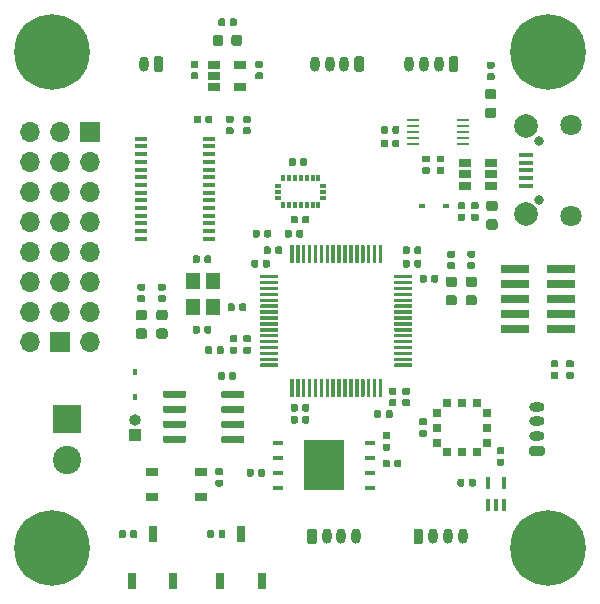
<source format=gbr>
G04 #@! TF.GenerationSoftware,KiCad,Pcbnew,(5.1.5)-3*
G04 #@! TF.CreationDate,2019-12-17T14:01:47+01:00*
G04 #@! TF.ProjectId,HadesMicroJLCPCB,48616465-734d-4696-9372-6f4a4c435043,rev?*
G04 #@! TF.SameCoordinates,Original*
G04 #@! TF.FileFunction,Soldermask,Top*
G04 #@! TF.FilePolarity,Negative*
%FSLAX46Y46*%
G04 Gerber Fmt 4.6, Leading zero omitted, Abs format (unit mm)*
G04 Created by KiCad (PCBNEW (5.1.5)-3) date 2019-12-17 14:01:47*
%MOMM*%
%LPD*%
G04 APERTURE LIST*
%ADD10R,1.100000X0.400000*%
%ADD11C,0.100000*%
%ADD12R,0.700000X0.650000*%
%ADD13R,0.650000X0.700000*%
%ADD14C,6.400000*%
%ADD15C,0.800000*%
%ADD16C,2.400000*%
%ADD17R,2.400000X2.400000*%
%ADD18R,0.800000X1.400000*%
%ADD19R,0.450000X0.600000*%
%ADD20R,0.600000X0.450000*%
%ADD21R,0.950000X0.450000*%
%ADD22R,3.450000X4.350000*%
%ADD23O,0.800000X1.300000*%
%ADD24R,1.200000X1.400000*%
%ADD25O,1.300000X0.800000*%
%ADD26R,0.300000X0.600000*%
%ADD27R,0.600000X0.300000*%
%ADD28R,1.000000X1.000000*%
%ADD29O,1.000000X1.000000*%
%ADD30R,1.700000X1.700000*%
%ADD31O,1.700000X1.700000*%
%ADD32R,1.050000X0.650000*%
%ADD33R,2.400000X0.740000*%
%ADD34R,1.060000X0.650000*%
%ADD35R,0.400000X1.050000*%
%ADD36R,1.000000X0.250000*%
%ADD37R,1.300000X0.450000*%
%ADD38C,2.000000*%
%ADD39C,1.800000*%
G04 APERTURE END LIST*
D10*
X31567000Y-31335000D03*
X31567000Y-31985000D03*
X31567000Y-32635000D03*
X31567000Y-33285000D03*
X31567000Y-33935000D03*
X31567000Y-34585000D03*
X31567000Y-35235000D03*
X31567000Y-35885000D03*
X31567000Y-36535000D03*
X31567000Y-37185000D03*
X31567000Y-37835000D03*
X31567000Y-38485000D03*
X31567000Y-39135000D03*
X31567000Y-39785000D03*
X37267000Y-39785000D03*
X37267000Y-39135000D03*
X37267000Y-38485000D03*
X37267000Y-37835000D03*
X37267000Y-37185000D03*
X37267000Y-36535000D03*
X37267000Y-35885000D03*
X37267000Y-35235000D03*
X37267000Y-34585000D03*
X37267000Y-33935000D03*
X37267000Y-33285000D03*
X37267000Y-32635000D03*
X37267000Y-31985000D03*
X37267000Y-31335000D03*
D11*
G36*
X41434458Y-39050710D02*
G01*
X41448776Y-39052834D01*
X41462817Y-39056351D01*
X41476446Y-39061228D01*
X41489531Y-39067417D01*
X41501947Y-39074858D01*
X41513573Y-39083481D01*
X41524298Y-39093202D01*
X41534019Y-39103927D01*
X41542642Y-39115553D01*
X41550083Y-39127969D01*
X41556272Y-39141054D01*
X41561149Y-39154683D01*
X41564666Y-39168724D01*
X41566790Y-39183042D01*
X41567500Y-39197500D01*
X41567500Y-39542500D01*
X41566790Y-39556958D01*
X41564666Y-39571276D01*
X41561149Y-39585317D01*
X41556272Y-39598946D01*
X41550083Y-39612031D01*
X41542642Y-39624447D01*
X41534019Y-39636073D01*
X41524298Y-39646798D01*
X41513573Y-39656519D01*
X41501947Y-39665142D01*
X41489531Y-39672583D01*
X41476446Y-39678772D01*
X41462817Y-39683649D01*
X41448776Y-39687166D01*
X41434458Y-39689290D01*
X41420000Y-39690000D01*
X41125000Y-39690000D01*
X41110542Y-39689290D01*
X41096224Y-39687166D01*
X41082183Y-39683649D01*
X41068554Y-39678772D01*
X41055469Y-39672583D01*
X41043053Y-39665142D01*
X41031427Y-39656519D01*
X41020702Y-39646798D01*
X41010981Y-39636073D01*
X41002358Y-39624447D01*
X40994917Y-39612031D01*
X40988728Y-39598946D01*
X40983851Y-39585317D01*
X40980334Y-39571276D01*
X40978210Y-39556958D01*
X40977500Y-39542500D01*
X40977500Y-39197500D01*
X40978210Y-39183042D01*
X40980334Y-39168724D01*
X40983851Y-39154683D01*
X40988728Y-39141054D01*
X40994917Y-39127969D01*
X41002358Y-39115553D01*
X41010981Y-39103927D01*
X41020702Y-39093202D01*
X41031427Y-39083481D01*
X41043053Y-39074858D01*
X41055469Y-39067417D01*
X41068554Y-39061228D01*
X41082183Y-39056351D01*
X41096224Y-39052834D01*
X41110542Y-39050710D01*
X41125000Y-39050000D01*
X41420000Y-39050000D01*
X41434458Y-39050710D01*
G37*
G36*
X42404458Y-39050710D02*
G01*
X42418776Y-39052834D01*
X42432817Y-39056351D01*
X42446446Y-39061228D01*
X42459531Y-39067417D01*
X42471947Y-39074858D01*
X42483573Y-39083481D01*
X42494298Y-39093202D01*
X42504019Y-39103927D01*
X42512642Y-39115553D01*
X42520083Y-39127969D01*
X42526272Y-39141054D01*
X42531149Y-39154683D01*
X42534666Y-39168724D01*
X42536790Y-39183042D01*
X42537500Y-39197500D01*
X42537500Y-39542500D01*
X42536790Y-39556958D01*
X42534666Y-39571276D01*
X42531149Y-39585317D01*
X42526272Y-39598946D01*
X42520083Y-39612031D01*
X42512642Y-39624447D01*
X42504019Y-39636073D01*
X42494298Y-39646798D01*
X42483573Y-39656519D01*
X42471947Y-39665142D01*
X42459531Y-39672583D01*
X42446446Y-39678772D01*
X42432817Y-39683649D01*
X42418776Y-39687166D01*
X42404458Y-39689290D01*
X42390000Y-39690000D01*
X42095000Y-39690000D01*
X42080542Y-39689290D01*
X42066224Y-39687166D01*
X42052183Y-39683649D01*
X42038554Y-39678772D01*
X42025469Y-39672583D01*
X42013053Y-39665142D01*
X42001427Y-39656519D01*
X41990702Y-39646798D01*
X41980981Y-39636073D01*
X41972358Y-39624447D01*
X41964917Y-39612031D01*
X41958728Y-39598946D01*
X41953851Y-39585317D01*
X41950334Y-39571276D01*
X41948210Y-39556958D01*
X41947500Y-39542500D01*
X41947500Y-39197500D01*
X41948210Y-39183042D01*
X41950334Y-39168724D01*
X41953851Y-39154683D01*
X41958728Y-39141054D01*
X41964917Y-39127969D01*
X41972358Y-39115553D01*
X41980981Y-39103927D01*
X41990702Y-39093202D01*
X42001427Y-39083481D01*
X42013053Y-39074858D01*
X42025469Y-39067417D01*
X42038554Y-39061228D01*
X42052183Y-39056351D01*
X42066224Y-39052834D01*
X42080542Y-39050710D01*
X42095000Y-39050000D01*
X42390000Y-39050000D01*
X42404458Y-39050710D01*
G37*
D12*
X59969400Y-57878400D03*
X58699400Y-57878400D03*
X57429400Y-57878400D03*
D13*
X56599400Y-57048400D03*
X56599400Y-55778400D03*
X56599400Y-54508400D03*
D12*
X57429400Y-53678400D03*
X58699400Y-53678400D03*
X59969400Y-53678400D03*
D13*
X60799400Y-54508400D03*
X60799400Y-55778400D03*
X60799400Y-57048400D03*
D11*
G36*
X43083151Y-42855761D02*
G01*
X43090432Y-42856841D01*
X43097571Y-42858629D01*
X43104501Y-42861109D01*
X43111155Y-42864256D01*
X43117468Y-42868040D01*
X43123379Y-42872424D01*
X43128833Y-42877367D01*
X43133776Y-42882821D01*
X43138160Y-42888732D01*
X43141944Y-42895045D01*
X43145091Y-42901699D01*
X43147571Y-42908629D01*
X43149359Y-42915768D01*
X43150439Y-42923049D01*
X43150800Y-42930400D01*
X43150800Y-43080400D01*
X43150439Y-43087751D01*
X43149359Y-43095032D01*
X43147571Y-43102171D01*
X43145091Y-43109101D01*
X43141944Y-43115755D01*
X43138160Y-43122068D01*
X43133776Y-43127979D01*
X43128833Y-43133433D01*
X43123379Y-43138376D01*
X43117468Y-43142760D01*
X43111155Y-43146544D01*
X43104501Y-43149691D01*
X43097571Y-43152171D01*
X43090432Y-43153959D01*
X43083151Y-43155039D01*
X43075800Y-43155400D01*
X41675800Y-43155400D01*
X41668449Y-43155039D01*
X41661168Y-43153959D01*
X41654029Y-43152171D01*
X41647099Y-43149691D01*
X41640445Y-43146544D01*
X41634132Y-43142760D01*
X41628221Y-43138376D01*
X41622767Y-43133433D01*
X41617824Y-43127979D01*
X41613440Y-43122068D01*
X41609656Y-43115755D01*
X41606509Y-43109101D01*
X41604029Y-43102171D01*
X41602241Y-43095032D01*
X41601161Y-43087751D01*
X41600800Y-43080400D01*
X41600800Y-42930400D01*
X41601161Y-42923049D01*
X41602241Y-42915768D01*
X41604029Y-42908629D01*
X41606509Y-42901699D01*
X41609656Y-42895045D01*
X41613440Y-42888732D01*
X41617824Y-42882821D01*
X41622767Y-42877367D01*
X41628221Y-42872424D01*
X41634132Y-42868040D01*
X41640445Y-42864256D01*
X41647099Y-42861109D01*
X41654029Y-42858629D01*
X41661168Y-42856841D01*
X41668449Y-42855761D01*
X41675800Y-42855400D01*
X43075800Y-42855400D01*
X43083151Y-42855761D01*
G37*
G36*
X43083151Y-43355761D02*
G01*
X43090432Y-43356841D01*
X43097571Y-43358629D01*
X43104501Y-43361109D01*
X43111155Y-43364256D01*
X43117468Y-43368040D01*
X43123379Y-43372424D01*
X43128833Y-43377367D01*
X43133776Y-43382821D01*
X43138160Y-43388732D01*
X43141944Y-43395045D01*
X43145091Y-43401699D01*
X43147571Y-43408629D01*
X43149359Y-43415768D01*
X43150439Y-43423049D01*
X43150800Y-43430400D01*
X43150800Y-43580400D01*
X43150439Y-43587751D01*
X43149359Y-43595032D01*
X43147571Y-43602171D01*
X43145091Y-43609101D01*
X43141944Y-43615755D01*
X43138160Y-43622068D01*
X43133776Y-43627979D01*
X43128833Y-43633433D01*
X43123379Y-43638376D01*
X43117468Y-43642760D01*
X43111155Y-43646544D01*
X43104501Y-43649691D01*
X43097571Y-43652171D01*
X43090432Y-43653959D01*
X43083151Y-43655039D01*
X43075800Y-43655400D01*
X41675800Y-43655400D01*
X41668449Y-43655039D01*
X41661168Y-43653959D01*
X41654029Y-43652171D01*
X41647099Y-43649691D01*
X41640445Y-43646544D01*
X41634132Y-43642760D01*
X41628221Y-43638376D01*
X41622767Y-43633433D01*
X41617824Y-43627979D01*
X41613440Y-43622068D01*
X41609656Y-43615755D01*
X41606509Y-43609101D01*
X41604029Y-43602171D01*
X41602241Y-43595032D01*
X41601161Y-43587751D01*
X41600800Y-43580400D01*
X41600800Y-43430400D01*
X41601161Y-43423049D01*
X41602241Y-43415768D01*
X41604029Y-43408629D01*
X41606509Y-43401699D01*
X41609656Y-43395045D01*
X41613440Y-43388732D01*
X41617824Y-43382821D01*
X41622767Y-43377367D01*
X41628221Y-43372424D01*
X41634132Y-43368040D01*
X41640445Y-43364256D01*
X41647099Y-43361109D01*
X41654029Y-43358629D01*
X41661168Y-43356841D01*
X41668449Y-43355761D01*
X41675800Y-43355400D01*
X43075800Y-43355400D01*
X43083151Y-43355761D01*
G37*
G36*
X43083151Y-43855761D02*
G01*
X43090432Y-43856841D01*
X43097571Y-43858629D01*
X43104501Y-43861109D01*
X43111155Y-43864256D01*
X43117468Y-43868040D01*
X43123379Y-43872424D01*
X43128833Y-43877367D01*
X43133776Y-43882821D01*
X43138160Y-43888732D01*
X43141944Y-43895045D01*
X43145091Y-43901699D01*
X43147571Y-43908629D01*
X43149359Y-43915768D01*
X43150439Y-43923049D01*
X43150800Y-43930400D01*
X43150800Y-44080400D01*
X43150439Y-44087751D01*
X43149359Y-44095032D01*
X43147571Y-44102171D01*
X43145091Y-44109101D01*
X43141944Y-44115755D01*
X43138160Y-44122068D01*
X43133776Y-44127979D01*
X43128833Y-44133433D01*
X43123379Y-44138376D01*
X43117468Y-44142760D01*
X43111155Y-44146544D01*
X43104501Y-44149691D01*
X43097571Y-44152171D01*
X43090432Y-44153959D01*
X43083151Y-44155039D01*
X43075800Y-44155400D01*
X41675800Y-44155400D01*
X41668449Y-44155039D01*
X41661168Y-44153959D01*
X41654029Y-44152171D01*
X41647099Y-44149691D01*
X41640445Y-44146544D01*
X41634132Y-44142760D01*
X41628221Y-44138376D01*
X41622767Y-44133433D01*
X41617824Y-44127979D01*
X41613440Y-44122068D01*
X41609656Y-44115755D01*
X41606509Y-44109101D01*
X41604029Y-44102171D01*
X41602241Y-44095032D01*
X41601161Y-44087751D01*
X41600800Y-44080400D01*
X41600800Y-43930400D01*
X41601161Y-43923049D01*
X41602241Y-43915768D01*
X41604029Y-43908629D01*
X41606509Y-43901699D01*
X41609656Y-43895045D01*
X41613440Y-43888732D01*
X41617824Y-43882821D01*
X41622767Y-43877367D01*
X41628221Y-43872424D01*
X41634132Y-43868040D01*
X41640445Y-43864256D01*
X41647099Y-43861109D01*
X41654029Y-43858629D01*
X41661168Y-43856841D01*
X41668449Y-43855761D01*
X41675800Y-43855400D01*
X43075800Y-43855400D01*
X43083151Y-43855761D01*
G37*
G36*
X43083151Y-44355761D02*
G01*
X43090432Y-44356841D01*
X43097571Y-44358629D01*
X43104501Y-44361109D01*
X43111155Y-44364256D01*
X43117468Y-44368040D01*
X43123379Y-44372424D01*
X43128833Y-44377367D01*
X43133776Y-44382821D01*
X43138160Y-44388732D01*
X43141944Y-44395045D01*
X43145091Y-44401699D01*
X43147571Y-44408629D01*
X43149359Y-44415768D01*
X43150439Y-44423049D01*
X43150800Y-44430400D01*
X43150800Y-44580400D01*
X43150439Y-44587751D01*
X43149359Y-44595032D01*
X43147571Y-44602171D01*
X43145091Y-44609101D01*
X43141944Y-44615755D01*
X43138160Y-44622068D01*
X43133776Y-44627979D01*
X43128833Y-44633433D01*
X43123379Y-44638376D01*
X43117468Y-44642760D01*
X43111155Y-44646544D01*
X43104501Y-44649691D01*
X43097571Y-44652171D01*
X43090432Y-44653959D01*
X43083151Y-44655039D01*
X43075800Y-44655400D01*
X41675800Y-44655400D01*
X41668449Y-44655039D01*
X41661168Y-44653959D01*
X41654029Y-44652171D01*
X41647099Y-44649691D01*
X41640445Y-44646544D01*
X41634132Y-44642760D01*
X41628221Y-44638376D01*
X41622767Y-44633433D01*
X41617824Y-44627979D01*
X41613440Y-44622068D01*
X41609656Y-44615755D01*
X41606509Y-44609101D01*
X41604029Y-44602171D01*
X41602241Y-44595032D01*
X41601161Y-44587751D01*
X41600800Y-44580400D01*
X41600800Y-44430400D01*
X41601161Y-44423049D01*
X41602241Y-44415768D01*
X41604029Y-44408629D01*
X41606509Y-44401699D01*
X41609656Y-44395045D01*
X41613440Y-44388732D01*
X41617824Y-44382821D01*
X41622767Y-44377367D01*
X41628221Y-44372424D01*
X41634132Y-44368040D01*
X41640445Y-44364256D01*
X41647099Y-44361109D01*
X41654029Y-44358629D01*
X41661168Y-44356841D01*
X41668449Y-44355761D01*
X41675800Y-44355400D01*
X43075800Y-44355400D01*
X43083151Y-44355761D01*
G37*
G36*
X43083151Y-44855761D02*
G01*
X43090432Y-44856841D01*
X43097571Y-44858629D01*
X43104501Y-44861109D01*
X43111155Y-44864256D01*
X43117468Y-44868040D01*
X43123379Y-44872424D01*
X43128833Y-44877367D01*
X43133776Y-44882821D01*
X43138160Y-44888732D01*
X43141944Y-44895045D01*
X43145091Y-44901699D01*
X43147571Y-44908629D01*
X43149359Y-44915768D01*
X43150439Y-44923049D01*
X43150800Y-44930400D01*
X43150800Y-45080400D01*
X43150439Y-45087751D01*
X43149359Y-45095032D01*
X43147571Y-45102171D01*
X43145091Y-45109101D01*
X43141944Y-45115755D01*
X43138160Y-45122068D01*
X43133776Y-45127979D01*
X43128833Y-45133433D01*
X43123379Y-45138376D01*
X43117468Y-45142760D01*
X43111155Y-45146544D01*
X43104501Y-45149691D01*
X43097571Y-45152171D01*
X43090432Y-45153959D01*
X43083151Y-45155039D01*
X43075800Y-45155400D01*
X41675800Y-45155400D01*
X41668449Y-45155039D01*
X41661168Y-45153959D01*
X41654029Y-45152171D01*
X41647099Y-45149691D01*
X41640445Y-45146544D01*
X41634132Y-45142760D01*
X41628221Y-45138376D01*
X41622767Y-45133433D01*
X41617824Y-45127979D01*
X41613440Y-45122068D01*
X41609656Y-45115755D01*
X41606509Y-45109101D01*
X41604029Y-45102171D01*
X41602241Y-45095032D01*
X41601161Y-45087751D01*
X41600800Y-45080400D01*
X41600800Y-44930400D01*
X41601161Y-44923049D01*
X41602241Y-44915768D01*
X41604029Y-44908629D01*
X41606509Y-44901699D01*
X41609656Y-44895045D01*
X41613440Y-44888732D01*
X41617824Y-44882821D01*
X41622767Y-44877367D01*
X41628221Y-44872424D01*
X41634132Y-44868040D01*
X41640445Y-44864256D01*
X41647099Y-44861109D01*
X41654029Y-44858629D01*
X41661168Y-44856841D01*
X41668449Y-44855761D01*
X41675800Y-44855400D01*
X43075800Y-44855400D01*
X43083151Y-44855761D01*
G37*
G36*
X43083151Y-45355761D02*
G01*
X43090432Y-45356841D01*
X43097571Y-45358629D01*
X43104501Y-45361109D01*
X43111155Y-45364256D01*
X43117468Y-45368040D01*
X43123379Y-45372424D01*
X43128833Y-45377367D01*
X43133776Y-45382821D01*
X43138160Y-45388732D01*
X43141944Y-45395045D01*
X43145091Y-45401699D01*
X43147571Y-45408629D01*
X43149359Y-45415768D01*
X43150439Y-45423049D01*
X43150800Y-45430400D01*
X43150800Y-45580400D01*
X43150439Y-45587751D01*
X43149359Y-45595032D01*
X43147571Y-45602171D01*
X43145091Y-45609101D01*
X43141944Y-45615755D01*
X43138160Y-45622068D01*
X43133776Y-45627979D01*
X43128833Y-45633433D01*
X43123379Y-45638376D01*
X43117468Y-45642760D01*
X43111155Y-45646544D01*
X43104501Y-45649691D01*
X43097571Y-45652171D01*
X43090432Y-45653959D01*
X43083151Y-45655039D01*
X43075800Y-45655400D01*
X41675800Y-45655400D01*
X41668449Y-45655039D01*
X41661168Y-45653959D01*
X41654029Y-45652171D01*
X41647099Y-45649691D01*
X41640445Y-45646544D01*
X41634132Y-45642760D01*
X41628221Y-45638376D01*
X41622767Y-45633433D01*
X41617824Y-45627979D01*
X41613440Y-45622068D01*
X41609656Y-45615755D01*
X41606509Y-45609101D01*
X41604029Y-45602171D01*
X41602241Y-45595032D01*
X41601161Y-45587751D01*
X41600800Y-45580400D01*
X41600800Y-45430400D01*
X41601161Y-45423049D01*
X41602241Y-45415768D01*
X41604029Y-45408629D01*
X41606509Y-45401699D01*
X41609656Y-45395045D01*
X41613440Y-45388732D01*
X41617824Y-45382821D01*
X41622767Y-45377367D01*
X41628221Y-45372424D01*
X41634132Y-45368040D01*
X41640445Y-45364256D01*
X41647099Y-45361109D01*
X41654029Y-45358629D01*
X41661168Y-45356841D01*
X41668449Y-45355761D01*
X41675800Y-45355400D01*
X43075800Y-45355400D01*
X43083151Y-45355761D01*
G37*
G36*
X43083151Y-45855761D02*
G01*
X43090432Y-45856841D01*
X43097571Y-45858629D01*
X43104501Y-45861109D01*
X43111155Y-45864256D01*
X43117468Y-45868040D01*
X43123379Y-45872424D01*
X43128833Y-45877367D01*
X43133776Y-45882821D01*
X43138160Y-45888732D01*
X43141944Y-45895045D01*
X43145091Y-45901699D01*
X43147571Y-45908629D01*
X43149359Y-45915768D01*
X43150439Y-45923049D01*
X43150800Y-45930400D01*
X43150800Y-46080400D01*
X43150439Y-46087751D01*
X43149359Y-46095032D01*
X43147571Y-46102171D01*
X43145091Y-46109101D01*
X43141944Y-46115755D01*
X43138160Y-46122068D01*
X43133776Y-46127979D01*
X43128833Y-46133433D01*
X43123379Y-46138376D01*
X43117468Y-46142760D01*
X43111155Y-46146544D01*
X43104501Y-46149691D01*
X43097571Y-46152171D01*
X43090432Y-46153959D01*
X43083151Y-46155039D01*
X43075800Y-46155400D01*
X41675800Y-46155400D01*
X41668449Y-46155039D01*
X41661168Y-46153959D01*
X41654029Y-46152171D01*
X41647099Y-46149691D01*
X41640445Y-46146544D01*
X41634132Y-46142760D01*
X41628221Y-46138376D01*
X41622767Y-46133433D01*
X41617824Y-46127979D01*
X41613440Y-46122068D01*
X41609656Y-46115755D01*
X41606509Y-46109101D01*
X41604029Y-46102171D01*
X41602241Y-46095032D01*
X41601161Y-46087751D01*
X41600800Y-46080400D01*
X41600800Y-45930400D01*
X41601161Y-45923049D01*
X41602241Y-45915768D01*
X41604029Y-45908629D01*
X41606509Y-45901699D01*
X41609656Y-45895045D01*
X41613440Y-45888732D01*
X41617824Y-45882821D01*
X41622767Y-45877367D01*
X41628221Y-45872424D01*
X41634132Y-45868040D01*
X41640445Y-45864256D01*
X41647099Y-45861109D01*
X41654029Y-45858629D01*
X41661168Y-45856841D01*
X41668449Y-45855761D01*
X41675800Y-45855400D01*
X43075800Y-45855400D01*
X43083151Y-45855761D01*
G37*
G36*
X43083151Y-46355761D02*
G01*
X43090432Y-46356841D01*
X43097571Y-46358629D01*
X43104501Y-46361109D01*
X43111155Y-46364256D01*
X43117468Y-46368040D01*
X43123379Y-46372424D01*
X43128833Y-46377367D01*
X43133776Y-46382821D01*
X43138160Y-46388732D01*
X43141944Y-46395045D01*
X43145091Y-46401699D01*
X43147571Y-46408629D01*
X43149359Y-46415768D01*
X43150439Y-46423049D01*
X43150800Y-46430400D01*
X43150800Y-46580400D01*
X43150439Y-46587751D01*
X43149359Y-46595032D01*
X43147571Y-46602171D01*
X43145091Y-46609101D01*
X43141944Y-46615755D01*
X43138160Y-46622068D01*
X43133776Y-46627979D01*
X43128833Y-46633433D01*
X43123379Y-46638376D01*
X43117468Y-46642760D01*
X43111155Y-46646544D01*
X43104501Y-46649691D01*
X43097571Y-46652171D01*
X43090432Y-46653959D01*
X43083151Y-46655039D01*
X43075800Y-46655400D01*
X41675800Y-46655400D01*
X41668449Y-46655039D01*
X41661168Y-46653959D01*
X41654029Y-46652171D01*
X41647099Y-46649691D01*
X41640445Y-46646544D01*
X41634132Y-46642760D01*
X41628221Y-46638376D01*
X41622767Y-46633433D01*
X41617824Y-46627979D01*
X41613440Y-46622068D01*
X41609656Y-46615755D01*
X41606509Y-46609101D01*
X41604029Y-46602171D01*
X41602241Y-46595032D01*
X41601161Y-46587751D01*
X41600800Y-46580400D01*
X41600800Y-46430400D01*
X41601161Y-46423049D01*
X41602241Y-46415768D01*
X41604029Y-46408629D01*
X41606509Y-46401699D01*
X41609656Y-46395045D01*
X41613440Y-46388732D01*
X41617824Y-46382821D01*
X41622767Y-46377367D01*
X41628221Y-46372424D01*
X41634132Y-46368040D01*
X41640445Y-46364256D01*
X41647099Y-46361109D01*
X41654029Y-46358629D01*
X41661168Y-46356841D01*
X41668449Y-46355761D01*
X41675800Y-46355400D01*
X43075800Y-46355400D01*
X43083151Y-46355761D01*
G37*
G36*
X43083151Y-46855761D02*
G01*
X43090432Y-46856841D01*
X43097571Y-46858629D01*
X43104501Y-46861109D01*
X43111155Y-46864256D01*
X43117468Y-46868040D01*
X43123379Y-46872424D01*
X43128833Y-46877367D01*
X43133776Y-46882821D01*
X43138160Y-46888732D01*
X43141944Y-46895045D01*
X43145091Y-46901699D01*
X43147571Y-46908629D01*
X43149359Y-46915768D01*
X43150439Y-46923049D01*
X43150800Y-46930400D01*
X43150800Y-47080400D01*
X43150439Y-47087751D01*
X43149359Y-47095032D01*
X43147571Y-47102171D01*
X43145091Y-47109101D01*
X43141944Y-47115755D01*
X43138160Y-47122068D01*
X43133776Y-47127979D01*
X43128833Y-47133433D01*
X43123379Y-47138376D01*
X43117468Y-47142760D01*
X43111155Y-47146544D01*
X43104501Y-47149691D01*
X43097571Y-47152171D01*
X43090432Y-47153959D01*
X43083151Y-47155039D01*
X43075800Y-47155400D01*
X41675800Y-47155400D01*
X41668449Y-47155039D01*
X41661168Y-47153959D01*
X41654029Y-47152171D01*
X41647099Y-47149691D01*
X41640445Y-47146544D01*
X41634132Y-47142760D01*
X41628221Y-47138376D01*
X41622767Y-47133433D01*
X41617824Y-47127979D01*
X41613440Y-47122068D01*
X41609656Y-47115755D01*
X41606509Y-47109101D01*
X41604029Y-47102171D01*
X41602241Y-47095032D01*
X41601161Y-47087751D01*
X41600800Y-47080400D01*
X41600800Y-46930400D01*
X41601161Y-46923049D01*
X41602241Y-46915768D01*
X41604029Y-46908629D01*
X41606509Y-46901699D01*
X41609656Y-46895045D01*
X41613440Y-46888732D01*
X41617824Y-46882821D01*
X41622767Y-46877367D01*
X41628221Y-46872424D01*
X41634132Y-46868040D01*
X41640445Y-46864256D01*
X41647099Y-46861109D01*
X41654029Y-46858629D01*
X41661168Y-46856841D01*
X41668449Y-46855761D01*
X41675800Y-46855400D01*
X43075800Y-46855400D01*
X43083151Y-46855761D01*
G37*
G36*
X43083151Y-47355761D02*
G01*
X43090432Y-47356841D01*
X43097571Y-47358629D01*
X43104501Y-47361109D01*
X43111155Y-47364256D01*
X43117468Y-47368040D01*
X43123379Y-47372424D01*
X43128833Y-47377367D01*
X43133776Y-47382821D01*
X43138160Y-47388732D01*
X43141944Y-47395045D01*
X43145091Y-47401699D01*
X43147571Y-47408629D01*
X43149359Y-47415768D01*
X43150439Y-47423049D01*
X43150800Y-47430400D01*
X43150800Y-47580400D01*
X43150439Y-47587751D01*
X43149359Y-47595032D01*
X43147571Y-47602171D01*
X43145091Y-47609101D01*
X43141944Y-47615755D01*
X43138160Y-47622068D01*
X43133776Y-47627979D01*
X43128833Y-47633433D01*
X43123379Y-47638376D01*
X43117468Y-47642760D01*
X43111155Y-47646544D01*
X43104501Y-47649691D01*
X43097571Y-47652171D01*
X43090432Y-47653959D01*
X43083151Y-47655039D01*
X43075800Y-47655400D01*
X41675800Y-47655400D01*
X41668449Y-47655039D01*
X41661168Y-47653959D01*
X41654029Y-47652171D01*
X41647099Y-47649691D01*
X41640445Y-47646544D01*
X41634132Y-47642760D01*
X41628221Y-47638376D01*
X41622767Y-47633433D01*
X41617824Y-47627979D01*
X41613440Y-47622068D01*
X41609656Y-47615755D01*
X41606509Y-47609101D01*
X41604029Y-47602171D01*
X41602241Y-47595032D01*
X41601161Y-47587751D01*
X41600800Y-47580400D01*
X41600800Y-47430400D01*
X41601161Y-47423049D01*
X41602241Y-47415768D01*
X41604029Y-47408629D01*
X41606509Y-47401699D01*
X41609656Y-47395045D01*
X41613440Y-47388732D01*
X41617824Y-47382821D01*
X41622767Y-47377367D01*
X41628221Y-47372424D01*
X41634132Y-47368040D01*
X41640445Y-47364256D01*
X41647099Y-47361109D01*
X41654029Y-47358629D01*
X41661168Y-47356841D01*
X41668449Y-47355761D01*
X41675800Y-47355400D01*
X43075800Y-47355400D01*
X43083151Y-47355761D01*
G37*
G36*
X43083151Y-47855761D02*
G01*
X43090432Y-47856841D01*
X43097571Y-47858629D01*
X43104501Y-47861109D01*
X43111155Y-47864256D01*
X43117468Y-47868040D01*
X43123379Y-47872424D01*
X43128833Y-47877367D01*
X43133776Y-47882821D01*
X43138160Y-47888732D01*
X43141944Y-47895045D01*
X43145091Y-47901699D01*
X43147571Y-47908629D01*
X43149359Y-47915768D01*
X43150439Y-47923049D01*
X43150800Y-47930400D01*
X43150800Y-48080400D01*
X43150439Y-48087751D01*
X43149359Y-48095032D01*
X43147571Y-48102171D01*
X43145091Y-48109101D01*
X43141944Y-48115755D01*
X43138160Y-48122068D01*
X43133776Y-48127979D01*
X43128833Y-48133433D01*
X43123379Y-48138376D01*
X43117468Y-48142760D01*
X43111155Y-48146544D01*
X43104501Y-48149691D01*
X43097571Y-48152171D01*
X43090432Y-48153959D01*
X43083151Y-48155039D01*
X43075800Y-48155400D01*
X41675800Y-48155400D01*
X41668449Y-48155039D01*
X41661168Y-48153959D01*
X41654029Y-48152171D01*
X41647099Y-48149691D01*
X41640445Y-48146544D01*
X41634132Y-48142760D01*
X41628221Y-48138376D01*
X41622767Y-48133433D01*
X41617824Y-48127979D01*
X41613440Y-48122068D01*
X41609656Y-48115755D01*
X41606509Y-48109101D01*
X41604029Y-48102171D01*
X41602241Y-48095032D01*
X41601161Y-48087751D01*
X41600800Y-48080400D01*
X41600800Y-47930400D01*
X41601161Y-47923049D01*
X41602241Y-47915768D01*
X41604029Y-47908629D01*
X41606509Y-47901699D01*
X41609656Y-47895045D01*
X41613440Y-47888732D01*
X41617824Y-47882821D01*
X41622767Y-47877367D01*
X41628221Y-47872424D01*
X41634132Y-47868040D01*
X41640445Y-47864256D01*
X41647099Y-47861109D01*
X41654029Y-47858629D01*
X41661168Y-47856841D01*
X41668449Y-47855761D01*
X41675800Y-47855400D01*
X43075800Y-47855400D01*
X43083151Y-47855761D01*
G37*
G36*
X43083151Y-48355761D02*
G01*
X43090432Y-48356841D01*
X43097571Y-48358629D01*
X43104501Y-48361109D01*
X43111155Y-48364256D01*
X43117468Y-48368040D01*
X43123379Y-48372424D01*
X43128833Y-48377367D01*
X43133776Y-48382821D01*
X43138160Y-48388732D01*
X43141944Y-48395045D01*
X43145091Y-48401699D01*
X43147571Y-48408629D01*
X43149359Y-48415768D01*
X43150439Y-48423049D01*
X43150800Y-48430400D01*
X43150800Y-48580400D01*
X43150439Y-48587751D01*
X43149359Y-48595032D01*
X43147571Y-48602171D01*
X43145091Y-48609101D01*
X43141944Y-48615755D01*
X43138160Y-48622068D01*
X43133776Y-48627979D01*
X43128833Y-48633433D01*
X43123379Y-48638376D01*
X43117468Y-48642760D01*
X43111155Y-48646544D01*
X43104501Y-48649691D01*
X43097571Y-48652171D01*
X43090432Y-48653959D01*
X43083151Y-48655039D01*
X43075800Y-48655400D01*
X41675800Y-48655400D01*
X41668449Y-48655039D01*
X41661168Y-48653959D01*
X41654029Y-48652171D01*
X41647099Y-48649691D01*
X41640445Y-48646544D01*
X41634132Y-48642760D01*
X41628221Y-48638376D01*
X41622767Y-48633433D01*
X41617824Y-48627979D01*
X41613440Y-48622068D01*
X41609656Y-48615755D01*
X41606509Y-48609101D01*
X41604029Y-48602171D01*
X41602241Y-48595032D01*
X41601161Y-48587751D01*
X41600800Y-48580400D01*
X41600800Y-48430400D01*
X41601161Y-48423049D01*
X41602241Y-48415768D01*
X41604029Y-48408629D01*
X41606509Y-48401699D01*
X41609656Y-48395045D01*
X41613440Y-48388732D01*
X41617824Y-48382821D01*
X41622767Y-48377367D01*
X41628221Y-48372424D01*
X41634132Y-48368040D01*
X41640445Y-48364256D01*
X41647099Y-48361109D01*
X41654029Y-48358629D01*
X41661168Y-48356841D01*
X41668449Y-48355761D01*
X41675800Y-48355400D01*
X43075800Y-48355400D01*
X43083151Y-48355761D01*
G37*
G36*
X43083151Y-48855761D02*
G01*
X43090432Y-48856841D01*
X43097571Y-48858629D01*
X43104501Y-48861109D01*
X43111155Y-48864256D01*
X43117468Y-48868040D01*
X43123379Y-48872424D01*
X43128833Y-48877367D01*
X43133776Y-48882821D01*
X43138160Y-48888732D01*
X43141944Y-48895045D01*
X43145091Y-48901699D01*
X43147571Y-48908629D01*
X43149359Y-48915768D01*
X43150439Y-48923049D01*
X43150800Y-48930400D01*
X43150800Y-49080400D01*
X43150439Y-49087751D01*
X43149359Y-49095032D01*
X43147571Y-49102171D01*
X43145091Y-49109101D01*
X43141944Y-49115755D01*
X43138160Y-49122068D01*
X43133776Y-49127979D01*
X43128833Y-49133433D01*
X43123379Y-49138376D01*
X43117468Y-49142760D01*
X43111155Y-49146544D01*
X43104501Y-49149691D01*
X43097571Y-49152171D01*
X43090432Y-49153959D01*
X43083151Y-49155039D01*
X43075800Y-49155400D01*
X41675800Y-49155400D01*
X41668449Y-49155039D01*
X41661168Y-49153959D01*
X41654029Y-49152171D01*
X41647099Y-49149691D01*
X41640445Y-49146544D01*
X41634132Y-49142760D01*
X41628221Y-49138376D01*
X41622767Y-49133433D01*
X41617824Y-49127979D01*
X41613440Y-49122068D01*
X41609656Y-49115755D01*
X41606509Y-49109101D01*
X41604029Y-49102171D01*
X41602241Y-49095032D01*
X41601161Y-49087751D01*
X41600800Y-49080400D01*
X41600800Y-48930400D01*
X41601161Y-48923049D01*
X41602241Y-48915768D01*
X41604029Y-48908629D01*
X41606509Y-48901699D01*
X41609656Y-48895045D01*
X41613440Y-48888732D01*
X41617824Y-48882821D01*
X41622767Y-48877367D01*
X41628221Y-48872424D01*
X41634132Y-48868040D01*
X41640445Y-48864256D01*
X41647099Y-48861109D01*
X41654029Y-48858629D01*
X41661168Y-48856841D01*
X41668449Y-48855761D01*
X41675800Y-48855400D01*
X43075800Y-48855400D01*
X43083151Y-48855761D01*
G37*
G36*
X43083151Y-49355761D02*
G01*
X43090432Y-49356841D01*
X43097571Y-49358629D01*
X43104501Y-49361109D01*
X43111155Y-49364256D01*
X43117468Y-49368040D01*
X43123379Y-49372424D01*
X43128833Y-49377367D01*
X43133776Y-49382821D01*
X43138160Y-49388732D01*
X43141944Y-49395045D01*
X43145091Y-49401699D01*
X43147571Y-49408629D01*
X43149359Y-49415768D01*
X43150439Y-49423049D01*
X43150800Y-49430400D01*
X43150800Y-49580400D01*
X43150439Y-49587751D01*
X43149359Y-49595032D01*
X43147571Y-49602171D01*
X43145091Y-49609101D01*
X43141944Y-49615755D01*
X43138160Y-49622068D01*
X43133776Y-49627979D01*
X43128833Y-49633433D01*
X43123379Y-49638376D01*
X43117468Y-49642760D01*
X43111155Y-49646544D01*
X43104501Y-49649691D01*
X43097571Y-49652171D01*
X43090432Y-49653959D01*
X43083151Y-49655039D01*
X43075800Y-49655400D01*
X41675800Y-49655400D01*
X41668449Y-49655039D01*
X41661168Y-49653959D01*
X41654029Y-49652171D01*
X41647099Y-49649691D01*
X41640445Y-49646544D01*
X41634132Y-49642760D01*
X41628221Y-49638376D01*
X41622767Y-49633433D01*
X41617824Y-49627979D01*
X41613440Y-49622068D01*
X41609656Y-49615755D01*
X41606509Y-49609101D01*
X41604029Y-49602171D01*
X41602241Y-49595032D01*
X41601161Y-49587751D01*
X41600800Y-49580400D01*
X41600800Y-49430400D01*
X41601161Y-49423049D01*
X41602241Y-49415768D01*
X41604029Y-49408629D01*
X41606509Y-49401699D01*
X41609656Y-49395045D01*
X41613440Y-49388732D01*
X41617824Y-49382821D01*
X41622767Y-49377367D01*
X41628221Y-49372424D01*
X41634132Y-49368040D01*
X41640445Y-49364256D01*
X41647099Y-49361109D01*
X41654029Y-49358629D01*
X41661168Y-49356841D01*
X41668449Y-49355761D01*
X41675800Y-49355400D01*
X43075800Y-49355400D01*
X43083151Y-49355761D01*
G37*
G36*
X43083151Y-49855761D02*
G01*
X43090432Y-49856841D01*
X43097571Y-49858629D01*
X43104501Y-49861109D01*
X43111155Y-49864256D01*
X43117468Y-49868040D01*
X43123379Y-49872424D01*
X43128833Y-49877367D01*
X43133776Y-49882821D01*
X43138160Y-49888732D01*
X43141944Y-49895045D01*
X43145091Y-49901699D01*
X43147571Y-49908629D01*
X43149359Y-49915768D01*
X43150439Y-49923049D01*
X43150800Y-49930400D01*
X43150800Y-50080400D01*
X43150439Y-50087751D01*
X43149359Y-50095032D01*
X43147571Y-50102171D01*
X43145091Y-50109101D01*
X43141944Y-50115755D01*
X43138160Y-50122068D01*
X43133776Y-50127979D01*
X43128833Y-50133433D01*
X43123379Y-50138376D01*
X43117468Y-50142760D01*
X43111155Y-50146544D01*
X43104501Y-50149691D01*
X43097571Y-50152171D01*
X43090432Y-50153959D01*
X43083151Y-50155039D01*
X43075800Y-50155400D01*
X41675800Y-50155400D01*
X41668449Y-50155039D01*
X41661168Y-50153959D01*
X41654029Y-50152171D01*
X41647099Y-50149691D01*
X41640445Y-50146544D01*
X41634132Y-50142760D01*
X41628221Y-50138376D01*
X41622767Y-50133433D01*
X41617824Y-50127979D01*
X41613440Y-50122068D01*
X41609656Y-50115755D01*
X41606509Y-50109101D01*
X41604029Y-50102171D01*
X41602241Y-50095032D01*
X41601161Y-50087751D01*
X41600800Y-50080400D01*
X41600800Y-49930400D01*
X41601161Y-49923049D01*
X41602241Y-49915768D01*
X41604029Y-49908629D01*
X41606509Y-49901699D01*
X41609656Y-49895045D01*
X41613440Y-49888732D01*
X41617824Y-49882821D01*
X41622767Y-49877367D01*
X41628221Y-49872424D01*
X41634132Y-49868040D01*
X41640445Y-49864256D01*
X41647099Y-49861109D01*
X41654029Y-49858629D01*
X41661168Y-49856841D01*
X41668449Y-49855761D01*
X41675800Y-49855400D01*
X43075800Y-49855400D01*
X43083151Y-49855761D01*
G37*
G36*
X43083151Y-50355761D02*
G01*
X43090432Y-50356841D01*
X43097571Y-50358629D01*
X43104501Y-50361109D01*
X43111155Y-50364256D01*
X43117468Y-50368040D01*
X43123379Y-50372424D01*
X43128833Y-50377367D01*
X43133776Y-50382821D01*
X43138160Y-50388732D01*
X43141944Y-50395045D01*
X43145091Y-50401699D01*
X43147571Y-50408629D01*
X43149359Y-50415768D01*
X43150439Y-50423049D01*
X43150800Y-50430400D01*
X43150800Y-50580400D01*
X43150439Y-50587751D01*
X43149359Y-50595032D01*
X43147571Y-50602171D01*
X43145091Y-50609101D01*
X43141944Y-50615755D01*
X43138160Y-50622068D01*
X43133776Y-50627979D01*
X43128833Y-50633433D01*
X43123379Y-50638376D01*
X43117468Y-50642760D01*
X43111155Y-50646544D01*
X43104501Y-50649691D01*
X43097571Y-50652171D01*
X43090432Y-50653959D01*
X43083151Y-50655039D01*
X43075800Y-50655400D01*
X41675800Y-50655400D01*
X41668449Y-50655039D01*
X41661168Y-50653959D01*
X41654029Y-50652171D01*
X41647099Y-50649691D01*
X41640445Y-50646544D01*
X41634132Y-50642760D01*
X41628221Y-50638376D01*
X41622767Y-50633433D01*
X41617824Y-50627979D01*
X41613440Y-50622068D01*
X41609656Y-50615755D01*
X41606509Y-50609101D01*
X41604029Y-50602171D01*
X41602241Y-50595032D01*
X41601161Y-50587751D01*
X41600800Y-50580400D01*
X41600800Y-50430400D01*
X41601161Y-50423049D01*
X41602241Y-50415768D01*
X41604029Y-50408629D01*
X41606509Y-50401699D01*
X41609656Y-50395045D01*
X41613440Y-50388732D01*
X41617824Y-50382821D01*
X41622767Y-50377367D01*
X41628221Y-50372424D01*
X41634132Y-50368040D01*
X41640445Y-50364256D01*
X41647099Y-50361109D01*
X41654029Y-50358629D01*
X41661168Y-50356841D01*
X41668449Y-50355761D01*
X41675800Y-50355400D01*
X43075800Y-50355400D01*
X43083151Y-50355761D01*
G37*
G36*
X44383151Y-51655761D02*
G01*
X44390432Y-51656841D01*
X44397571Y-51658629D01*
X44404501Y-51661109D01*
X44411155Y-51664256D01*
X44417468Y-51668040D01*
X44423379Y-51672424D01*
X44428833Y-51677367D01*
X44433776Y-51682821D01*
X44438160Y-51688732D01*
X44441944Y-51695045D01*
X44445091Y-51701699D01*
X44447571Y-51708629D01*
X44449359Y-51715768D01*
X44450439Y-51723049D01*
X44450800Y-51730400D01*
X44450800Y-53130400D01*
X44450439Y-53137751D01*
X44449359Y-53145032D01*
X44447571Y-53152171D01*
X44445091Y-53159101D01*
X44441944Y-53165755D01*
X44438160Y-53172068D01*
X44433776Y-53177979D01*
X44428833Y-53183433D01*
X44423379Y-53188376D01*
X44417468Y-53192760D01*
X44411155Y-53196544D01*
X44404501Y-53199691D01*
X44397571Y-53202171D01*
X44390432Y-53203959D01*
X44383151Y-53205039D01*
X44375800Y-53205400D01*
X44225800Y-53205400D01*
X44218449Y-53205039D01*
X44211168Y-53203959D01*
X44204029Y-53202171D01*
X44197099Y-53199691D01*
X44190445Y-53196544D01*
X44184132Y-53192760D01*
X44178221Y-53188376D01*
X44172767Y-53183433D01*
X44167824Y-53177979D01*
X44163440Y-53172068D01*
X44159656Y-53165755D01*
X44156509Y-53159101D01*
X44154029Y-53152171D01*
X44152241Y-53145032D01*
X44151161Y-53137751D01*
X44150800Y-53130400D01*
X44150800Y-51730400D01*
X44151161Y-51723049D01*
X44152241Y-51715768D01*
X44154029Y-51708629D01*
X44156509Y-51701699D01*
X44159656Y-51695045D01*
X44163440Y-51688732D01*
X44167824Y-51682821D01*
X44172767Y-51677367D01*
X44178221Y-51672424D01*
X44184132Y-51668040D01*
X44190445Y-51664256D01*
X44197099Y-51661109D01*
X44204029Y-51658629D01*
X44211168Y-51656841D01*
X44218449Y-51655761D01*
X44225800Y-51655400D01*
X44375800Y-51655400D01*
X44383151Y-51655761D01*
G37*
G36*
X44883151Y-51655761D02*
G01*
X44890432Y-51656841D01*
X44897571Y-51658629D01*
X44904501Y-51661109D01*
X44911155Y-51664256D01*
X44917468Y-51668040D01*
X44923379Y-51672424D01*
X44928833Y-51677367D01*
X44933776Y-51682821D01*
X44938160Y-51688732D01*
X44941944Y-51695045D01*
X44945091Y-51701699D01*
X44947571Y-51708629D01*
X44949359Y-51715768D01*
X44950439Y-51723049D01*
X44950800Y-51730400D01*
X44950800Y-53130400D01*
X44950439Y-53137751D01*
X44949359Y-53145032D01*
X44947571Y-53152171D01*
X44945091Y-53159101D01*
X44941944Y-53165755D01*
X44938160Y-53172068D01*
X44933776Y-53177979D01*
X44928833Y-53183433D01*
X44923379Y-53188376D01*
X44917468Y-53192760D01*
X44911155Y-53196544D01*
X44904501Y-53199691D01*
X44897571Y-53202171D01*
X44890432Y-53203959D01*
X44883151Y-53205039D01*
X44875800Y-53205400D01*
X44725800Y-53205400D01*
X44718449Y-53205039D01*
X44711168Y-53203959D01*
X44704029Y-53202171D01*
X44697099Y-53199691D01*
X44690445Y-53196544D01*
X44684132Y-53192760D01*
X44678221Y-53188376D01*
X44672767Y-53183433D01*
X44667824Y-53177979D01*
X44663440Y-53172068D01*
X44659656Y-53165755D01*
X44656509Y-53159101D01*
X44654029Y-53152171D01*
X44652241Y-53145032D01*
X44651161Y-53137751D01*
X44650800Y-53130400D01*
X44650800Y-51730400D01*
X44651161Y-51723049D01*
X44652241Y-51715768D01*
X44654029Y-51708629D01*
X44656509Y-51701699D01*
X44659656Y-51695045D01*
X44663440Y-51688732D01*
X44667824Y-51682821D01*
X44672767Y-51677367D01*
X44678221Y-51672424D01*
X44684132Y-51668040D01*
X44690445Y-51664256D01*
X44697099Y-51661109D01*
X44704029Y-51658629D01*
X44711168Y-51656841D01*
X44718449Y-51655761D01*
X44725800Y-51655400D01*
X44875800Y-51655400D01*
X44883151Y-51655761D01*
G37*
G36*
X45383151Y-51655761D02*
G01*
X45390432Y-51656841D01*
X45397571Y-51658629D01*
X45404501Y-51661109D01*
X45411155Y-51664256D01*
X45417468Y-51668040D01*
X45423379Y-51672424D01*
X45428833Y-51677367D01*
X45433776Y-51682821D01*
X45438160Y-51688732D01*
X45441944Y-51695045D01*
X45445091Y-51701699D01*
X45447571Y-51708629D01*
X45449359Y-51715768D01*
X45450439Y-51723049D01*
X45450800Y-51730400D01*
X45450800Y-53130400D01*
X45450439Y-53137751D01*
X45449359Y-53145032D01*
X45447571Y-53152171D01*
X45445091Y-53159101D01*
X45441944Y-53165755D01*
X45438160Y-53172068D01*
X45433776Y-53177979D01*
X45428833Y-53183433D01*
X45423379Y-53188376D01*
X45417468Y-53192760D01*
X45411155Y-53196544D01*
X45404501Y-53199691D01*
X45397571Y-53202171D01*
X45390432Y-53203959D01*
X45383151Y-53205039D01*
X45375800Y-53205400D01*
X45225800Y-53205400D01*
X45218449Y-53205039D01*
X45211168Y-53203959D01*
X45204029Y-53202171D01*
X45197099Y-53199691D01*
X45190445Y-53196544D01*
X45184132Y-53192760D01*
X45178221Y-53188376D01*
X45172767Y-53183433D01*
X45167824Y-53177979D01*
X45163440Y-53172068D01*
X45159656Y-53165755D01*
X45156509Y-53159101D01*
X45154029Y-53152171D01*
X45152241Y-53145032D01*
X45151161Y-53137751D01*
X45150800Y-53130400D01*
X45150800Y-51730400D01*
X45151161Y-51723049D01*
X45152241Y-51715768D01*
X45154029Y-51708629D01*
X45156509Y-51701699D01*
X45159656Y-51695045D01*
X45163440Y-51688732D01*
X45167824Y-51682821D01*
X45172767Y-51677367D01*
X45178221Y-51672424D01*
X45184132Y-51668040D01*
X45190445Y-51664256D01*
X45197099Y-51661109D01*
X45204029Y-51658629D01*
X45211168Y-51656841D01*
X45218449Y-51655761D01*
X45225800Y-51655400D01*
X45375800Y-51655400D01*
X45383151Y-51655761D01*
G37*
G36*
X45883151Y-51655761D02*
G01*
X45890432Y-51656841D01*
X45897571Y-51658629D01*
X45904501Y-51661109D01*
X45911155Y-51664256D01*
X45917468Y-51668040D01*
X45923379Y-51672424D01*
X45928833Y-51677367D01*
X45933776Y-51682821D01*
X45938160Y-51688732D01*
X45941944Y-51695045D01*
X45945091Y-51701699D01*
X45947571Y-51708629D01*
X45949359Y-51715768D01*
X45950439Y-51723049D01*
X45950800Y-51730400D01*
X45950800Y-53130400D01*
X45950439Y-53137751D01*
X45949359Y-53145032D01*
X45947571Y-53152171D01*
X45945091Y-53159101D01*
X45941944Y-53165755D01*
X45938160Y-53172068D01*
X45933776Y-53177979D01*
X45928833Y-53183433D01*
X45923379Y-53188376D01*
X45917468Y-53192760D01*
X45911155Y-53196544D01*
X45904501Y-53199691D01*
X45897571Y-53202171D01*
X45890432Y-53203959D01*
X45883151Y-53205039D01*
X45875800Y-53205400D01*
X45725800Y-53205400D01*
X45718449Y-53205039D01*
X45711168Y-53203959D01*
X45704029Y-53202171D01*
X45697099Y-53199691D01*
X45690445Y-53196544D01*
X45684132Y-53192760D01*
X45678221Y-53188376D01*
X45672767Y-53183433D01*
X45667824Y-53177979D01*
X45663440Y-53172068D01*
X45659656Y-53165755D01*
X45656509Y-53159101D01*
X45654029Y-53152171D01*
X45652241Y-53145032D01*
X45651161Y-53137751D01*
X45650800Y-53130400D01*
X45650800Y-51730400D01*
X45651161Y-51723049D01*
X45652241Y-51715768D01*
X45654029Y-51708629D01*
X45656509Y-51701699D01*
X45659656Y-51695045D01*
X45663440Y-51688732D01*
X45667824Y-51682821D01*
X45672767Y-51677367D01*
X45678221Y-51672424D01*
X45684132Y-51668040D01*
X45690445Y-51664256D01*
X45697099Y-51661109D01*
X45704029Y-51658629D01*
X45711168Y-51656841D01*
X45718449Y-51655761D01*
X45725800Y-51655400D01*
X45875800Y-51655400D01*
X45883151Y-51655761D01*
G37*
G36*
X46383151Y-51655761D02*
G01*
X46390432Y-51656841D01*
X46397571Y-51658629D01*
X46404501Y-51661109D01*
X46411155Y-51664256D01*
X46417468Y-51668040D01*
X46423379Y-51672424D01*
X46428833Y-51677367D01*
X46433776Y-51682821D01*
X46438160Y-51688732D01*
X46441944Y-51695045D01*
X46445091Y-51701699D01*
X46447571Y-51708629D01*
X46449359Y-51715768D01*
X46450439Y-51723049D01*
X46450800Y-51730400D01*
X46450800Y-53130400D01*
X46450439Y-53137751D01*
X46449359Y-53145032D01*
X46447571Y-53152171D01*
X46445091Y-53159101D01*
X46441944Y-53165755D01*
X46438160Y-53172068D01*
X46433776Y-53177979D01*
X46428833Y-53183433D01*
X46423379Y-53188376D01*
X46417468Y-53192760D01*
X46411155Y-53196544D01*
X46404501Y-53199691D01*
X46397571Y-53202171D01*
X46390432Y-53203959D01*
X46383151Y-53205039D01*
X46375800Y-53205400D01*
X46225800Y-53205400D01*
X46218449Y-53205039D01*
X46211168Y-53203959D01*
X46204029Y-53202171D01*
X46197099Y-53199691D01*
X46190445Y-53196544D01*
X46184132Y-53192760D01*
X46178221Y-53188376D01*
X46172767Y-53183433D01*
X46167824Y-53177979D01*
X46163440Y-53172068D01*
X46159656Y-53165755D01*
X46156509Y-53159101D01*
X46154029Y-53152171D01*
X46152241Y-53145032D01*
X46151161Y-53137751D01*
X46150800Y-53130400D01*
X46150800Y-51730400D01*
X46151161Y-51723049D01*
X46152241Y-51715768D01*
X46154029Y-51708629D01*
X46156509Y-51701699D01*
X46159656Y-51695045D01*
X46163440Y-51688732D01*
X46167824Y-51682821D01*
X46172767Y-51677367D01*
X46178221Y-51672424D01*
X46184132Y-51668040D01*
X46190445Y-51664256D01*
X46197099Y-51661109D01*
X46204029Y-51658629D01*
X46211168Y-51656841D01*
X46218449Y-51655761D01*
X46225800Y-51655400D01*
X46375800Y-51655400D01*
X46383151Y-51655761D01*
G37*
G36*
X46883151Y-51655761D02*
G01*
X46890432Y-51656841D01*
X46897571Y-51658629D01*
X46904501Y-51661109D01*
X46911155Y-51664256D01*
X46917468Y-51668040D01*
X46923379Y-51672424D01*
X46928833Y-51677367D01*
X46933776Y-51682821D01*
X46938160Y-51688732D01*
X46941944Y-51695045D01*
X46945091Y-51701699D01*
X46947571Y-51708629D01*
X46949359Y-51715768D01*
X46950439Y-51723049D01*
X46950800Y-51730400D01*
X46950800Y-53130400D01*
X46950439Y-53137751D01*
X46949359Y-53145032D01*
X46947571Y-53152171D01*
X46945091Y-53159101D01*
X46941944Y-53165755D01*
X46938160Y-53172068D01*
X46933776Y-53177979D01*
X46928833Y-53183433D01*
X46923379Y-53188376D01*
X46917468Y-53192760D01*
X46911155Y-53196544D01*
X46904501Y-53199691D01*
X46897571Y-53202171D01*
X46890432Y-53203959D01*
X46883151Y-53205039D01*
X46875800Y-53205400D01*
X46725800Y-53205400D01*
X46718449Y-53205039D01*
X46711168Y-53203959D01*
X46704029Y-53202171D01*
X46697099Y-53199691D01*
X46690445Y-53196544D01*
X46684132Y-53192760D01*
X46678221Y-53188376D01*
X46672767Y-53183433D01*
X46667824Y-53177979D01*
X46663440Y-53172068D01*
X46659656Y-53165755D01*
X46656509Y-53159101D01*
X46654029Y-53152171D01*
X46652241Y-53145032D01*
X46651161Y-53137751D01*
X46650800Y-53130400D01*
X46650800Y-51730400D01*
X46651161Y-51723049D01*
X46652241Y-51715768D01*
X46654029Y-51708629D01*
X46656509Y-51701699D01*
X46659656Y-51695045D01*
X46663440Y-51688732D01*
X46667824Y-51682821D01*
X46672767Y-51677367D01*
X46678221Y-51672424D01*
X46684132Y-51668040D01*
X46690445Y-51664256D01*
X46697099Y-51661109D01*
X46704029Y-51658629D01*
X46711168Y-51656841D01*
X46718449Y-51655761D01*
X46725800Y-51655400D01*
X46875800Y-51655400D01*
X46883151Y-51655761D01*
G37*
G36*
X47383151Y-51655761D02*
G01*
X47390432Y-51656841D01*
X47397571Y-51658629D01*
X47404501Y-51661109D01*
X47411155Y-51664256D01*
X47417468Y-51668040D01*
X47423379Y-51672424D01*
X47428833Y-51677367D01*
X47433776Y-51682821D01*
X47438160Y-51688732D01*
X47441944Y-51695045D01*
X47445091Y-51701699D01*
X47447571Y-51708629D01*
X47449359Y-51715768D01*
X47450439Y-51723049D01*
X47450800Y-51730400D01*
X47450800Y-53130400D01*
X47450439Y-53137751D01*
X47449359Y-53145032D01*
X47447571Y-53152171D01*
X47445091Y-53159101D01*
X47441944Y-53165755D01*
X47438160Y-53172068D01*
X47433776Y-53177979D01*
X47428833Y-53183433D01*
X47423379Y-53188376D01*
X47417468Y-53192760D01*
X47411155Y-53196544D01*
X47404501Y-53199691D01*
X47397571Y-53202171D01*
X47390432Y-53203959D01*
X47383151Y-53205039D01*
X47375800Y-53205400D01*
X47225800Y-53205400D01*
X47218449Y-53205039D01*
X47211168Y-53203959D01*
X47204029Y-53202171D01*
X47197099Y-53199691D01*
X47190445Y-53196544D01*
X47184132Y-53192760D01*
X47178221Y-53188376D01*
X47172767Y-53183433D01*
X47167824Y-53177979D01*
X47163440Y-53172068D01*
X47159656Y-53165755D01*
X47156509Y-53159101D01*
X47154029Y-53152171D01*
X47152241Y-53145032D01*
X47151161Y-53137751D01*
X47150800Y-53130400D01*
X47150800Y-51730400D01*
X47151161Y-51723049D01*
X47152241Y-51715768D01*
X47154029Y-51708629D01*
X47156509Y-51701699D01*
X47159656Y-51695045D01*
X47163440Y-51688732D01*
X47167824Y-51682821D01*
X47172767Y-51677367D01*
X47178221Y-51672424D01*
X47184132Y-51668040D01*
X47190445Y-51664256D01*
X47197099Y-51661109D01*
X47204029Y-51658629D01*
X47211168Y-51656841D01*
X47218449Y-51655761D01*
X47225800Y-51655400D01*
X47375800Y-51655400D01*
X47383151Y-51655761D01*
G37*
G36*
X47883151Y-51655761D02*
G01*
X47890432Y-51656841D01*
X47897571Y-51658629D01*
X47904501Y-51661109D01*
X47911155Y-51664256D01*
X47917468Y-51668040D01*
X47923379Y-51672424D01*
X47928833Y-51677367D01*
X47933776Y-51682821D01*
X47938160Y-51688732D01*
X47941944Y-51695045D01*
X47945091Y-51701699D01*
X47947571Y-51708629D01*
X47949359Y-51715768D01*
X47950439Y-51723049D01*
X47950800Y-51730400D01*
X47950800Y-53130400D01*
X47950439Y-53137751D01*
X47949359Y-53145032D01*
X47947571Y-53152171D01*
X47945091Y-53159101D01*
X47941944Y-53165755D01*
X47938160Y-53172068D01*
X47933776Y-53177979D01*
X47928833Y-53183433D01*
X47923379Y-53188376D01*
X47917468Y-53192760D01*
X47911155Y-53196544D01*
X47904501Y-53199691D01*
X47897571Y-53202171D01*
X47890432Y-53203959D01*
X47883151Y-53205039D01*
X47875800Y-53205400D01*
X47725800Y-53205400D01*
X47718449Y-53205039D01*
X47711168Y-53203959D01*
X47704029Y-53202171D01*
X47697099Y-53199691D01*
X47690445Y-53196544D01*
X47684132Y-53192760D01*
X47678221Y-53188376D01*
X47672767Y-53183433D01*
X47667824Y-53177979D01*
X47663440Y-53172068D01*
X47659656Y-53165755D01*
X47656509Y-53159101D01*
X47654029Y-53152171D01*
X47652241Y-53145032D01*
X47651161Y-53137751D01*
X47650800Y-53130400D01*
X47650800Y-51730400D01*
X47651161Y-51723049D01*
X47652241Y-51715768D01*
X47654029Y-51708629D01*
X47656509Y-51701699D01*
X47659656Y-51695045D01*
X47663440Y-51688732D01*
X47667824Y-51682821D01*
X47672767Y-51677367D01*
X47678221Y-51672424D01*
X47684132Y-51668040D01*
X47690445Y-51664256D01*
X47697099Y-51661109D01*
X47704029Y-51658629D01*
X47711168Y-51656841D01*
X47718449Y-51655761D01*
X47725800Y-51655400D01*
X47875800Y-51655400D01*
X47883151Y-51655761D01*
G37*
G36*
X48383151Y-51655761D02*
G01*
X48390432Y-51656841D01*
X48397571Y-51658629D01*
X48404501Y-51661109D01*
X48411155Y-51664256D01*
X48417468Y-51668040D01*
X48423379Y-51672424D01*
X48428833Y-51677367D01*
X48433776Y-51682821D01*
X48438160Y-51688732D01*
X48441944Y-51695045D01*
X48445091Y-51701699D01*
X48447571Y-51708629D01*
X48449359Y-51715768D01*
X48450439Y-51723049D01*
X48450800Y-51730400D01*
X48450800Y-53130400D01*
X48450439Y-53137751D01*
X48449359Y-53145032D01*
X48447571Y-53152171D01*
X48445091Y-53159101D01*
X48441944Y-53165755D01*
X48438160Y-53172068D01*
X48433776Y-53177979D01*
X48428833Y-53183433D01*
X48423379Y-53188376D01*
X48417468Y-53192760D01*
X48411155Y-53196544D01*
X48404501Y-53199691D01*
X48397571Y-53202171D01*
X48390432Y-53203959D01*
X48383151Y-53205039D01*
X48375800Y-53205400D01*
X48225800Y-53205400D01*
X48218449Y-53205039D01*
X48211168Y-53203959D01*
X48204029Y-53202171D01*
X48197099Y-53199691D01*
X48190445Y-53196544D01*
X48184132Y-53192760D01*
X48178221Y-53188376D01*
X48172767Y-53183433D01*
X48167824Y-53177979D01*
X48163440Y-53172068D01*
X48159656Y-53165755D01*
X48156509Y-53159101D01*
X48154029Y-53152171D01*
X48152241Y-53145032D01*
X48151161Y-53137751D01*
X48150800Y-53130400D01*
X48150800Y-51730400D01*
X48151161Y-51723049D01*
X48152241Y-51715768D01*
X48154029Y-51708629D01*
X48156509Y-51701699D01*
X48159656Y-51695045D01*
X48163440Y-51688732D01*
X48167824Y-51682821D01*
X48172767Y-51677367D01*
X48178221Y-51672424D01*
X48184132Y-51668040D01*
X48190445Y-51664256D01*
X48197099Y-51661109D01*
X48204029Y-51658629D01*
X48211168Y-51656841D01*
X48218449Y-51655761D01*
X48225800Y-51655400D01*
X48375800Y-51655400D01*
X48383151Y-51655761D01*
G37*
G36*
X48883151Y-51655761D02*
G01*
X48890432Y-51656841D01*
X48897571Y-51658629D01*
X48904501Y-51661109D01*
X48911155Y-51664256D01*
X48917468Y-51668040D01*
X48923379Y-51672424D01*
X48928833Y-51677367D01*
X48933776Y-51682821D01*
X48938160Y-51688732D01*
X48941944Y-51695045D01*
X48945091Y-51701699D01*
X48947571Y-51708629D01*
X48949359Y-51715768D01*
X48950439Y-51723049D01*
X48950800Y-51730400D01*
X48950800Y-53130400D01*
X48950439Y-53137751D01*
X48949359Y-53145032D01*
X48947571Y-53152171D01*
X48945091Y-53159101D01*
X48941944Y-53165755D01*
X48938160Y-53172068D01*
X48933776Y-53177979D01*
X48928833Y-53183433D01*
X48923379Y-53188376D01*
X48917468Y-53192760D01*
X48911155Y-53196544D01*
X48904501Y-53199691D01*
X48897571Y-53202171D01*
X48890432Y-53203959D01*
X48883151Y-53205039D01*
X48875800Y-53205400D01*
X48725800Y-53205400D01*
X48718449Y-53205039D01*
X48711168Y-53203959D01*
X48704029Y-53202171D01*
X48697099Y-53199691D01*
X48690445Y-53196544D01*
X48684132Y-53192760D01*
X48678221Y-53188376D01*
X48672767Y-53183433D01*
X48667824Y-53177979D01*
X48663440Y-53172068D01*
X48659656Y-53165755D01*
X48656509Y-53159101D01*
X48654029Y-53152171D01*
X48652241Y-53145032D01*
X48651161Y-53137751D01*
X48650800Y-53130400D01*
X48650800Y-51730400D01*
X48651161Y-51723049D01*
X48652241Y-51715768D01*
X48654029Y-51708629D01*
X48656509Y-51701699D01*
X48659656Y-51695045D01*
X48663440Y-51688732D01*
X48667824Y-51682821D01*
X48672767Y-51677367D01*
X48678221Y-51672424D01*
X48684132Y-51668040D01*
X48690445Y-51664256D01*
X48697099Y-51661109D01*
X48704029Y-51658629D01*
X48711168Y-51656841D01*
X48718449Y-51655761D01*
X48725800Y-51655400D01*
X48875800Y-51655400D01*
X48883151Y-51655761D01*
G37*
G36*
X49383151Y-51655761D02*
G01*
X49390432Y-51656841D01*
X49397571Y-51658629D01*
X49404501Y-51661109D01*
X49411155Y-51664256D01*
X49417468Y-51668040D01*
X49423379Y-51672424D01*
X49428833Y-51677367D01*
X49433776Y-51682821D01*
X49438160Y-51688732D01*
X49441944Y-51695045D01*
X49445091Y-51701699D01*
X49447571Y-51708629D01*
X49449359Y-51715768D01*
X49450439Y-51723049D01*
X49450800Y-51730400D01*
X49450800Y-53130400D01*
X49450439Y-53137751D01*
X49449359Y-53145032D01*
X49447571Y-53152171D01*
X49445091Y-53159101D01*
X49441944Y-53165755D01*
X49438160Y-53172068D01*
X49433776Y-53177979D01*
X49428833Y-53183433D01*
X49423379Y-53188376D01*
X49417468Y-53192760D01*
X49411155Y-53196544D01*
X49404501Y-53199691D01*
X49397571Y-53202171D01*
X49390432Y-53203959D01*
X49383151Y-53205039D01*
X49375800Y-53205400D01*
X49225800Y-53205400D01*
X49218449Y-53205039D01*
X49211168Y-53203959D01*
X49204029Y-53202171D01*
X49197099Y-53199691D01*
X49190445Y-53196544D01*
X49184132Y-53192760D01*
X49178221Y-53188376D01*
X49172767Y-53183433D01*
X49167824Y-53177979D01*
X49163440Y-53172068D01*
X49159656Y-53165755D01*
X49156509Y-53159101D01*
X49154029Y-53152171D01*
X49152241Y-53145032D01*
X49151161Y-53137751D01*
X49150800Y-53130400D01*
X49150800Y-51730400D01*
X49151161Y-51723049D01*
X49152241Y-51715768D01*
X49154029Y-51708629D01*
X49156509Y-51701699D01*
X49159656Y-51695045D01*
X49163440Y-51688732D01*
X49167824Y-51682821D01*
X49172767Y-51677367D01*
X49178221Y-51672424D01*
X49184132Y-51668040D01*
X49190445Y-51664256D01*
X49197099Y-51661109D01*
X49204029Y-51658629D01*
X49211168Y-51656841D01*
X49218449Y-51655761D01*
X49225800Y-51655400D01*
X49375800Y-51655400D01*
X49383151Y-51655761D01*
G37*
G36*
X49883151Y-51655761D02*
G01*
X49890432Y-51656841D01*
X49897571Y-51658629D01*
X49904501Y-51661109D01*
X49911155Y-51664256D01*
X49917468Y-51668040D01*
X49923379Y-51672424D01*
X49928833Y-51677367D01*
X49933776Y-51682821D01*
X49938160Y-51688732D01*
X49941944Y-51695045D01*
X49945091Y-51701699D01*
X49947571Y-51708629D01*
X49949359Y-51715768D01*
X49950439Y-51723049D01*
X49950800Y-51730400D01*
X49950800Y-53130400D01*
X49950439Y-53137751D01*
X49949359Y-53145032D01*
X49947571Y-53152171D01*
X49945091Y-53159101D01*
X49941944Y-53165755D01*
X49938160Y-53172068D01*
X49933776Y-53177979D01*
X49928833Y-53183433D01*
X49923379Y-53188376D01*
X49917468Y-53192760D01*
X49911155Y-53196544D01*
X49904501Y-53199691D01*
X49897571Y-53202171D01*
X49890432Y-53203959D01*
X49883151Y-53205039D01*
X49875800Y-53205400D01*
X49725800Y-53205400D01*
X49718449Y-53205039D01*
X49711168Y-53203959D01*
X49704029Y-53202171D01*
X49697099Y-53199691D01*
X49690445Y-53196544D01*
X49684132Y-53192760D01*
X49678221Y-53188376D01*
X49672767Y-53183433D01*
X49667824Y-53177979D01*
X49663440Y-53172068D01*
X49659656Y-53165755D01*
X49656509Y-53159101D01*
X49654029Y-53152171D01*
X49652241Y-53145032D01*
X49651161Y-53137751D01*
X49650800Y-53130400D01*
X49650800Y-51730400D01*
X49651161Y-51723049D01*
X49652241Y-51715768D01*
X49654029Y-51708629D01*
X49656509Y-51701699D01*
X49659656Y-51695045D01*
X49663440Y-51688732D01*
X49667824Y-51682821D01*
X49672767Y-51677367D01*
X49678221Y-51672424D01*
X49684132Y-51668040D01*
X49690445Y-51664256D01*
X49697099Y-51661109D01*
X49704029Y-51658629D01*
X49711168Y-51656841D01*
X49718449Y-51655761D01*
X49725800Y-51655400D01*
X49875800Y-51655400D01*
X49883151Y-51655761D01*
G37*
G36*
X50383151Y-51655761D02*
G01*
X50390432Y-51656841D01*
X50397571Y-51658629D01*
X50404501Y-51661109D01*
X50411155Y-51664256D01*
X50417468Y-51668040D01*
X50423379Y-51672424D01*
X50428833Y-51677367D01*
X50433776Y-51682821D01*
X50438160Y-51688732D01*
X50441944Y-51695045D01*
X50445091Y-51701699D01*
X50447571Y-51708629D01*
X50449359Y-51715768D01*
X50450439Y-51723049D01*
X50450800Y-51730400D01*
X50450800Y-53130400D01*
X50450439Y-53137751D01*
X50449359Y-53145032D01*
X50447571Y-53152171D01*
X50445091Y-53159101D01*
X50441944Y-53165755D01*
X50438160Y-53172068D01*
X50433776Y-53177979D01*
X50428833Y-53183433D01*
X50423379Y-53188376D01*
X50417468Y-53192760D01*
X50411155Y-53196544D01*
X50404501Y-53199691D01*
X50397571Y-53202171D01*
X50390432Y-53203959D01*
X50383151Y-53205039D01*
X50375800Y-53205400D01*
X50225800Y-53205400D01*
X50218449Y-53205039D01*
X50211168Y-53203959D01*
X50204029Y-53202171D01*
X50197099Y-53199691D01*
X50190445Y-53196544D01*
X50184132Y-53192760D01*
X50178221Y-53188376D01*
X50172767Y-53183433D01*
X50167824Y-53177979D01*
X50163440Y-53172068D01*
X50159656Y-53165755D01*
X50156509Y-53159101D01*
X50154029Y-53152171D01*
X50152241Y-53145032D01*
X50151161Y-53137751D01*
X50150800Y-53130400D01*
X50150800Y-51730400D01*
X50151161Y-51723049D01*
X50152241Y-51715768D01*
X50154029Y-51708629D01*
X50156509Y-51701699D01*
X50159656Y-51695045D01*
X50163440Y-51688732D01*
X50167824Y-51682821D01*
X50172767Y-51677367D01*
X50178221Y-51672424D01*
X50184132Y-51668040D01*
X50190445Y-51664256D01*
X50197099Y-51661109D01*
X50204029Y-51658629D01*
X50211168Y-51656841D01*
X50218449Y-51655761D01*
X50225800Y-51655400D01*
X50375800Y-51655400D01*
X50383151Y-51655761D01*
G37*
G36*
X50883151Y-51655761D02*
G01*
X50890432Y-51656841D01*
X50897571Y-51658629D01*
X50904501Y-51661109D01*
X50911155Y-51664256D01*
X50917468Y-51668040D01*
X50923379Y-51672424D01*
X50928833Y-51677367D01*
X50933776Y-51682821D01*
X50938160Y-51688732D01*
X50941944Y-51695045D01*
X50945091Y-51701699D01*
X50947571Y-51708629D01*
X50949359Y-51715768D01*
X50950439Y-51723049D01*
X50950800Y-51730400D01*
X50950800Y-53130400D01*
X50950439Y-53137751D01*
X50949359Y-53145032D01*
X50947571Y-53152171D01*
X50945091Y-53159101D01*
X50941944Y-53165755D01*
X50938160Y-53172068D01*
X50933776Y-53177979D01*
X50928833Y-53183433D01*
X50923379Y-53188376D01*
X50917468Y-53192760D01*
X50911155Y-53196544D01*
X50904501Y-53199691D01*
X50897571Y-53202171D01*
X50890432Y-53203959D01*
X50883151Y-53205039D01*
X50875800Y-53205400D01*
X50725800Y-53205400D01*
X50718449Y-53205039D01*
X50711168Y-53203959D01*
X50704029Y-53202171D01*
X50697099Y-53199691D01*
X50690445Y-53196544D01*
X50684132Y-53192760D01*
X50678221Y-53188376D01*
X50672767Y-53183433D01*
X50667824Y-53177979D01*
X50663440Y-53172068D01*
X50659656Y-53165755D01*
X50656509Y-53159101D01*
X50654029Y-53152171D01*
X50652241Y-53145032D01*
X50651161Y-53137751D01*
X50650800Y-53130400D01*
X50650800Y-51730400D01*
X50651161Y-51723049D01*
X50652241Y-51715768D01*
X50654029Y-51708629D01*
X50656509Y-51701699D01*
X50659656Y-51695045D01*
X50663440Y-51688732D01*
X50667824Y-51682821D01*
X50672767Y-51677367D01*
X50678221Y-51672424D01*
X50684132Y-51668040D01*
X50690445Y-51664256D01*
X50697099Y-51661109D01*
X50704029Y-51658629D01*
X50711168Y-51656841D01*
X50718449Y-51655761D01*
X50725800Y-51655400D01*
X50875800Y-51655400D01*
X50883151Y-51655761D01*
G37*
G36*
X51383151Y-51655761D02*
G01*
X51390432Y-51656841D01*
X51397571Y-51658629D01*
X51404501Y-51661109D01*
X51411155Y-51664256D01*
X51417468Y-51668040D01*
X51423379Y-51672424D01*
X51428833Y-51677367D01*
X51433776Y-51682821D01*
X51438160Y-51688732D01*
X51441944Y-51695045D01*
X51445091Y-51701699D01*
X51447571Y-51708629D01*
X51449359Y-51715768D01*
X51450439Y-51723049D01*
X51450800Y-51730400D01*
X51450800Y-53130400D01*
X51450439Y-53137751D01*
X51449359Y-53145032D01*
X51447571Y-53152171D01*
X51445091Y-53159101D01*
X51441944Y-53165755D01*
X51438160Y-53172068D01*
X51433776Y-53177979D01*
X51428833Y-53183433D01*
X51423379Y-53188376D01*
X51417468Y-53192760D01*
X51411155Y-53196544D01*
X51404501Y-53199691D01*
X51397571Y-53202171D01*
X51390432Y-53203959D01*
X51383151Y-53205039D01*
X51375800Y-53205400D01*
X51225800Y-53205400D01*
X51218449Y-53205039D01*
X51211168Y-53203959D01*
X51204029Y-53202171D01*
X51197099Y-53199691D01*
X51190445Y-53196544D01*
X51184132Y-53192760D01*
X51178221Y-53188376D01*
X51172767Y-53183433D01*
X51167824Y-53177979D01*
X51163440Y-53172068D01*
X51159656Y-53165755D01*
X51156509Y-53159101D01*
X51154029Y-53152171D01*
X51152241Y-53145032D01*
X51151161Y-53137751D01*
X51150800Y-53130400D01*
X51150800Y-51730400D01*
X51151161Y-51723049D01*
X51152241Y-51715768D01*
X51154029Y-51708629D01*
X51156509Y-51701699D01*
X51159656Y-51695045D01*
X51163440Y-51688732D01*
X51167824Y-51682821D01*
X51172767Y-51677367D01*
X51178221Y-51672424D01*
X51184132Y-51668040D01*
X51190445Y-51664256D01*
X51197099Y-51661109D01*
X51204029Y-51658629D01*
X51211168Y-51656841D01*
X51218449Y-51655761D01*
X51225800Y-51655400D01*
X51375800Y-51655400D01*
X51383151Y-51655761D01*
G37*
G36*
X51883151Y-51655761D02*
G01*
X51890432Y-51656841D01*
X51897571Y-51658629D01*
X51904501Y-51661109D01*
X51911155Y-51664256D01*
X51917468Y-51668040D01*
X51923379Y-51672424D01*
X51928833Y-51677367D01*
X51933776Y-51682821D01*
X51938160Y-51688732D01*
X51941944Y-51695045D01*
X51945091Y-51701699D01*
X51947571Y-51708629D01*
X51949359Y-51715768D01*
X51950439Y-51723049D01*
X51950800Y-51730400D01*
X51950800Y-53130400D01*
X51950439Y-53137751D01*
X51949359Y-53145032D01*
X51947571Y-53152171D01*
X51945091Y-53159101D01*
X51941944Y-53165755D01*
X51938160Y-53172068D01*
X51933776Y-53177979D01*
X51928833Y-53183433D01*
X51923379Y-53188376D01*
X51917468Y-53192760D01*
X51911155Y-53196544D01*
X51904501Y-53199691D01*
X51897571Y-53202171D01*
X51890432Y-53203959D01*
X51883151Y-53205039D01*
X51875800Y-53205400D01*
X51725800Y-53205400D01*
X51718449Y-53205039D01*
X51711168Y-53203959D01*
X51704029Y-53202171D01*
X51697099Y-53199691D01*
X51690445Y-53196544D01*
X51684132Y-53192760D01*
X51678221Y-53188376D01*
X51672767Y-53183433D01*
X51667824Y-53177979D01*
X51663440Y-53172068D01*
X51659656Y-53165755D01*
X51656509Y-53159101D01*
X51654029Y-53152171D01*
X51652241Y-53145032D01*
X51651161Y-53137751D01*
X51650800Y-53130400D01*
X51650800Y-51730400D01*
X51651161Y-51723049D01*
X51652241Y-51715768D01*
X51654029Y-51708629D01*
X51656509Y-51701699D01*
X51659656Y-51695045D01*
X51663440Y-51688732D01*
X51667824Y-51682821D01*
X51672767Y-51677367D01*
X51678221Y-51672424D01*
X51684132Y-51668040D01*
X51690445Y-51664256D01*
X51697099Y-51661109D01*
X51704029Y-51658629D01*
X51711168Y-51656841D01*
X51718449Y-51655761D01*
X51725800Y-51655400D01*
X51875800Y-51655400D01*
X51883151Y-51655761D01*
G37*
G36*
X54433151Y-50355761D02*
G01*
X54440432Y-50356841D01*
X54447571Y-50358629D01*
X54454501Y-50361109D01*
X54461155Y-50364256D01*
X54467468Y-50368040D01*
X54473379Y-50372424D01*
X54478833Y-50377367D01*
X54483776Y-50382821D01*
X54488160Y-50388732D01*
X54491944Y-50395045D01*
X54495091Y-50401699D01*
X54497571Y-50408629D01*
X54499359Y-50415768D01*
X54500439Y-50423049D01*
X54500800Y-50430400D01*
X54500800Y-50580400D01*
X54500439Y-50587751D01*
X54499359Y-50595032D01*
X54497571Y-50602171D01*
X54495091Y-50609101D01*
X54491944Y-50615755D01*
X54488160Y-50622068D01*
X54483776Y-50627979D01*
X54478833Y-50633433D01*
X54473379Y-50638376D01*
X54467468Y-50642760D01*
X54461155Y-50646544D01*
X54454501Y-50649691D01*
X54447571Y-50652171D01*
X54440432Y-50653959D01*
X54433151Y-50655039D01*
X54425800Y-50655400D01*
X53025800Y-50655400D01*
X53018449Y-50655039D01*
X53011168Y-50653959D01*
X53004029Y-50652171D01*
X52997099Y-50649691D01*
X52990445Y-50646544D01*
X52984132Y-50642760D01*
X52978221Y-50638376D01*
X52972767Y-50633433D01*
X52967824Y-50627979D01*
X52963440Y-50622068D01*
X52959656Y-50615755D01*
X52956509Y-50609101D01*
X52954029Y-50602171D01*
X52952241Y-50595032D01*
X52951161Y-50587751D01*
X52950800Y-50580400D01*
X52950800Y-50430400D01*
X52951161Y-50423049D01*
X52952241Y-50415768D01*
X52954029Y-50408629D01*
X52956509Y-50401699D01*
X52959656Y-50395045D01*
X52963440Y-50388732D01*
X52967824Y-50382821D01*
X52972767Y-50377367D01*
X52978221Y-50372424D01*
X52984132Y-50368040D01*
X52990445Y-50364256D01*
X52997099Y-50361109D01*
X53004029Y-50358629D01*
X53011168Y-50356841D01*
X53018449Y-50355761D01*
X53025800Y-50355400D01*
X54425800Y-50355400D01*
X54433151Y-50355761D01*
G37*
G36*
X54433151Y-49855761D02*
G01*
X54440432Y-49856841D01*
X54447571Y-49858629D01*
X54454501Y-49861109D01*
X54461155Y-49864256D01*
X54467468Y-49868040D01*
X54473379Y-49872424D01*
X54478833Y-49877367D01*
X54483776Y-49882821D01*
X54488160Y-49888732D01*
X54491944Y-49895045D01*
X54495091Y-49901699D01*
X54497571Y-49908629D01*
X54499359Y-49915768D01*
X54500439Y-49923049D01*
X54500800Y-49930400D01*
X54500800Y-50080400D01*
X54500439Y-50087751D01*
X54499359Y-50095032D01*
X54497571Y-50102171D01*
X54495091Y-50109101D01*
X54491944Y-50115755D01*
X54488160Y-50122068D01*
X54483776Y-50127979D01*
X54478833Y-50133433D01*
X54473379Y-50138376D01*
X54467468Y-50142760D01*
X54461155Y-50146544D01*
X54454501Y-50149691D01*
X54447571Y-50152171D01*
X54440432Y-50153959D01*
X54433151Y-50155039D01*
X54425800Y-50155400D01*
X53025800Y-50155400D01*
X53018449Y-50155039D01*
X53011168Y-50153959D01*
X53004029Y-50152171D01*
X52997099Y-50149691D01*
X52990445Y-50146544D01*
X52984132Y-50142760D01*
X52978221Y-50138376D01*
X52972767Y-50133433D01*
X52967824Y-50127979D01*
X52963440Y-50122068D01*
X52959656Y-50115755D01*
X52956509Y-50109101D01*
X52954029Y-50102171D01*
X52952241Y-50095032D01*
X52951161Y-50087751D01*
X52950800Y-50080400D01*
X52950800Y-49930400D01*
X52951161Y-49923049D01*
X52952241Y-49915768D01*
X52954029Y-49908629D01*
X52956509Y-49901699D01*
X52959656Y-49895045D01*
X52963440Y-49888732D01*
X52967824Y-49882821D01*
X52972767Y-49877367D01*
X52978221Y-49872424D01*
X52984132Y-49868040D01*
X52990445Y-49864256D01*
X52997099Y-49861109D01*
X53004029Y-49858629D01*
X53011168Y-49856841D01*
X53018449Y-49855761D01*
X53025800Y-49855400D01*
X54425800Y-49855400D01*
X54433151Y-49855761D01*
G37*
G36*
X54433151Y-49355761D02*
G01*
X54440432Y-49356841D01*
X54447571Y-49358629D01*
X54454501Y-49361109D01*
X54461155Y-49364256D01*
X54467468Y-49368040D01*
X54473379Y-49372424D01*
X54478833Y-49377367D01*
X54483776Y-49382821D01*
X54488160Y-49388732D01*
X54491944Y-49395045D01*
X54495091Y-49401699D01*
X54497571Y-49408629D01*
X54499359Y-49415768D01*
X54500439Y-49423049D01*
X54500800Y-49430400D01*
X54500800Y-49580400D01*
X54500439Y-49587751D01*
X54499359Y-49595032D01*
X54497571Y-49602171D01*
X54495091Y-49609101D01*
X54491944Y-49615755D01*
X54488160Y-49622068D01*
X54483776Y-49627979D01*
X54478833Y-49633433D01*
X54473379Y-49638376D01*
X54467468Y-49642760D01*
X54461155Y-49646544D01*
X54454501Y-49649691D01*
X54447571Y-49652171D01*
X54440432Y-49653959D01*
X54433151Y-49655039D01*
X54425800Y-49655400D01*
X53025800Y-49655400D01*
X53018449Y-49655039D01*
X53011168Y-49653959D01*
X53004029Y-49652171D01*
X52997099Y-49649691D01*
X52990445Y-49646544D01*
X52984132Y-49642760D01*
X52978221Y-49638376D01*
X52972767Y-49633433D01*
X52967824Y-49627979D01*
X52963440Y-49622068D01*
X52959656Y-49615755D01*
X52956509Y-49609101D01*
X52954029Y-49602171D01*
X52952241Y-49595032D01*
X52951161Y-49587751D01*
X52950800Y-49580400D01*
X52950800Y-49430400D01*
X52951161Y-49423049D01*
X52952241Y-49415768D01*
X52954029Y-49408629D01*
X52956509Y-49401699D01*
X52959656Y-49395045D01*
X52963440Y-49388732D01*
X52967824Y-49382821D01*
X52972767Y-49377367D01*
X52978221Y-49372424D01*
X52984132Y-49368040D01*
X52990445Y-49364256D01*
X52997099Y-49361109D01*
X53004029Y-49358629D01*
X53011168Y-49356841D01*
X53018449Y-49355761D01*
X53025800Y-49355400D01*
X54425800Y-49355400D01*
X54433151Y-49355761D01*
G37*
G36*
X54433151Y-48855761D02*
G01*
X54440432Y-48856841D01*
X54447571Y-48858629D01*
X54454501Y-48861109D01*
X54461155Y-48864256D01*
X54467468Y-48868040D01*
X54473379Y-48872424D01*
X54478833Y-48877367D01*
X54483776Y-48882821D01*
X54488160Y-48888732D01*
X54491944Y-48895045D01*
X54495091Y-48901699D01*
X54497571Y-48908629D01*
X54499359Y-48915768D01*
X54500439Y-48923049D01*
X54500800Y-48930400D01*
X54500800Y-49080400D01*
X54500439Y-49087751D01*
X54499359Y-49095032D01*
X54497571Y-49102171D01*
X54495091Y-49109101D01*
X54491944Y-49115755D01*
X54488160Y-49122068D01*
X54483776Y-49127979D01*
X54478833Y-49133433D01*
X54473379Y-49138376D01*
X54467468Y-49142760D01*
X54461155Y-49146544D01*
X54454501Y-49149691D01*
X54447571Y-49152171D01*
X54440432Y-49153959D01*
X54433151Y-49155039D01*
X54425800Y-49155400D01*
X53025800Y-49155400D01*
X53018449Y-49155039D01*
X53011168Y-49153959D01*
X53004029Y-49152171D01*
X52997099Y-49149691D01*
X52990445Y-49146544D01*
X52984132Y-49142760D01*
X52978221Y-49138376D01*
X52972767Y-49133433D01*
X52967824Y-49127979D01*
X52963440Y-49122068D01*
X52959656Y-49115755D01*
X52956509Y-49109101D01*
X52954029Y-49102171D01*
X52952241Y-49095032D01*
X52951161Y-49087751D01*
X52950800Y-49080400D01*
X52950800Y-48930400D01*
X52951161Y-48923049D01*
X52952241Y-48915768D01*
X52954029Y-48908629D01*
X52956509Y-48901699D01*
X52959656Y-48895045D01*
X52963440Y-48888732D01*
X52967824Y-48882821D01*
X52972767Y-48877367D01*
X52978221Y-48872424D01*
X52984132Y-48868040D01*
X52990445Y-48864256D01*
X52997099Y-48861109D01*
X53004029Y-48858629D01*
X53011168Y-48856841D01*
X53018449Y-48855761D01*
X53025800Y-48855400D01*
X54425800Y-48855400D01*
X54433151Y-48855761D01*
G37*
G36*
X54433151Y-48355761D02*
G01*
X54440432Y-48356841D01*
X54447571Y-48358629D01*
X54454501Y-48361109D01*
X54461155Y-48364256D01*
X54467468Y-48368040D01*
X54473379Y-48372424D01*
X54478833Y-48377367D01*
X54483776Y-48382821D01*
X54488160Y-48388732D01*
X54491944Y-48395045D01*
X54495091Y-48401699D01*
X54497571Y-48408629D01*
X54499359Y-48415768D01*
X54500439Y-48423049D01*
X54500800Y-48430400D01*
X54500800Y-48580400D01*
X54500439Y-48587751D01*
X54499359Y-48595032D01*
X54497571Y-48602171D01*
X54495091Y-48609101D01*
X54491944Y-48615755D01*
X54488160Y-48622068D01*
X54483776Y-48627979D01*
X54478833Y-48633433D01*
X54473379Y-48638376D01*
X54467468Y-48642760D01*
X54461155Y-48646544D01*
X54454501Y-48649691D01*
X54447571Y-48652171D01*
X54440432Y-48653959D01*
X54433151Y-48655039D01*
X54425800Y-48655400D01*
X53025800Y-48655400D01*
X53018449Y-48655039D01*
X53011168Y-48653959D01*
X53004029Y-48652171D01*
X52997099Y-48649691D01*
X52990445Y-48646544D01*
X52984132Y-48642760D01*
X52978221Y-48638376D01*
X52972767Y-48633433D01*
X52967824Y-48627979D01*
X52963440Y-48622068D01*
X52959656Y-48615755D01*
X52956509Y-48609101D01*
X52954029Y-48602171D01*
X52952241Y-48595032D01*
X52951161Y-48587751D01*
X52950800Y-48580400D01*
X52950800Y-48430400D01*
X52951161Y-48423049D01*
X52952241Y-48415768D01*
X52954029Y-48408629D01*
X52956509Y-48401699D01*
X52959656Y-48395045D01*
X52963440Y-48388732D01*
X52967824Y-48382821D01*
X52972767Y-48377367D01*
X52978221Y-48372424D01*
X52984132Y-48368040D01*
X52990445Y-48364256D01*
X52997099Y-48361109D01*
X53004029Y-48358629D01*
X53011168Y-48356841D01*
X53018449Y-48355761D01*
X53025800Y-48355400D01*
X54425800Y-48355400D01*
X54433151Y-48355761D01*
G37*
G36*
X54433151Y-47855761D02*
G01*
X54440432Y-47856841D01*
X54447571Y-47858629D01*
X54454501Y-47861109D01*
X54461155Y-47864256D01*
X54467468Y-47868040D01*
X54473379Y-47872424D01*
X54478833Y-47877367D01*
X54483776Y-47882821D01*
X54488160Y-47888732D01*
X54491944Y-47895045D01*
X54495091Y-47901699D01*
X54497571Y-47908629D01*
X54499359Y-47915768D01*
X54500439Y-47923049D01*
X54500800Y-47930400D01*
X54500800Y-48080400D01*
X54500439Y-48087751D01*
X54499359Y-48095032D01*
X54497571Y-48102171D01*
X54495091Y-48109101D01*
X54491944Y-48115755D01*
X54488160Y-48122068D01*
X54483776Y-48127979D01*
X54478833Y-48133433D01*
X54473379Y-48138376D01*
X54467468Y-48142760D01*
X54461155Y-48146544D01*
X54454501Y-48149691D01*
X54447571Y-48152171D01*
X54440432Y-48153959D01*
X54433151Y-48155039D01*
X54425800Y-48155400D01*
X53025800Y-48155400D01*
X53018449Y-48155039D01*
X53011168Y-48153959D01*
X53004029Y-48152171D01*
X52997099Y-48149691D01*
X52990445Y-48146544D01*
X52984132Y-48142760D01*
X52978221Y-48138376D01*
X52972767Y-48133433D01*
X52967824Y-48127979D01*
X52963440Y-48122068D01*
X52959656Y-48115755D01*
X52956509Y-48109101D01*
X52954029Y-48102171D01*
X52952241Y-48095032D01*
X52951161Y-48087751D01*
X52950800Y-48080400D01*
X52950800Y-47930400D01*
X52951161Y-47923049D01*
X52952241Y-47915768D01*
X52954029Y-47908629D01*
X52956509Y-47901699D01*
X52959656Y-47895045D01*
X52963440Y-47888732D01*
X52967824Y-47882821D01*
X52972767Y-47877367D01*
X52978221Y-47872424D01*
X52984132Y-47868040D01*
X52990445Y-47864256D01*
X52997099Y-47861109D01*
X53004029Y-47858629D01*
X53011168Y-47856841D01*
X53018449Y-47855761D01*
X53025800Y-47855400D01*
X54425800Y-47855400D01*
X54433151Y-47855761D01*
G37*
G36*
X54433151Y-47355761D02*
G01*
X54440432Y-47356841D01*
X54447571Y-47358629D01*
X54454501Y-47361109D01*
X54461155Y-47364256D01*
X54467468Y-47368040D01*
X54473379Y-47372424D01*
X54478833Y-47377367D01*
X54483776Y-47382821D01*
X54488160Y-47388732D01*
X54491944Y-47395045D01*
X54495091Y-47401699D01*
X54497571Y-47408629D01*
X54499359Y-47415768D01*
X54500439Y-47423049D01*
X54500800Y-47430400D01*
X54500800Y-47580400D01*
X54500439Y-47587751D01*
X54499359Y-47595032D01*
X54497571Y-47602171D01*
X54495091Y-47609101D01*
X54491944Y-47615755D01*
X54488160Y-47622068D01*
X54483776Y-47627979D01*
X54478833Y-47633433D01*
X54473379Y-47638376D01*
X54467468Y-47642760D01*
X54461155Y-47646544D01*
X54454501Y-47649691D01*
X54447571Y-47652171D01*
X54440432Y-47653959D01*
X54433151Y-47655039D01*
X54425800Y-47655400D01*
X53025800Y-47655400D01*
X53018449Y-47655039D01*
X53011168Y-47653959D01*
X53004029Y-47652171D01*
X52997099Y-47649691D01*
X52990445Y-47646544D01*
X52984132Y-47642760D01*
X52978221Y-47638376D01*
X52972767Y-47633433D01*
X52967824Y-47627979D01*
X52963440Y-47622068D01*
X52959656Y-47615755D01*
X52956509Y-47609101D01*
X52954029Y-47602171D01*
X52952241Y-47595032D01*
X52951161Y-47587751D01*
X52950800Y-47580400D01*
X52950800Y-47430400D01*
X52951161Y-47423049D01*
X52952241Y-47415768D01*
X52954029Y-47408629D01*
X52956509Y-47401699D01*
X52959656Y-47395045D01*
X52963440Y-47388732D01*
X52967824Y-47382821D01*
X52972767Y-47377367D01*
X52978221Y-47372424D01*
X52984132Y-47368040D01*
X52990445Y-47364256D01*
X52997099Y-47361109D01*
X53004029Y-47358629D01*
X53011168Y-47356841D01*
X53018449Y-47355761D01*
X53025800Y-47355400D01*
X54425800Y-47355400D01*
X54433151Y-47355761D01*
G37*
G36*
X54433151Y-46855761D02*
G01*
X54440432Y-46856841D01*
X54447571Y-46858629D01*
X54454501Y-46861109D01*
X54461155Y-46864256D01*
X54467468Y-46868040D01*
X54473379Y-46872424D01*
X54478833Y-46877367D01*
X54483776Y-46882821D01*
X54488160Y-46888732D01*
X54491944Y-46895045D01*
X54495091Y-46901699D01*
X54497571Y-46908629D01*
X54499359Y-46915768D01*
X54500439Y-46923049D01*
X54500800Y-46930400D01*
X54500800Y-47080400D01*
X54500439Y-47087751D01*
X54499359Y-47095032D01*
X54497571Y-47102171D01*
X54495091Y-47109101D01*
X54491944Y-47115755D01*
X54488160Y-47122068D01*
X54483776Y-47127979D01*
X54478833Y-47133433D01*
X54473379Y-47138376D01*
X54467468Y-47142760D01*
X54461155Y-47146544D01*
X54454501Y-47149691D01*
X54447571Y-47152171D01*
X54440432Y-47153959D01*
X54433151Y-47155039D01*
X54425800Y-47155400D01*
X53025800Y-47155400D01*
X53018449Y-47155039D01*
X53011168Y-47153959D01*
X53004029Y-47152171D01*
X52997099Y-47149691D01*
X52990445Y-47146544D01*
X52984132Y-47142760D01*
X52978221Y-47138376D01*
X52972767Y-47133433D01*
X52967824Y-47127979D01*
X52963440Y-47122068D01*
X52959656Y-47115755D01*
X52956509Y-47109101D01*
X52954029Y-47102171D01*
X52952241Y-47095032D01*
X52951161Y-47087751D01*
X52950800Y-47080400D01*
X52950800Y-46930400D01*
X52951161Y-46923049D01*
X52952241Y-46915768D01*
X52954029Y-46908629D01*
X52956509Y-46901699D01*
X52959656Y-46895045D01*
X52963440Y-46888732D01*
X52967824Y-46882821D01*
X52972767Y-46877367D01*
X52978221Y-46872424D01*
X52984132Y-46868040D01*
X52990445Y-46864256D01*
X52997099Y-46861109D01*
X53004029Y-46858629D01*
X53011168Y-46856841D01*
X53018449Y-46855761D01*
X53025800Y-46855400D01*
X54425800Y-46855400D01*
X54433151Y-46855761D01*
G37*
G36*
X54433151Y-46355761D02*
G01*
X54440432Y-46356841D01*
X54447571Y-46358629D01*
X54454501Y-46361109D01*
X54461155Y-46364256D01*
X54467468Y-46368040D01*
X54473379Y-46372424D01*
X54478833Y-46377367D01*
X54483776Y-46382821D01*
X54488160Y-46388732D01*
X54491944Y-46395045D01*
X54495091Y-46401699D01*
X54497571Y-46408629D01*
X54499359Y-46415768D01*
X54500439Y-46423049D01*
X54500800Y-46430400D01*
X54500800Y-46580400D01*
X54500439Y-46587751D01*
X54499359Y-46595032D01*
X54497571Y-46602171D01*
X54495091Y-46609101D01*
X54491944Y-46615755D01*
X54488160Y-46622068D01*
X54483776Y-46627979D01*
X54478833Y-46633433D01*
X54473379Y-46638376D01*
X54467468Y-46642760D01*
X54461155Y-46646544D01*
X54454501Y-46649691D01*
X54447571Y-46652171D01*
X54440432Y-46653959D01*
X54433151Y-46655039D01*
X54425800Y-46655400D01*
X53025800Y-46655400D01*
X53018449Y-46655039D01*
X53011168Y-46653959D01*
X53004029Y-46652171D01*
X52997099Y-46649691D01*
X52990445Y-46646544D01*
X52984132Y-46642760D01*
X52978221Y-46638376D01*
X52972767Y-46633433D01*
X52967824Y-46627979D01*
X52963440Y-46622068D01*
X52959656Y-46615755D01*
X52956509Y-46609101D01*
X52954029Y-46602171D01*
X52952241Y-46595032D01*
X52951161Y-46587751D01*
X52950800Y-46580400D01*
X52950800Y-46430400D01*
X52951161Y-46423049D01*
X52952241Y-46415768D01*
X52954029Y-46408629D01*
X52956509Y-46401699D01*
X52959656Y-46395045D01*
X52963440Y-46388732D01*
X52967824Y-46382821D01*
X52972767Y-46377367D01*
X52978221Y-46372424D01*
X52984132Y-46368040D01*
X52990445Y-46364256D01*
X52997099Y-46361109D01*
X53004029Y-46358629D01*
X53011168Y-46356841D01*
X53018449Y-46355761D01*
X53025800Y-46355400D01*
X54425800Y-46355400D01*
X54433151Y-46355761D01*
G37*
G36*
X54433151Y-45855761D02*
G01*
X54440432Y-45856841D01*
X54447571Y-45858629D01*
X54454501Y-45861109D01*
X54461155Y-45864256D01*
X54467468Y-45868040D01*
X54473379Y-45872424D01*
X54478833Y-45877367D01*
X54483776Y-45882821D01*
X54488160Y-45888732D01*
X54491944Y-45895045D01*
X54495091Y-45901699D01*
X54497571Y-45908629D01*
X54499359Y-45915768D01*
X54500439Y-45923049D01*
X54500800Y-45930400D01*
X54500800Y-46080400D01*
X54500439Y-46087751D01*
X54499359Y-46095032D01*
X54497571Y-46102171D01*
X54495091Y-46109101D01*
X54491944Y-46115755D01*
X54488160Y-46122068D01*
X54483776Y-46127979D01*
X54478833Y-46133433D01*
X54473379Y-46138376D01*
X54467468Y-46142760D01*
X54461155Y-46146544D01*
X54454501Y-46149691D01*
X54447571Y-46152171D01*
X54440432Y-46153959D01*
X54433151Y-46155039D01*
X54425800Y-46155400D01*
X53025800Y-46155400D01*
X53018449Y-46155039D01*
X53011168Y-46153959D01*
X53004029Y-46152171D01*
X52997099Y-46149691D01*
X52990445Y-46146544D01*
X52984132Y-46142760D01*
X52978221Y-46138376D01*
X52972767Y-46133433D01*
X52967824Y-46127979D01*
X52963440Y-46122068D01*
X52959656Y-46115755D01*
X52956509Y-46109101D01*
X52954029Y-46102171D01*
X52952241Y-46095032D01*
X52951161Y-46087751D01*
X52950800Y-46080400D01*
X52950800Y-45930400D01*
X52951161Y-45923049D01*
X52952241Y-45915768D01*
X52954029Y-45908629D01*
X52956509Y-45901699D01*
X52959656Y-45895045D01*
X52963440Y-45888732D01*
X52967824Y-45882821D01*
X52972767Y-45877367D01*
X52978221Y-45872424D01*
X52984132Y-45868040D01*
X52990445Y-45864256D01*
X52997099Y-45861109D01*
X53004029Y-45858629D01*
X53011168Y-45856841D01*
X53018449Y-45855761D01*
X53025800Y-45855400D01*
X54425800Y-45855400D01*
X54433151Y-45855761D01*
G37*
G36*
X54433151Y-45355761D02*
G01*
X54440432Y-45356841D01*
X54447571Y-45358629D01*
X54454501Y-45361109D01*
X54461155Y-45364256D01*
X54467468Y-45368040D01*
X54473379Y-45372424D01*
X54478833Y-45377367D01*
X54483776Y-45382821D01*
X54488160Y-45388732D01*
X54491944Y-45395045D01*
X54495091Y-45401699D01*
X54497571Y-45408629D01*
X54499359Y-45415768D01*
X54500439Y-45423049D01*
X54500800Y-45430400D01*
X54500800Y-45580400D01*
X54500439Y-45587751D01*
X54499359Y-45595032D01*
X54497571Y-45602171D01*
X54495091Y-45609101D01*
X54491944Y-45615755D01*
X54488160Y-45622068D01*
X54483776Y-45627979D01*
X54478833Y-45633433D01*
X54473379Y-45638376D01*
X54467468Y-45642760D01*
X54461155Y-45646544D01*
X54454501Y-45649691D01*
X54447571Y-45652171D01*
X54440432Y-45653959D01*
X54433151Y-45655039D01*
X54425800Y-45655400D01*
X53025800Y-45655400D01*
X53018449Y-45655039D01*
X53011168Y-45653959D01*
X53004029Y-45652171D01*
X52997099Y-45649691D01*
X52990445Y-45646544D01*
X52984132Y-45642760D01*
X52978221Y-45638376D01*
X52972767Y-45633433D01*
X52967824Y-45627979D01*
X52963440Y-45622068D01*
X52959656Y-45615755D01*
X52956509Y-45609101D01*
X52954029Y-45602171D01*
X52952241Y-45595032D01*
X52951161Y-45587751D01*
X52950800Y-45580400D01*
X52950800Y-45430400D01*
X52951161Y-45423049D01*
X52952241Y-45415768D01*
X52954029Y-45408629D01*
X52956509Y-45401699D01*
X52959656Y-45395045D01*
X52963440Y-45388732D01*
X52967824Y-45382821D01*
X52972767Y-45377367D01*
X52978221Y-45372424D01*
X52984132Y-45368040D01*
X52990445Y-45364256D01*
X52997099Y-45361109D01*
X53004029Y-45358629D01*
X53011168Y-45356841D01*
X53018449Y-45355761D01*
X53025800Y-45355400D01*
X54425800Y-45355400D01*
X54433151Y-45355761D01*
G37*
G36*
X54433151Y-44855761D02*
G01*
X54440432Y-44856841D01*
X54447571Y-44858629D01*
X54454501Y-44861109D01*
X54461155Y-44864256D01*
X54467468Y-44868040D01*
X54473379Y-44872424D01*
X54478833Y-44877367D01*
X54483776Y-44882821D01*
X54488160Y-44888732D01*
X54491944Y-44895045D01*
X54495091Y-44901699D01*
X54497571Y-44908629D01*
X54499359Y-44915768D01*
X54500439Y-44923049D01*
X54500800Y-44930400D01*
X54500800Y-45080400D01*
X54500439Y-45087751D01*
X54499359Y-45095032D01*
X54497571Y-45102171D01*
X54495091Y-45109101D01*
X54491944Y-45115755D01*
X54488160Y-45122068D01*
X54483776Y-45127979D01*
X54478833Y-45133433D01*
X54473379Y-45138376D01*
X54467468Y-45142760D01*
X54461155Y-45146544D01*
X54454501Y-45149691D01*
X54447571Y-45152171D01*
X54440432Y-45153959D01*
X54433151Y-45155039D01*
X54425800Y-45155400D01*
X53025800Y-45155400D01*
X53018449Y-45155039D01*
X53011168Y-45153959D01*
X53004029Y-45152171D01*
X52997099Y-45149691D01*
X52990445Y-45146544D01*
X52984132Y-45142760D01*
X52978221Y-45138376D01*
X52972767Y-45133433D01*
X52967824Y-45127979D01*
X52963440Y-45122068D01*
X52959656Y-45115755D01*
X52956509Y-45109101D01*
X52954029Y-45102171D01*
X52952241Y-45095032D01*
X52951161Y-45087751D01*
X52950800Y-45080400D01*
X52950800Y-44930400D01*
X52951161Y-44923049D01*
X52952241Y-44915768D01*
X52954029Y-44908629D01*
X52956509Y-44901699D01*
X52959656Y-44895045D01*
X52963440Y-44888732D01*
X52967824Y-44882821D01*
X52972767Y-44877367D01*
X52978221Y-44872424D01*
X52984132Y-44868040D01*
X52990445Y-44864256D01*
X52997099Y-44861109D01*
X53004029Y-44858629D01*
X53011168Y-44856841D01*
X53018449Y-44855761D01*
X53025800Y-44855400D01*
X54425800Y-44855400D01*
X54433151Y-44855761D01*
G37*
G36*
X54433151Y-44355761D02*
G01*
X54440432Y-44356841D01*
X54447571Y-44358629D01*
X54454501Y-44361109D01*
X54461155Y-44364256D01*
X54467468Y-44368040D01*
X54473379Y-44372424D01*
X54478833Y-44377367D01*
X54483776Y-44382821D01*
X54488160Y-44388732D01*
X54491944Y-44395045D01*
X54495091Y-44401699D01*
X54497571Y-44408629D01*
X54499359Y-44415768D01*
X54500439Y-44423049D01*
X54500800Y-44430400D01*
X54500800Y-44580400D01*
X54500439Y-44587751D01*
X54499359Y-44595032D01*
X54497571Y-44602171D01*
X54495091Y-44609101D01*
X54491944Y-44615755D01*
X54488160Y-44622068D01*
X54483776Y-44627979D01*
X54478833Y-44633433D01*
X54473379Y-44638376D01*
X54467468Y-44642760D01*
X54461155Y-44646544D01*
X54454501Y-44649691D01*
X54447571Y-44652171D01*
X54440432Y-44653959D01*
X54433151Y-44655039D01*
X54425800Y-44655400D01*
X53025800Y-44655400D01*
X53018449Y-44655039D01*
X53011168Y-44653959D01*
X53004029Y-44652171D01*
X52997099Y-44649691D01*
X52990445Y-44646544D01*
X52984132Y-44642760D01*
X52978221Y-44638376D01*
X52972767Y-44633433D01*
X52967824Y-44627979D01*
X52963440Y-44622068D01*
X52959656Y-44615755D01*
X52956509Y-44609101D01*
X52954029Y-44602171D01*
X52952241Y-44595032D01*
X52951161Y-44587751D01*
X52950800Y-44580400D01*
X52950800Y-44430400D01*
X52951161Y-44423049D01*
X52952241Y-44415768D01*
X52954029Y-44408629D01*
X52956509Y-44401699D01*
X52959656Y-44395045D01*
X52963440Y-44388732D01*
X52967824Y-44382821D01*
X52972767Y-44377367D01*
X52978221Y-44372424D01*
X52984132Y-44368040D01*
X52990445Y-44364256D01*
X52997099Y-44361109D01*
X53004029Y-44358629D01*
X53011168Y-44356841D01*
X53018449Y-44355761D01*
X53025800Y-44355400D01*
X54425800Y-44355400D01*
X54433151Y-44355761D01*
G37*
G36*
X54433151Y-43855761D02*
G01*
X54440432Y-43856841D01*
X54447571Y-43858629D01*
X54454501Y-43861109D01*
X54461155Y-43864256D01*
X54467468Y-43868040D01*
X54473379Y-43872424D01*
X54478833Y-43877367D01*
X54483776Y-43882821D01*
X54488160Y-43888732D01*
X54491944Y-43895045D01*
X54495091Y-43901699D01*
X54497571Y-43908629D01*
X54499359Y-43915768D01*
X54500439Y-43923049D01*
X54500800Y-43930400D01*
X54500800Y-44080400D01*
X54500439Y-44087751D01*
X54499359Y-44095032D01*
X54497571Y-44102171D01*
X54495091Y-44109101D01*
X54491944Y-44115755D01*
X54488160Y-44122068D01*
X54483776Y-44127979D01*
X54478833Y-44133433D01*
X54473379Y-44138376D01*
X54467468Y-44142760D01*
X54461155Y-44146544D01*
X54454501Y-44149691D01*
X54447571Y-44152171D01*
X54440432Y-44153959D01*
X54433151Y-44155039D01*
X54425800Y-44155400D01*
X53025800Y-44155400D01*
X53018449Y-44155039D01*
X53011168Y-44153959D01*
X53004029Y-44152171D01*
X52997099Y-44149691D01*
X52990445Y-44146544D01*
X52984132Y-44142760D01*
X52978221Y-44138376D01*
X52972767Y-44133433D01*
X52967824Y-44127979D01*
X52963440Y-44122068D01*
X52959656Y-44115755D01*
X52956509Y-44109101D01*
X52954029Y-44102171D01*
X52952241Y-44095032D01*
X52951161Y-44087751D01*
X52950800Y-44080400D01*
X52950800Y-43930400D01*
X52951161Y-43923049D01*
X52952241Y-43915768D01*
X52954029Y-43908629D01*
X52956509Y-43901699D01*
X52959656Y-43895045D01*
X52963440Y-43888732D01*
X52967824Y-43882821D01*
X52972767Y-43877367D01*
X52978221Y-43872424D01*
X52984132Y-43868040D01*
X52990445Y-43864256D01*
X52997099Y-43861109D01*
X53004029Y-43858629D01*
X53011168Y-43856841D01*
X53018449Y-43855761D01*
X53025800Y-43855400D01*
X54425800Y-43855400D01*
X54433151Y-43855761D01*
G37*
G36*
X54433151Y-43355761D02*
G01*
X54440432Y-43356841D01*
X54447571Y-43358629D01*
X54454501Y-43361109D01*
X54461155Y-43364256D01*
X54467468Y-43368040D01*
X54473379Y-43372424D01*
X54478833Y-43377367D01*
X54483776Y-43382821D01*
X54488160Y-43388732D01*
X54491944Y-43395045D01*
X54495091Y-43401699D01*
X54497571Y-43408629D01*
X54499359Y-43415768D01*
X54500439Y-43423049D01*
X54500800Y-43430400D01*
X54500800Y-43580400D01*
X54500439Y-43587751D01*
X54499359Y-43595032D01*
X54497571Y-43602171D01*
X54495091Y-43609101D01*
X54491944Y-43615755D01*
X54488160Y-43622068D01*
X54483776Y-43627979D01*
X54478833Y-43633433D01*
X54473379Y-43638376D01*
X54467468Y-43642760D01*
X54461155Y-43646544D01*
X54454501Y-43649691D01*
X54447571Y-43652171D01*
X54440432Y-43653959D01*
X54433151Y-43655039D01*
X54425800Y-43655400D01*
X53025800Y-43655400D01*
X53018449Y-43655039D01*
X53011168Y-43653959D01*
X53004029Y-43652171D01*
X52997099Y-43649691D01*
X52990445Y-43646544D01*
X52984132Y-43642760D01*
X52978221Y-43638376D01*
X52972767Y-43633433D01*
X52967824Y-43627979D01*
X52963440Y-43622068D01*
X52959656Y-43615755D01*
X52956509Y-43609101D01*
X52954029Y-43602171D01*
X52952241Y-43595032D01*
X52951161Y-43587751D01*
X52950800Y-43580400D01*
X52950800Y-43430400D01*
X52951161Y-43423049D01*
X52952241Y-43415768D01*
X52954029Y-43408629D01*
X52956509Y-43401699D01*
X52959656Y-43395045D01*
X52963440Y-43388732D01*
X52967824Y-43382821D01*
X52972767Y-43377367D01*
X52978221Y-43372424D01*
X52984132Y-43368040D01*
X52990445Y-43364256D01*
X52997099Y-43361109D01*
X53004029Y-43358629D01*
X53011168Y-43356841D01*
X53018449Y-43355761D01*
X53025800Y-43355400D01*
X54425800Y-43355400D01*
X54433151Y-43355761D01*
G37*
G36*
X54433151Y-42855761D02*
G01*
X54440432Y-42856841D01*
X54447571Y-42858629D01*
X54454501Y-42861109D01*
X54461155Y-42864256D01*
X54467468Y-42868040D01*
X54473379Y-42872424D01*
X54478833Y-42877367D01*
X54483776Y-42882821D01*
X54488160Y-42888732D01*
X54491944Y-42895045D01*
X54495091Y-42901699D01*
X54497571Y-42908629D01*
X54499359Y-42915768D01*
X54500439Y-42923049D01*
X54500800Y-42930400D01*
X54500800Y-43080400D01*
X54500439Y-43087751D01*
X54499359Y-43095032D01*
X54497571Y-43102171D01*
X54495091Y-43109101D01*
X54491944Y-43115755D01*
X54488160Y-43122068D01*
X54483776Y-43127979D01*
X54478833Y-43133433D01*
X54473379Y-43138376D01*
X54467468Y-43142760D01*
X54461155Y-43146544D01*
X54454501Y-43149691D01*
X54447571Y-43152171D01*
X54440432Y-43153959D01*
X54433151Y-43155039D01*
X54425800Y-43155400D01*
X53025800Y-43155400D01*
X53018449Y-43155039D01*
X53011168Y-43153959D01*
X53004029Y-43152171D01*
X52997099Y-43149691D01*
X52990445Y-43146544D01*
X52984132Y-43142760D01*
X52978221Y-43138376D01*
X52972767Y-43133433D01*
X52967824Y-43127979D01*
X52963440Y-43122068D01*
X52959656Y-43115755D01*
X52956509Y-43109101D01*
X52954029Y-43102171D01*
X52952241Y-43095032D01*
X52951161Y-43087751D01*
X52950800Y-43080400D01*
X52950800Y-42930400D01*
X52951161Y-42923049D01*
X52952241Y-42915768D01*
X52954029Y-42908629D01*
X52956509Y-42901699D01*
X52959656Y-42895045D01*
X52963440Y-42888732D01*
X52967824Y-42882821D01*
X52972767Y-42877367D01*
X52978221Y-42872424D01*
X52984132Y-42868040D01*
X52990445Y-42864256D01*
X52997099Y-42861109D01*
X53004029Y-42858629D01*
X53011168Y-42856841D01*
X53018449Y-42855761D01*
X53025800Y-42855400D01*
X54425800Y-42855400D01*
X54433151Y-42855761D01*
G37*
G36*
X51883151Y-40305761D02*
G01*
X51890432Y-40306841D01*
X51897571Y-40308629D01*
X51904501Y-40311109D01*
X51911155Y-40314256D01*
X51917468Y-40318040D01*
X51923379Y-40322424D01*
X51928833Y-40327367D01*
X51933776Y-40332821D01*
X51938160Y-40338732D01*
X51941944Y-40345045D01*
X51945091Y-40351699D01*
X51947571Y-40358629D01*
X51949359Y-40365768D01*
X51950439Y-40373049D01*
X51950800Y-40380400D01*
X51950800Y-41780400D01*
X51950439Y-41787751D01*
X51949359Y-41795032D01*
X51947571Y-41802171D01*
X51945091Y-41809101D01*
X51941944Y-41815755D01*
X51938160Y-41822068D01*
X51933776Y-41827979D01*
X51928833Y-41833433D01*
X51923379Y-41838376D01*
X51917468Y-41842760D01*
X51911155Y-41846544D01*
X51904501Y-41849691D01*
X51897571Y-41852171D01*
X51890432Y-41853959D01*
X51883151Y-41855039D01*
X51875800Y-41855400D01*
X51725800Y-41855400D01*
X51718449Y-41855039D01*
X51711168Y-41853959D01*
X51704029Y-41852171D01*
X51697099Y-41849691D01*
X51690445Y-41846544D01*
X51684132Y-41842760D01*
X51678221Y-41838376D01*
X51672767Y-41833433D01*
X51667824Y-41827979D01*
X51663440Y-41822068D01*
X51659656Y-41815755D01*
X51656509Y-41809101D01*
X51654029Y-41802171D01*
X51652241Y-41795032D01*
X51651161Y-41787751D01*
X51650800Y-41780400D01*
X51650800Y-40380400D01*
X51651161Y-40373049D01*
X51652241Y-40365768D01*
X51654029Y-40358629D01*
X51656509Y-40351699D01*
X51659656Y-40345045D01*
X51663440Y-40338732D01*
X51667824Y-40332821D01*
X51672767Y-40327367D01*
X51678221Y-40322424D01*
X51684132Y-40318040D01*
X51690445Y-40314256D01*
X51697099Y-40311109D01*
X51704029Y-40308629D01*
X51711168Y-40306841D01*
X51718449Y-40305761D01*
X51725800Y-40305400D01*
X51875800Y-40305400D01*
X51883151Y-40305761D01*
G37*
G36*
X51383151Y-40305761D02*
G01*
X51390432Y-40306841D01*
X51397571Y-40308629D01*
X51404501Y-40311109D01*
X51411155Y-40314256D01*
X51417468Y-40318040D01*
X51423379Y-40322424D01*
X51428833Y-40327367D01*
X51433776Y-40332821D01*
X51438160Y-40338732D01*
X51441944Y-40345045D01*
X51445091Y-40351699D01*
X51447571Y-40358629D01*
X51449359Y-40365768D01*
X51450439Y-40373049D01*
X51450800Y-40380400D01*
X51450800Y-41780400D01*
X51450439Y-41787751D01*
X51449359Y-41795032D01*
X51447571Y-41802171D01*
X51445091Y-41809101D01*
X51441944Y-41815755D01*
X51438160Y-41822068D01*
X51433776Y-41827979D01*
X51428833Y-41833433D01*
X51423379Y-41838376D01*
X51417468Y-41842760D01*
X51411155Y-41846544D01*
X51404501Y-41849691D01*
X51397571Y-41852171D01*
X51390432Y-41853959D01*
X51383151Y-41855039D01*
X51375800Y-41855400D01*
X51225800Y-41855400D01*
X51218449Y-41855039D01*
X51211168Y-41853959D01*
X51204029Y-41852171D01*
X51197099Y-41849691D01*
X51190445Y-41846544D01*
X51184132Y-41842760D01*
X51178221Y-41838376D01*
X51172767Y-41833433D01*
X51167824Y-41827979D01*
X51163440Y-41822068D01*
X51159656Y-41815755D01*
X51156509Y-41809101D01*
X51154029Y-41802171D01*
X51152241Y-41795032D01*
X51151161Y-41787751D01*
X51150800Y-41780400D01*
X51150800Y-40380400D01*
X51151161Y-40373049D01*
X51152241Y-40365768D01*
X51154029Y-40358629D01*
X51156509Y-40351699D01*
X51159656Y-40345045D01*
X51163440Y-40338732D01*
X51167824Y-40332821D01*
X51172767Y-40327367D01*
X51178221Y-40322424D01*
X51184132Y-40318040D01*
X51190445Y-40314256D01*
X51197099Y-40311109D01*
X51204029Y-40308629D01*
X51211168Y-40306841D01*
X51218449Y-40305761D01*
X51225800Y-40305400D01*
X51375800Y-40305400D01*
X51383151Y-40305761D01*
G37*
G36*
X50883151Y-40305761D02*
G01*
X50890432Y-40306841D01*
X50897571Y-40308629D01*
X50904501Y-40311109D01*
X50911155Y-40314256D01*
X50917468Y-40318040D01*
X50923379Y-40322424D01*
X50928833Y-40327367D01*
X50933776Y-40332821D01*
X50938160Y-40338732D01*
X50941944Y-40345045D01*
X50945091Y-40351699D01*
X50947571Y-40358629D01*
X50949359Y-40365768D01*
X50950439Y-40373049D01*
X50950800Y-40380400D01*
X50950800Y-41780400D01*
X50950439Y-41787751D01*
X50949359Y-41795032D01*
X50947571Y-41802171D01*
X50945091Y-41809101D01*
X50941944Y-41815755D01*
X50938160Y-41822068D01*
X50933776Y-41827979D01*
X50928833Y-41833433D01*
X50923379Y-41838376D01*
X50917468Y-41842760D01*
X50911155Y-41846544D01*
X50904501Y-41849691D01*
X50897571Y-41852171D01*
X50890432Y-41853959D01*
X50883151Y-41855039D01*
X50875800Y-41855400D01*
X50725800Y-41855400D01*
X50718449Y-41855039D01*
X50711168Y-41853959D01*
X50704029Y-41852171D01*
X50697099Y-41849691D01*
X50690445Y-41846544D01*
X50684132Y-41842760D01*
X50678221Y-41838376D01*
X50672767Y-41833433D01*
X50667824Y-41827979D01*
X50663440Y-41822068D01*
X50659656Y-41815755D01*
X50656509Y-41809101D01*
X50654029Y-41802171D01*
X50652241Y-41795032D01*
X50651161Y-41787751D01*
X50650800Y-41780400D01*
X50650800Y-40380400D01*
X50651161Y-40373049D01*
X50652241Y-40365768D01*
X50654029Y-40358629D01*
X50656509Y-40351699D01*
X50659656Y-40345045D01*
X50663440Y-40338732D01*
X50667824Y-40332821D01*
X50672767Y-40327367D01*
X50678221Y-40322424D01*
X50684132Y-40318040D01*
X50690445Y-40314256D01*
X50697099Y-40311109D01*
X50704029Y-40308629D01*
X50711168Y-40306841D01*
X50718449Y-40305761D01*
X50725800Y-40305400D01*
X50875800Y-40305400D01*
X50883151Y-40305761D01*
G37*
G36*
X50383151Y-40305761D02*
G01*
X50390432Y-40306841D01*
X50397571Y-40308629D01*
X50404501Y-40311109D01*
X50411155Y-40314256D01*
X50417468Y-40318040D01*
X50423379Y-40322424D01*
X50428833Y-40327367D01*
X50433776Y-40332821D01*
X50438160Y-40338732D01*
X50441944Y-40345045D01*
X50445091Y-40351699D01*
X50447571Y-40358629D01*
X50449359Y-40365768D01*
X50450439Y-40373049D01*
X50450800Y-40380400D01*
X50450800Y-41780400D01*
X50450439Y-41787751D01*
X50449359Y-41795032D01*
X50447571Y-41802171D01*
X50445091Y-41809101D01*
X50441944Y-41815755D01*
X50438160Y-41822068D01*
X50433776Y-41827979D01*
X50428833Y-41833433D01*
X50423379Y-41838376D01*
X50417468Y-41842760D01*
X50411155Y-41846544D01*
X50404501Y-41849691D01*
X50397571Y-41852171D01*
X50390432Y-41853959D01*
X50383151Y-41855039D01*
X50375800Y-41855400D01*
X50225800Y-41855400D01*
X50218449Y-41855039D01*
X50211168Y-41853959D01*
X50204029Y-41852171D01*
X50197099Y-41849691D01*
X50190445Y-41846544D01*
X50184132Y-41842760D01*
X50178221Y-41838376D01*
X50172767Y-41833433D01*
X50167824Y-41827979D01*
X50163440Y-41822068D01*
X50159656Y-41815755D01*
X50156509Y-41809101D01*
X50154029Y-41802171D01*
X50152241Y-41795032D01*
X50151161Y-41787751D01*
X50150800Y-41780400D01*
X50150800Y-40380400D01*
X50151161Y-40373049D01*
X50152241Y-40365768D01*
X50154029Y-40358629D01*
X50156509Y-40351699D01*
X50159656Y-40345045D01*
X50163440Y-40338732D01*
X50167824Y-40332821D01*
X50172767Y-40327367D01*
X50178221Y-40322424D01*
X50184132Y-40318040D01*
X50190445Y-40314256D01*
X50197099Y-40311109D01*
X50204029Y-40308629D01*
X50211168Y-40306841D01*
X50218449Y-40305761D01*
X50225800Y-40305400D01*
X50375800Y-40305400D01*
X50383151Y-40305761D01*
G37*
G36*
X49883151Y-40305761D02*
G01*
X49890432Y-40306841D01*
X49897571Y-40308629D01*
X49904501Y-40311109D01*
X49911155Y-40314256D01*
X49917468Y-40318040D01*
X49923379Y-40322424D01*
X49928833Y-40327367D01*
X49933776Y-40332821D01*
X49938160Y-40338732D01*
X49941944Y-40345045D01*
X49945091Y-40351699D01*
X49947571Y-40358629D01*
X49949359Y-40365768D01*
X49950439Y-40373049D01*
X49950800Y-40380400D01*
X49950800Y-41780400D01*
X49950439Y-41787751D01*
X49949359Y-41795032D01*
X49947571Y-41802171D01*
X49945091Y-41809101D01*
X49941944Y-41815755D01*
X49938160Y-41822068D01*
X49933776Y-41827979D01*
X49928833Y-41833433D01*
X49923379Y-41838376D01*
X49917468Y-41842760D01*
X49911155Y-41846544D01*
X49904501Y-41849691D01*
X49897571Y-41852171D01*
X49890432Y-41853959D01*
X49883151Y-41855039D01*
X49875800Y-41855400D01*
X49725800Y-41855400D01*
X49718449Y-41855039D01*
X49711168Y-41853959D01*
X49704029Y-41852171D01*
X49697099Y-41849691D01*
X49690445Y-41846544D01*
X49684132Y-41842760D01*
X49678221Y-41838376D01*
X49672767Y-41833433D01*
X49667824Y-41827979D01*
X49663440Y-41822068D01*
X49659656Y-41815755D01*
X49656509Y-41809101D01*
X49654029Y-41802171D01*
X49652241Y-41795032D01*
X49651161Y-41787751D01*
X49650800Y-41780400D01*
X49650800Y-40380400D01*
X49651161Y-40373049D01*
X49652241Y-40365768D01*
X49654029Y-40358629D01*
X49656509Y-40351699D01*
X49659656Y-40345045D01*
X49663440Y-40338732D01*
X49667824Y-40332821D01*
X49672767Y-40327367D01*
X49678221Y-40322424D01*
X49684132Y-40318040D01*
X49690445Y-40314256D01*
X49697099Y-40311109D01*
X49704029Y-40308629D01*
X49711168Y-40306841D01*
X49718449Y-40305761D01*
X49725800Y-40305400D01*
X49875800Y-40305400D01*
X49883151Y-40305761D01*
G37*
G36*
X49383151Y-40305761D02*
G01*
X49390432Y-40306841D01*
X49397571Y-40308629D01*
X49404501Y-40311109D01*
X49411155Y-40314256D01*
X49417468Y-40318040D01*
X49423379Y-40322424D01*
X49428833Y-40327367D01*
X49433776Y-40332821D01*
X49438160Y-40338732D01*
X49441944Y-40345045D01*
X49445091Y-40351699D01*
X49447571Y-40358629D01*
X49449359Y-40365768D01*
X49450439Y-40373049D01*
X49450800Y-40380400D01*
X49450800Y-41780400D01*
X49450439Y-41787751D01*
X49449359Y-41795032D01*
X49447571Y-41802171D01*
X49445091Y-41809101D01*
X49441944Y-41815755D01*
X49438160Y-41822068D01*
X49433776Y-41827979D01*
X49428833Y-41833433D01*
X49423379Y-41838376D01*
X49417468Y-41842760D01*
X49411155Y-41846544D01*
X49404501Y-41849691D01*
X49397571Y-41852171D01*
X49390432Y-41853959D01*
X49383151Y-41855039D01*
X49375800Y-41855400D01*
X49225800Y-41855400D01*
X49218449Y-41855039D01*
X49211168Y-41853959D01*
X49204029Y-41852171D01*
X49197099Y-41849691D01*
X49190445Y-41846544D01*
X49184132Y-41842760D01*
X49178221Y-41838376D01*
X49172767Y-41833433D01*
X49167824Y-41827979D01*
X49163440Y-41822068D01*
X49159656Y-41815755D01*
X49156509Y-41809101D01*
X49154029Y-41802171D01*
X49152241Y-41795032D01*
X49151161Y-41787751D01*
X49150800Y-41780400D01*
X49150800Y-40380400D01*
X49151161Y-40373049D01*
X49152241Y-40365768D01*
X49154029Y-40358629D01*
X49156509Y-40351699D01*
X49159656Y-40345045D01*
X49163440Y-40338732D01*
X49167824Y-40332821D01*
X49172767Y-40327367D01*
X49178221Y-40322424D01*
X49184132Y-40318040D01*
X49190445Y-40314256D01*
X49197099Y-40311109D01*
X49204029Y-40308629D01*
X49211168Y-40306841D01*
X49218449Y-40305761D01*
X49225800Y-40305400D01*
X49375800Y-40305400D01*
X49383151Y-40305761D01*
G37*
G36*
X48883151Y-40305761D02*
G01*
X48890432Y-40306841D01*
X48897571Y-40308629D01*
X48904501Y-40311109D01*
X48911155Y-40314256D01*
X48917468Y-40318040D01*
X48923379Y-40322424D01*
X48928833Y-40327367D01*
X48933776Y-40332821D01*
X48938160Y-40338732D01*
X48941944Y-40345045D01*
X48945091Y-40351699D01*
X48947571Y-40358629D01*
X48949359Y-40365768D01*
X48950439Y-40373049D01*
X48950800Y-40380400D01*
X48950800Y-41780400D01*
X48950439Y-41787751D01*
X48949359Y-41795032D01*
X48947571Y-41802171D01*
X48945091Y-41809101D01*
X48941944Y-41815755D01*
X48938160Y-41822068D01*
X48933776Y-41827979D01*
X48928833Y-41833433D01*
X48923379Y-41838376D01*
X48917468Y-41842760D01*
X48911155Y-41846544D01*
X48904501Y-41849691D01*
X48897571Y-41852171D01*
X48890432Y-41853959D01*
X48883151Y-41855039D01*
X48875800Y-41855400D01*
X48725800Y-41855400D01*
X48718449Y-41855039D01*
X48711168Y-41853959D01*
X48704029Y-41852171D01*
X48697099Y-41849691D01*
X48690445Y-41846544D01*
X48684132Y-41842760D01*
X48678221Y-41838376D01*
X48672767Y-41833433D01*
X48667824Y-41827979D01*
X48663440Y-41822068D01*
X48659656Y-41815755D01*
X48656509Y-41809101D01*
X48654029Y-41802171D01*
X48652241Y-41795032D01*
X48651161Y-41787751D01*
X48650800Y-41780400D01*
X48650800Y-40380400D01*
X48651161Y-40373049D01*
X48652241Y-40365768D01*
X48654029Y-40358629D01*
X48656509Y-40351699D01*
X48659656Y-40345045D01*
X48663440Y-40338732D01*
X48667824Y-40332821D01*
X48672767Y-40327367D01*
X48678221Y-40322424D01*
X48684132Y-40318040D01*
X48690445Y-40314256D01*
X48697099Y-40311109D01*
X48704029Y-40308629D01*
X48711168Y-40306841D01*
X48718449Y-40305761D01*
X48725800Y-40305400D01*
X48875800Y-40305400D01*
X48883151Y-40305761D01*
G37*
G36*
X48383151Y-40305761D02*
G01*
X48390432Y-40306841D01*
X48397571Y-40308629D01*
X48404501Y-40311109D01*
X48411155Y-40314256D01*
X48417468Y-40318040D01*
X48423379Y-40322424D01*
X48428833Y-40327367D01*
X48433776Y-40332821D01*
X48438160Y-40338732D01*
X48441944Y-40345045D01*
X48445091Y-40351699D01*
X48447571Y-40358629D01*
X48449359Y-40365768D01*
X48450439Y-40373049D01*
X48450800Y-40380400D01*
X48450800Y-41780400D01*
X48450439Y-41787751D01*
X48449359Y-41795032D01*
X48447571Y-41802171D01*
X48445091Y-41809101D01*
X48441944Y-41815755D01*
X48438160Y-41822068D01*
X48433776Y-41827979D01*
X48428833Y-41833433D01*
X48423379Y-41838376D01*
X48417468Y-41842760D01*
X48411155Y-41846544D01*
X48404501Y-41849691D01*
X48397571Y-41852171D01*
X48390432Y-41853959D01*
X48383151Y-41855039D01*
X48375800Y-41855400D01*
X48225800Y-41855400D01*
X48218449Y-41855039D01*
X48211168Y-41853959D01*
X48204029Y-41852171D01*
X48197099Y-41849691D01*
X48190445Y-41846544D01*
X48184132Y-41842760D01*
X48178221Y-41838376D01*
X48172767Y-41833433D01*
X48167824Y-41827979D01*
X48163440Y-41822068D01*
X48159656Y-41815755D01*
X48156509Y-41809101D01*
X48154029Y-41802171D01*
X48152241Y-41795032D01*
X48151161Y-41787751D01*
X48150800Y-41780400D01*
X48150800Y-40380400D01*
X48151161Y-40373049D01*
X48152241Y-40365768D01*
X48154029Y-40358629D01*
X48156509Y-40351699D01*
X48159656Y-40345045D01*
X48163440Y-40338732D01*
X48167824Y-40332821D01*
X48172767Y-40327367D01*
X48178221Y-40322424D01*
X48184132Y-40318040D01*
X48190445Y-40314256D01*
X48197099Y-40311109D01*
X48204029Y-40308629D01*
X48211168Y-40306841D01*
X48218449Y-40305761D01*
X48225800Y-40305400D01*
X48375800Y-40305400D01*
X48383151Y-40305761D01*
G37*
G36*
X47883151Y-40305761D02*
G01*
X47890432Y-40306841D01*
X47897571Y-40308629D01*
X47904501Y-40311109D01*
X47911155Y-40314256D01*
X47917468Y-40318040D01*
X47923379Y-40322424D01*
X47928833Y-40327367D01*
X47933776Y-40332821D01*
X47938160Y-40338732D01*
X47941944Y-40345045D01*
X47945091Y-40351699D01*
X47947571Y-40358629D01*
X47949359Y-40365768D01*
X47950439Y-40373049D01*
X47950800Y-40380400D01*
X47950800Y-41780400D01*
X47950439Y-41787751D01*
X47949359Y-41795032D01*
X47947571Y-41802171D01*
X47945091Y-41809101D01*
X47941944Y-41815755D01*
X47938160Y-41822068D01*
X47933776Y-41827979D01*
X47928833Y-41833433D01*
X47923379Y-41838376D01*
X47917468Y-41842760D01*
X47911155Y-41846544D01*
X47904501Y-41849691D01*
X47897571Y-41852171D01*
X47890432Y-41853959D01*
X47883151Y-41855039D01*
X47875800Y-41855400D01*
X47725800Y-41855400D01*
X47718449Y-41855039D01*
X47711168Y-41853959D01*
X47704029Y-41852171D01*
X47697099Y-41849691D01*
X47690445Y-41846544D01*
X47684132Y-41842760D01*
X47678221Y-41838376D01*
X47672767Y-41833433D01*
X47667824Y-41827979D01*
X47663440Y-41822068D01*
X47659656Y-41815755D01*
X47656509Y-41809101D01*
X47654029Y-41802171D01*
X47652241Y-41795032D01*
X47651161Y-41787751D01*
X47650800Y-41780400D01*
X47650800Y-40380400D01*
X47651161Y-40373049D01*
X47652241Y-40365768D01*
X47654029Y-40358629D01*
X47656509Y-40351699D01*
X47659656Y-40345045D01*
X47663440Y-40338732D01*
X47667824Y-40332821D01*
X47672767Y-40327367D01*
X47678221Y-40322424D01*
X47684132Y-40318040D01*
X47690445Y-40314256D01*
X47697099Y-40311109D01*
X47704029Y-40308629D01*
X47711168Y-40306841D01*
X47718449Y-40305761D01*
X47725800Y-40305400D01*
X47875800Y-40305400D01*
X47883151Y-40305761D01*
G37*
G36*
X47383151Y-40305761D02*
G01*
X47390432Y-40306841D01*
X47397571Y-40308629D01*
X47404501Y-40311109D01*
X47411155Y-40314256D01*
X47417468Y-40318040D01*
X47423379Y-40322424D01*
X47428833Y-40327367D01*
X47433776Y-40332821D01*
X47438160Y-40338732D01*
X47441944Y-40345045D01*
X47445091Y-40351699D01*
X47447571Y-40358629D01*
X47449359Y-40365768D01*
X47450439Y-40373049D01*
X47450800Y-40380400D01*
X47450800Y-41780400D01*
X47450439Y-41787751D01*
X47449359Y-41795032D01*
X47447571Y-41802171D01*
X47445091Y-41809101D01*
X47441944Y-41815755D01*
X47438160Y-41822068D01*
X47433776Y-41827979D01*
X47428833Y-41833433D01*
X47423379Y-41838376D01*
X47417468Y-41842760D01*
X47411155Y-41846544D01*
X47404501Y-41849691D01*
X47397571Y-41852171D01*
X47390432Y-41853959D01*
X47383151Y-41855039D01*
X47375800Y-41855400D01*
X47225800Y-41855400D01*
X47218449Y-41855039D01*
X47211168Y-41853959D01*
X47204029Y-41852171D01*
X47197099Y-41849691D01*
X47190445Y-41846544D01*
X47184132Y-41842760D01*
X47178221Y-41838376D01*
X47172767Y-41833433D01*
X47167824Y-41827979D01*
X47163440Y-41822068D01*
X47159656Y-41815755D01*
X47156509Y-41809101D01*
X47154029Y-41802171D01*
X47152241Y-41795032D01*
X47151161Y-41787751D01*
X47150800Y-41780400D01*
X47150800Y-40380400D01*
X47151161Y-40373049D01*
X47152241Y-40365768D01*
X47154029Y-40358629D01*
X47156509Y-40351699D01*
X47159656Y-40345045D01*
X47163440Y-40338732D01*
X47167824Y-40332821D01*
X47172767Y-40327367D01*
X47178221Y-40322424D01*
X47184132Y-40318040D01*
X47190445Y-40314256D01*
X47197099Y-40311109D01*
X47204029Y-40308629D01*
X47211168Y-40306841D01*
X47218449Y-40305761D01*
X47225800Y-40305400D01*
X47375800Y-40305400D01*
X47383151Y-40305761D01*
G37*
G36*
X46883151Y-40305761D02*
G01*
X46890432Y-40306841D01*
X46897571Y-40308629D01*
X46904501Y-40311109D01*
X46911155Y-40314256D01*
X46917468Y-40318040D01*
X46923379Y-40322424D01*
X46928833Y-40327367D01*
X46933776Y-40332821D01*
X46938160Y-40338732D01*
X46941944Y-40345045D01*
X46945091Y-40351699D01*
X46947571Y-40358629D01*
X46949359Y-40365768D01*
X46950439Y-40373049D01*
X46950800Y-40380400D01*
X46950800Y-41780400D01*
X46950439Y-41787751D01*
X46949359Y-41795032D01*
X46947571Y-41802171D01*
X46945091Y-41809101D01*
X46941944Y-41815755D01*
X46938160Y-41822068D01*
X46933776Y-41827979D01*
X46928833Y-41833433D01*
X46923379Y-41838376D01*
X46917468Y-41842760D01*
X46911155Y-41846544D01*
X46904501Y-41849691D01*
X46897571Y-41852171D01*
X46890432Y-41853959D01*
X46883151Y-41855039D01*
X46875800Y-41855400D01*
X46725800Y-41855400D01*
X46718449Y-41855039D01*
X46711168Y-41853959D01*
X46704029Y-41852171D01*
X46697099Y-41849691D01*
X46690445Y-41846544D01*
X46684132Y-41842760D01*
X46678221Y-41838376D01*
X46672767Y-41833433D01*
X46667824Y-41827979D01*
X46663440Y-41822068D01*
X46659656Y-41815755D01*
X46656509Y-41809101D01*
X46654029Y-41802171D01*
X46652241Y-41795032D01*
X46651161Y-41787751D01*
X46650800Y-41780400D01*
X46650800Y-40380400D01*
X46651161Y-40373049D01*
X46652241Y-40365768D01*
X46654029Y-40358629D01*
X46656509Y-40351699D01*
X46659656Y-40345045D01*
X46663440Y-40338732D01*
X46667824Y-40332821D01*
X46672767Y-40327367D01*
X46678221Y-40322424D01*
X46684132Y-40318040D01*
X46690445Y-40314256D01*
X46697099Y-40311109D01*
X46704029Y-40308629D01*
X46711168Y-40306841D01*
X46718449Y-40305761D01*
X46725800Y-40305400D01*
X46875800Y-40305400D01*
X46883151Y-40305761D01*
G37*
G36*
X46383151Y-40305761D02*
G01*
X46390432Y-40306841D01*
X46397571Y-40308629D01*
X46404501Y-40311109D01*
X46411155Y-40314256D01*
X46417468Y-40318040D01*
X46423379Y-40322424D01*
X46428833Y-40327367D01*
X46433776Y-40332821D01*
X46438160Y-40338732D01*
X46441944Y-40345045D01*
X46445091Y-40351699D01*
X46447571Y-40358629D01*
X46449359Y-40365768D01*
X46450439Y-40373049D01*
X46450800Y-40380400D01*
X46450800Y-41780400D01*
X46450439Y-41787751D01*
X46449359Y-41795032D01*
X46447571Y-41802171D01*
X46445091Y-41809101D01*
X46441944Y-41815755D01*
X46438160Y-41822068D01*
X46433776Y-41827979D01*
X46428833Y-41833433D01*
X46423379Y-41838376D01*
X46417468Y-41842760D01*
X46411155Y-41846544D01*
X46404501Y-41849691D01*
X46397571Y-41852171D01*
X46390432Y-41853959D01*
X46383151Y-41855039D01*
X46375800Y-41855400D01*
X46225800Y-41855400D01*
X46218449Y-41855039D01*
X46211168Y-41853959D01*
X46204029Y-41852171D01*
X46197099Y-41849691D01*
X46190445Y-41846544D01*
X46184132Y-41842760D01*
X46178221Y-41838376D01*
X46172767Y-41833433D01*
X46167824Y-41827979D01*
X46163440Y-41822068D01*
X46159656Y-41815755D01*
X46156509Y-41809101D01*
X46154029Y-41802171D01*
X46152241Y-41795032D01*
X46151161Y-41787751D01*
X46150800Y-41780400D01*
X46150800Y-40380400D01*
X46151161Y-40373049D01*
X46152241Y-40365768D01*
X46154029Y-40358629D01*
X46156509Y-40351699D01*
X46159656Y-40345045D01*
X46163440Y-40338732D01*
X46167824Y-40332821D01*
X46172767Y-40327367D01*
X46178221Y-40322424D01*
X46184132Y-40318040D01*
X46190445Y-40314256D01*
X46197099Y-40311109D01*
X46204029Y-40308629D01*
X46211168Y-40306841D01*
X46218449Y-40305761D01*
X46225800Y-40305400D01*
X46375800Y-40305400D01*
X46383151Y-40305761D01*
G37*
G36*
X45883151Y-40305761D02*
G01*
X45890432Y-40306841D01*
X45897571Y-40308629D01*
X45904501Y-40311109D01*
X45911155Y-40314256D01*
X45917468Y-40318040D01*
X45923379Y-40322424D01*
X45928833Y-40327367D01*
X45933776Y-40332821D01*
X45938160Y-40338732D01*
X45941944Y-40345045D01*
X45945091Y-40351699D01*
X45947571Y-40358629D01*
X45949359Y-40365768D01*
X45950439Y-40373049D01*
X45950800Y-40380400D01*
X45950800Y-41780400D01*
X45950439Y-41787751D01*
X45949359Y-41795032D01*
X45947571Y-41802171D01*
X45945091Y-41809101D01*
X45941944Y-41815755D01*
X45938160Y-41822068D01*
X45933776Y-41827979D01*
X45928833Y-41833433D01*
X45923379Y-41838376D01*
X45917468Y-41842760D01*
X45911155Y-41846544D01*
X45904501Y-41849691D01*
X45897571Y-41852171D01*
X45890432Y-41853959D01*
X45883151Y-41855039D01*
X45875800Y-41855400D01*
X45725800Y-41855400D01*
X45718449Y-41855039D01*
X45711168Y-41853959D01*
X45704029Y-41852171D01*
X45697099Y-41849691D01*
X45690445Y-41846544D01*
X45684132Y-41842760D01*
X45678221Y-41838376D01*
X45672767Y-41833433D01*
X45667824Y-41827979D01*
X45663440Y-41822068D01*
X45659656Y-41815755D01*
X45656509Y-41809101D01*
X45654029Y-41802171D01*
X45652241Y-41795032D01*
X45651161Y-41787751D01*
X45650800Y-41780400D01*
X45650800Y-40380400D01*
X45651161Y-40373049D01*
X45652241Y-40365768D01*
X45654029Y-40358629D01*
X45656509Y-40351699D01*
X45659656Y-40345045D01*
X45663440Y-40338732D01*
X45667824Y-40332821D01*
X45672767Y-40327367D01*
X45678221Y-40322424D01*
X45684132Y-40318040D01*
X45690445Y-40314256D01*
X45697099Y-40311109D01*
X45704029Y-40308629D01*
X45711168Y-40306841D01*
X45718449Y-40305761D01*
X45725800Y-40305400D01*
X45875800Y-40305400D01*
X45883151Y-40305761D01*
G37*
G36*
X45383151Y-40305761D02*
G01*
X45390432Y-40306841D01*
X45397571Y-40308629D01*
X45404501Y-40311109D01*
X45411155Y-40314256D01*
X45417468Y-40318040D01*
X45423379Y-40322424D01*
X45428833Y-40327367D01*
X45433776Y-40332821D01*
X45438160Y-40338732D01*
X45441944Y-40345045D01*
X45445091Y-40351699D01*
X45447571Y-40358629D01*
X45449359Y-40365768D01*
X45450439Y-40373049D01*
X45450800Y-40380400D01*
X45450800Y-41780400D01*
X45450439Y-41787751D01*
X45449359Y-41795032D01*
X45447571Y-41802171D01*
X45445091Y-41809101D01*
X45441944Y-41815755D01*
X45438160Y-41822068D01*
X45433776Y-41827979D01*
X45428833Y-41833433D01*
X45423379Y-41838376D01*
X45417468Y-41842760D01*
X45411155Y-41846544D01*
X45404501Y-41849691D01*
X45397571Y-41852171D01*
X45390432Y-41853959D01*
X45383151Y-41855039D01*
X45375800Y-41855400D01*
X45225800Y-41855400D01*
X45218449Y-41855039D01*
X45211168Y-41853959D01*
X45204029Y-41852171D01*
X45197099Y-41849691D01*
X45190445Y-41846544D01*
X45184132Y-41842760D01*
X45178221Y-41838376D01*
X45172767Y-41833433D01*
X45167824Y-41827979D01*
X45163440Y-41822068D01*
X45159656Y-41815755D01*
X45156509Y-41809101D01*
X45154029Y-41802171D01*
X45152241Y-41795032D01*
X45151161Y-41787751D01*
X45150800Y-41780400D01*
X45150800Y-40380400D01*
X45151161Y-40373049D01*
X45152241Y-40365768D01*
X45154029Y-40358629D01*
X45156509Y-40351699D01*
X45159656Y-40345045D01*
X45163440Y-40338732D01*
X45167824Y-40332821D01*
X45172767Y-40327367D01*
X45178221Y-40322424D01*
X45184132Y-40318040D01*
X45190445Y-40314256D01*
X45197099Y-40311109D01*
X45204029Y-40308629D01*
X45211168Y-40306841D01*
X45218449Y-40305761D01*
X45225800Y-40305400D01*
X45375800Y-40305400D01*
X45383151Y-40305761D01*
G37*
G36*
X44883151Y-40305761D02*
G01*
X44890432Y-40306841D01*
X44897571Y-40308629D01*
X44904501Y-40311109D01*
X44911155Y-40314256D01*
X44917468Y-40318040D01*
X44923379Y-40322424D01*
X44928833Y-40327367D01*
X44933776Y-40332821D01*
X44938160Y-40338732D01*
X44941944Y-40345045D01*
X44945091Y-40351699D01*
X44947571Y-40358629D01*
X44949359Y-40365768D01*
X44950439Y-40373049D01*
X44950800Y-40380400D01*
X44950800Y-41780400D01*
X44950439Y-41787751D01*
X44949359Y-41795032D01*
X44947571Y-41802171D01*
X44945091Y-41809101D01*
X44941944Y-41815755D01*
X44938160Y-41822068D01*
X44933776Y-41827979D01*
X44928833Y-41833433D01*
X44923379Y-41838376D01*
X44917468Y-41842760D01*
X44911155Y-41846544D01*
X44904501Y-41849691D01*
X44897571Y-41852171D01*
X44890432Y-41853959D01*
X44883151Y-41855039D01*
X44875800Y-41855400D01*
X44725800Y-41855400D01*
X44718449Y-41855039D01*
X44711168Y-41853959D01*
X44704029Y-41852171D01*
X44697099Y-41849691D01*
X44690445Y-41846544D01*
X44684132Y-41842760D01*
X44678221Y-41838376D01*
X44672767Y-41833433D01*
X44667824Y-41827979D01*
X44663440Y-41822068D01*
X44659656Y-41815755D01*
X44656509Y-41809101D01*
X44654029Y-41802171D01*
X44652241Y-41795032D01*
X44651161Y-41787751D01*
X44650800Y-41780400D01*
X44650800Y-40380400D01*
X44651161Y-40373049D01*
X44652241Y-40365768D01*
X44654029Y-40358629D01*
X44656509Y-40351699D01*
X44659656Y-40345045D01*
X44663440Y-40338732D01*
X44667824Y-40332821D01*
X44672767Y-40327367D01*
X44678221Y-40322424D01*
X44684132Y-40318040D01*
X44690445Y-40314256D01*
X44697099Y-40311109D01*
X44704029Y-40308629D01*
X44711168Y-40306841D01*
X44718449Y-40305761D01*
X44725800Y-40305400D01*
X44875800Y-40305400D01*
X44883151Y-40305761D01*
G37*
G36*
X44383151Y-40305761D02*
G01*
X44390432Y-40306841D01*
X44397571Y-40308629D01*
X44404501Y-40311109D01*
X44411155Y-40314256D01*
X44417468Y-40318040D01*
X44423379Y-40322424D01*
X44428833Y-40327367D01*
X44433776Y-40332821D01*
X44438160Y-40338732D01*
X44441944Y-40345045D01*
X44445091Y-40351699D01*
X44447571Y-40358629D01*
X44449359Y-40365768D01*
X44450439Y-40373049D01*
X44450800Y-40380400D01*
X44450800Y-41780400D01*
X44450439Y-41787751D01*
X44449359Y-41795032D01*
X44447571Y-41802171D01*
X44445091Y-41809101D01*
X44441944Y-41815755D01*
X44438160Y-41822068D01*
X44433776Y-41827979D01*
X44428833Y-41833433D01*
X44423379Y-41838376D01*
X44417468Y-41842760D01*
X44411155Y-41846544D01*
X44404501Y-41849691D01*
X44397571Y-41852171D01*
X44390432Y-41853959D01*
X44383151Y-41855039D01*
X44375800Y-41855400D01*
X44225800Y-41855400D01*
X44218449Y-41855039D01*
X44211168Y-41853959D01*
X44204029Y-41852171D01*
X44197099Y-41849691D01*
X44190445Y-41846544D01*
X44184132Y-41842760D01*
X44178221Y-41838376D01*
X44172767Y-41833433D01*
X44167824Y-41827979D01*
X44163440Y-41822068D01*
X44159656Y-41815755D01*
X44156509Y-41809101D01*
X44154029Y-41802171D01*
X44152241Y-41795032D01*
X44151161Y-41787751D01*
X44150800Y-41780400D01*
X44150800Y-40380400D01*
X44151161Y-40373049D01*
X44152241Y-40365768D01*
X44154029Y-40358629D01*
X44156509Y-40351699D01*
X44159656Y-40345045D01*
X44163440Y-40338732D01*
X44167824Y-40332821D01*
X44172767Y-40327367D01*
X44178221Y-40322424D01*
X44184132Y-40318040D01*
X44190445Y-40314256D01*
X44197099Y-40311109D01*
X44204029Y-40308629D01*
X44211168Y-40306841D01*
X44218449Y-40305761D01*
X44225800Y-40305400D01*
X44375800Y-40305400D01*
X44383151Y-40305761D01*
G37*
D14*
X66000000Y-66000000D03*
D15*
X68400000Y-66000000D03*
X67697056Y-67697056D03*
X66000000Y-68400000D03*
X64302944Y-67697056D03*
X63600000Y-66000000D03*
X64302944Y-64302944D03*
X66000000Y-63600000D03*
X67697056Y-64302944D03*
X25697056Y-64302944D03*
X24000000Y-63600000D03*
X22302944Y-64302944D03*
X21600000Y-66000000D03*
X22302944Y-67697056D03*
X24000000Y-68400000D03*
X25697056Y-67697056D03*
X26400000Y-66000000D03*
D14*
X24000000Y-66000000D03*
X24000000Y-24000000D03*
D15*
X26400000Y-24000000D03*
X25697056Y-25697056D03*
X24000000Y-26400000D03*
X22302944Y-25697056D03*
X21600000Y-24000000D03*
X22302944Y-22302944D03*
X24000000Y-21600000D03*
X25697056Y-22302944D03*
X67697056Y-22302944D03*
X66000000Y-21600000D03*
X64302944Y-22302944D03*
X63600000Y-24000000D03*
X64302944Y-25697056D03*
X66000000Y-26400000D03*
X67697056Y-25697056D03*
X68400000Y-24000000D03*
D14*
X66000000Y-24000000D03*
D16*
X25298400Y-58516400D03*
D17*
X25298400Y-55016400D03*
D18*
X32512000Y-64802000D03*
X34262000Y-68802000D03*
X30762000Y-68802000D03*
X38250000Y-68802000D03*
X41750000Y-68802000D03*
X40000000Y-64802000D03*
D11*
G36*
X36254958Y-25717710D02*
G01*
X36269276Y-25719834D01*
X36283317Y-25723351D01*
X36296946Y-25728228D01*
X36310031Y-25734417D01*
X36322447Y-25741858D01*
X36334073Y-25750481D01*
X36344798Y-25760202D01*
X36354519Y-25770927D01*
X36363142Y-25782553D01*
X36370583Y-25794969D01*
X36376772Y-25808054D01*
X36381649Y-25821683D01*
X36385166Y-25835724D01*
X36387290Y-25850042D01*
X36388000Y-25864500D01*
X36388000Y-26159500D01*
X36387290Y-26173958D01*
X36385166Y-26188276D01*
X36381649Y-26202317D01*
X36376772Y-26215946D01*
X36370583Y-26229031D01*
X36363142Y-26241447D01*
X36354519Y-26253073D01*
X36344798Y-26263798D01*
X36334073Y-26273519D01*
X36322447Y-26282142D01*
X36310031Y-26289583D01*
X36296946Y-26295772D01*
X36283317Y-26300649D01*
X36269276Y-26304166D01*
X36254958Y-26306290D01*
X36240500Y-26307000D01*
X35895500Y-26307000D01*
X35881042Y-26306290D01*
X35866724Y-26304166D01*
X35852683Y-26300649D01*
X35839054Y-26295772D01*
X35825969Y-26289583D01*
X35813553Y-26282142D01*
X35801927Y-26273519D01*
X35791202Y-26263798D01*
X35781481Y-26253073D01*
X35772858Y-26241447D01*
X35765417Y-26229031D01*
X35759228Y-26215946D01*
X35754351Y-26202317D01*
X35750834Y-26188276D01*
X35748710Y-26173958D01*
X35748000Y-26159500D01*
X35748000Y-25864500D01*
X35748710Y-25850042D01*
X35750834Y-25835724D01*
X35754351Y-25821683D01*
X35759228Y-25808054D01*
X35765417Y-25794969D01*
X35772858Y-25782553D01*
X35781481Y-25770927D01*
X35791202Y-25760202D01*
X35801927Y-25750481D01*
X35813553Y-25741858D01*
X35825969Y-25734417D01*
X35839054Y-25728228D01*
X35852683Y-25723351D01*
X35866724Y-25719834D01*
X35881042Y-25717710D01*
X35895500Y-25717000D01*
X36240500Y-25717000D01*
X36254958Y-25717710D01*
G37*
G36*
X36254958Y-24747710D02*
G01*
X36269276Y-24749834D01*
X36283317Y-24753351D01*
X36296946Y-24758228D01*
X36310031Y-24764417D01*
X36322447Y-24771858D01*
X36334073Y-24780481D01*
X36344798Y-24790202D01*
X36354519Y-24800927D01*
X36363142Y-24812553D01*
X36370583Y-24824969D01*
X36376772Y-24838054D01*
X36381649Y-24851683D01*
X36385166Y-24865724D01*
X36387290Y-24880042D01*
X36388000Y-24894500D01*
X36388000Y-25189500D01*
X36387290Y-25203958D01*
X36385166Y-25218276D01*
X36381649Y-25232317D01*
X36376772Y-25245946D01*
X36370583Y-25259031D01*
X36363142Y-25271447D01*
X36354519Y-25283073D01*
X36344798Y-25293798D01*
X36334073Y-25303519D01*
X36322447Y-25312142D01*
X36310031Y-25319583D01*
X36296946Y-25325772D01*
X36283317Y-25330649D01*
X36269276Y-25334166D01*
X36254958Y-25336290D01*
X36240500Y-25337000D01*
X35895500Y-25337000D01*
X35881042Y-25336290D01*
X35866724Y-25334166D01*
X35852683Y-25330649D01*
X35839054Y-25325772D01*
X35825969Y-25319583D01*
X35813553Y-25312142D01*
X35801927Y-25303519D01*
X35791202Y-25293798D01*
X35781481Y-25283073D01*
X35772858Y-25271447D01*
X35765417Y-25259031D01*
X35759228Y-25245946D01*
X35754351Y-25232317D01*
X35750834Y-25218276D01*
X35748710Y-25203958D01*
X35748000Y-25189500D01*
X35748000Y-24894500D01*
X35748710Y-24880042D01*
X35750834Y-24865724D01*
X35754351Y-24851683D01*
X35759228Y-24838054D01*
X35765417Y-24824969D01*
X35772858Y-24812553D01*
X35781481Y-24800927D01*
X35791202Y-24790202D01*
X35801927Y-24780481D01*
X35813553Y-24771858D01*
X35825969Y-24764417D01*
X35839054Y-24758228D01*
X35852683Y-24753351D01*
X35866724Y-24749834D01*
X35881042Y-24747710D01*
X35895500Y-24747000D01*
X36240500Y-24747000D01*
X36254958Y-24747710D01*
G37*
G36*
X41715958Y-24747710D02*
G01*
X41730276Y-24749834D01*
X41744317Y-24753351D01*
X41757946Y-24758228D01*
X41771031Y-24764417D01*
X41783447Y-24771858D01*
X41795073Y-24780481D01*
X41805798Y-24790202D01*
X41815519Y-24800927D01*
X41824142Y-24812553D01*
X41831583Y-24824969D01*
X41837772Y-24838054D01*
X41842649Y-24851683D01*
X41846166Y-24865724D01*
X41848290Y-24880042D01*
X41849000Y-24894500D01*
X41849000Y-25189500D01*
X41848290Y-25203958D01*
X41846166Y-25218276D01*
X41842649Y-25232317D01*
X41837772Y-25245946D01*
X41831583Y-25259031D01*
X41824142Y-25271447D01*
X41815519Y-25283073D01*
X41805798Y-25293798D01*
X41795073Y-25303519D01*
X41783447Y-25312142D01*
X41771031Y-25319583D01*
X41757946Y-25325772D01*
X41744317Y-25330649D01*
X41730276Y-25334166D01*
X41715958Y-25336290D01*
X41701500Y-25337000D01*
X41356500Y-25337000D01*
X41342042Y-25336290D01*
X41327724Y-25334166D01*
X41313683Y-25330649D01*
X41300054Y-25325772D01*
X41286969Y-25319583D01*
X41274553Y-25312142D01*
X41262927Y-25303519D01*
X41252202Y-25293798D01*
X41242481Y-25283073D01*
X41233858Y-25271447D01*
X41226417Y-25259031D01*
X41220228Y-25245946D01*
X41215351Y-25232317D01*
X41211834Y-25218276D01*
X41209710Y-25203958D01*
X41209000Y-25189500D01*
X41209000Y-24894500D01*
X41209710Y-24880042D01*
X41211834Y-24865724D01*
X41215351Y-24851683D01*
X41220228Y-24838054D01*
X41226417Y-24824969D01*
X41233858Y-24812553D01*
X41242481Y-24800927D01*
X41252202Y-24790202D01*
X41262927Y-24780481D01*
X41274553Y-24771858D01*
X41286969Y-24764417D01*
X41300054Y-24758228D01*
X41313683Y-24753351D01*
X41327724Y-24749834D01*
X41342042Y-24747710D01*
X41356500Y-24747000D01*
X41701500Y-24747000D01*
X41715958Y-24747710D01*
G37*
G36*
X41715958Y-25717710D02*
G01*
X41730276Y-25719834D01*
X41744317Y-25723351D01*
X41757946Y-25728228D01*
X41771031Y-25734417D01*
X41783447Y-25741858D01*
X41795073Y-25750481D01*
X41805798Y-25760202D01*
X41815519Y-25770927D01*
X41824142Y-25782553D01*
X41831583Y-25794969D01*
X41837772Y-25808054D01*
X41842649Y-25821683D01*
X41846166Y-25835724D01*
X41848290Y-25850042D01*
X41849000Y-25864500D01*
X41849000Y-26159500D01*
X41848290Y-26173958D01*
X41846166Y-26188276D01*
X41842649Y-26202317D01*
X41837772Y-26215946D01*
X41831583Y-26229031D01*
X41824142Y-26241447D01*
X41815519Y-26253073D01*
X41805798Y-26263798D01*
X41795073Y-26273519D01*
X41783447Y-26282142D01*
X41771031Y-26289583D01*
X41757946Y-26295772D01*
X41744317Y-26300649D01*
X41730276Y-26304166D01*
X41715958Y-26306290D01*
X41701500Y-26307000D01*
X41356500Y-26307000D01*
X41342042Y-26306290D01*
X41327724Y-26304166D01*
X41313683Y-26300649D01*
X41300054Y-26295772D01*
X41286969Y-26289583D01*
X41274553Y-26282142D01*
X41262927Y-26273519D01*
X41252202Y-26263798D01*
X41242481Y-26253073D01*
X41233858Y-26241447D01*
X41226417Y-26229031D01*
X41220228Y-26215946D01*
X41215351Y-26202317D01*
X41211834Y-26188276D01*
X41209710Y-26173958D01*
X41209000Y-26159500D01*
X41209000Y-25864500D01*
X41209710Y-25850042D01*
X41211834Y-25835724D01*
X41215351Y-25821683D01*
X41220228Y-25808054D01*
X41226417Y-25794969D01*
X41233858Y-25782553D01*
X41242481Y-25770927D01*
X41252202Y-25760202D01*
X41262927Y-25750481D01*
X41274553Y-25741858D01*
X41286969Y-25734417D01*
X41300054Y-25728228D01*
X41313683Y-25723351D01*
X41327724Y-25719834D01*
X41342042Y-25717710D01*
X41356500Y-25717000D01*
X41701500Y-25717000D01*
X41715958Y-25717710D01*
G37*
G36*
X44149958Y-39050710D02*
G01*
X44164276Y-39052834D01*
X44178317Y-39056351D01*
X44191946Y-39061228D01*
X44205031Y-39067417D01*
X44217447Y-39074858D01*
X44229073Y-39083481D01*
X44239798Y-39093202D01*
X44249519Y-39103927D01*
X44258142Y-39115553D01*
X44265583Y-39127969D01*
X44271772Y-39141054D01*
X44276649Y-39154683D01*
X44280166Y-39168724D01*
X44282290Y-39183042D01*
X44283000Y-39197500D01*
X44283000Y-39542500D01*
X44282290Y-39556958D01*
X44280166Y-39571276D01*
X44276649Y-39585317D01*
X44271772Y-39598946D01*
X44265583Y-39612031D01*
X44258142Y-39624447D01*
X44249519Y-39636073D01*
X44239798Y-39646798D01*
X44229073Y-39656519D01*
X44217447Y-39665142D01*
X44205031Y-39672583D01*
X44191946Y-39678772D01*
X44178317Y-39683649D01*
X44164276Y-39687166D01*
X44149958Y-39689290D01*
X44135500Y-39690000D01*
X43840500Y-39690000D01*
X43826042Y-39689290D01*
X43811724Y-39687166D01*
X43797683Y-39683649D01*
X43784054Y-39678772D01*
X43770969Y-39672583D01*
X43758553Y-39665142D01*
X43746927Y-39656519D01*
X43736202Y-39646798D01*
X43726481Y-39636073D01*
X43717858Y-39624447D01*
X43710417Y-39612031D01*
X43704228Y-39598946D01*
X43699351Y-39585317D01*
X43695834Y-39571276D01*
X43693710Y-39556958D01*
X43693000Y-39542500D01*
X43693000Y-39197500D01*
X43693710Y-39183042D01*
X43695834Y-39168724D01*
X43699351Y-39154683D01*
X43704228Y-39141054D01*
X43710417Y-39127969D01*
X43717858Y-39115553D01*
X43726481Y-39103927D01*
X43736202Y-39093202D01*
X43746927Y-39083481D01*
X43758553Y-39074858D01*
X43770969Y-39067417D01*
X43784054Y-39061228D01*
X43797683Y-39056351D01*
X43811724Y-39052834D01*
X43826042Y-39050710D01*
X43840500Y-39050000D01*
X44135500Y-39050000D01*
X44149958Y-39050710D01*
G37*
G36*
X45119958Y-39050710D02*
G01*
X45134276Y-39052834D01*
X45148317Y-39056351D01*
X45161946Y-39061228D01*
X45175031Y-39067417D01*
X45187447Y-39074858D01*
X45199073Y-39083481D01*
X45209798Y-39093202D01*
X45219519Y-39103927D01*
X45228142Y-39115553D01*
X45235583Y-39127969D01*
X45241772Y-39141054D01*
X45246649Y-39154683D01*
X45250166Y-39168724D01*
X45252290Y-39183042D01*
X45253000Y-39197500D01*
X45253000Y-39542500D01*
X45252290Y-39556958D01*
X45250166Y-39571276D01*
X45246649Y-39585317D01*
X45241772Y-39598946D01*
X45235583Y-39612031D01*
X45228142Y-39624447D01*
X45219519Y-39636073D01*
X45209798Y-39646798D01*
X45199073Y-39656519D01*
X45187447Y-39665142D01*
X45175031Y-39672583D01*
X45161946Y-39678772D01*
X45148317Y-39683649D01*
X45134276Y-39687166D01*
X45119958Y-39689290D01*
X45105500Y-39690000D01*
X44810500Y-39690000D01*
X44796042Y-39689290D01*
X44781724Y-39687166D01*
X44767683Y-39683649D01*
X44754054Y-39678772D01*
X44740969Y-39672583D01*
X44728553Y-39665142D01*
X44716927Y-39656519D01*
X44706202Y-39646798D01*
X44696481Y-39636073D01*
X44687858Y-39624447D01*
X44680417Y-39612031D01*
X44674228Y-39598946D01*
X44669351Y-39585317D01*
X44665834Y-39571276D01*
X44663710Y-39556958D01*
X44663000Y-39542500D01*
X44663000Y-39197500D01*
X44663710Y-39183042D01*
X44665834Y-39168724D01*
X44669351Y-39154683D01*
X44674228Y-39141054D01*
X44680417Y-39127969D01*
X44687858Y-39115553D01*
X44696481Y-39103927D01*
X44706202Y-39093202D01*
X44716927Y-39083481D01*
X44728553Y-39074858D01*
X44740969Y-39067417D01*
X44754054Y-39061228D01*
X44767683Y-39056351D01*
X44781724Y-39052834D01*
X44796042Y-39050710D01*
X44810500Y-39050000D01*
X45105500Y-39050000D01*
X45119958Y-39050710D01*
G37*
G36*
X43341958Y-40447710D02*
G01*
X43356276Y-40449834D01*
X43370317Y-40453351D01*
X43383946Y-40458228D01*
X43397031Y-40464417D01*
X43409447Y-40471858D01*
X43421073Y-40480481D01*
X43431798Y-40490202D01*
X43441519Y-40500927D01*
X43450142Y-40512553D01*
X43457583Y-40524969D01*
X43463772Y-40538054D01*
X43468649Y-40551683D01*
X43472166Y-40565724D01*
X43474290Y-40580042D01*
X43475000Y-40594500D01*
X43475000Y-40939500D01*
X43474290Y-40953958D01*
X43472166Y-40968276D01*
X43468649Y-40982317D01*
X43463772Y-40995946D01*
X43457583Y-41009031D01*
X43450142Y-41021447D01*
X43441519Y-41033073D01*
X43431798Y-41043798D01*
X43421073Y-41053519D01*
X43409447Y-41062142D01*
X43397031Y-41069583D01*
X43383946Y-41075772D01*
X43370317Y-41080649D01*
X43356276Y-41084166D01*
X43341958Y-41086290D01*
X43327500Y-41087000D01*
X43032500Y-41087000D01*
X43018042Y-41086290D01*
X43003724Y-41084166D01*
X42989683Y-41080649D01*
X42976054Y-41075772D01*
X42962969Y-41069583D01*
X42950553Y-41062142D01*
X42938927Y-41053519D01*
X42928202Y-41043798D01*
X42918481Y-41033073D01*
X42909858Y-41021447D01*
X42902417Y-41009031D01*
X42896228Y-40995946D01*
X42891351Y-40982317D01*
X42887834Y-40968276D01*
X42885710Y-40953958D01*
X42885000Y-40939500D01*
X42885000Y-40594500D01*
X42885710Y-40580042D01*
X42887834Y-40565724D01*
X42891351Y-40551683D01*
X42896228Y-40538054D01*
X42902417Y-40524969D01*
X42909858Y-40512553D01*
X42918481Y-40500927D01*
X42928202Y-40490202D01*
X42938927Y-40480481D01*
X42950553Y-40471858D01*
X42962969Y-40464417D01*
X42976054Y-40458228D01*
X42989683Y-40453351D01*
X43003724Y-40449834D01*
X43018042Y-40447710D01*
X43032500Y-40447000D01*
X43327500Y-40447000D01*
X43341958Y-40447710D01*
G37*
G36*
X42371958Y-40447710D02*
G01*
X42386276Y-40449834D01*
X42400317Y-40453351D01*
X42413946Y-40458228D01*
X42427031Y-40464417D01*
X42439447Y-40471858D01*
X42451073Y-40480481D01*
X42461798Y-40490202D01*
X42471519Y-40500927D01*
X42480142Y-40512553D01*
X42487583Y-40524969D01*
X42493772Y-40538054D01*
X42498649Y-40551683D01*
X42502166Y-40565724D01*
X42504290Y-40580042D01*
X42505000Y-40594500D01*
X42505000Y-40939500D01*
X42504290Y-40953958D01*
X42502166Y-40968276D01*
X42498649Y-40982317D01*
X42493772Y-40995946D01*
X42487583Y-41009031D01*
X42480142Y-41021447D01*
X42471519Y-41033073D01*
X42461798Y-41043798D01*
X42451073Y-41053519D01*
X42439447Y-41062142D01*
X42427031Y-41069583D01*
X42413946Y-41075772D01*
X42400317Y-41080649D01*
X42386276Y-41084166D01*
X42371958Y-41086290D01*
X42357500Y-41087000D01*
X42062500Y-41087000D01*
X42048042Y-41086290D01*
X42033724Y-41084166D01*
X42019683Y-41080649D01*
X42006054Y-41075772D01*
X41992969Y-41069583D01*
X41980553Y-41062142D01*
X41968927Y-41053519D01*
X41958202Y-41043798D01*
X41948481Y-41033073D01*
X41939858Y-41021447D01*
X41932417Y-41009031D01*
X41926228Y-40995946D01*
X41921351Y-40982317D01*
X41917834Y-40968276D01*
X41915710Y-40953958D01*
X41915000Y-40939500D01*
X41915000Y-40594500D01*
X41915710Y-40580042D01*
X41917834Y-40565724D01*
X41921351Y-40551683D01*
X41926228Y-40538054D01*
X41932417Y-40524969D01*
X41939858Y-40512553D01*
X41948481Y-40500927D01*
X41958202Y-40490202D01*
X41968927Y-40480481D01*
X41980553Y-40471858D01*
X41992969Y-40464417D01*
X42006054Y-40458228D01*
X42019683Y-40453351D01*
X42033724Y-40449834D01*
X42048042Y-40447710D01*
X42062500Y-40447000D01*
X42357500Y-40447000D01*
X42371958Y-40447710D01*
G37*
G36*
X54159958Y-41590710D02*
G01*
X54174276Y-41592834D01*
X54188317Y-41596351D01*
X54201946Y-41601228D01*
X54215031Y-41607417D01*
X54227447Y-41614858D01*
X54239073Y-41623481D01*
X54249798Y-41633202D01*
X54259519Y-41643927D01*
X54268142Y-41655553D01*
X54275583Y-41667969D01*
X54281772Y-41681054D01*
X54286649Y-41694683D01*
X54290166Y-41708724D01*
X54292290Y-41723042D01*
X54293000Y-41737500D01*
X54293000Y-42082500D01*
X54292290Y-42096958D01*
X54290166Y-42111276D01*
X54286649Y-42125317D01*
X54281772Y-42138946D01*
X54275583Y-42152031D01*
X54268142Y-42164447D01*
X54259519Y-42176073D01*
X54249798Y-42186798D01*
X54239073Y-42196519D01*
X54227447Y-42205142D01*
X54215031Y-42212583D01*
X54201946Y-42218772D01*
X54188317Y-42223649D01*
X54174276Y-42227166D01*
X54159958Y-42229290D01*
X54145500Y-42230000D01*
X53850500Y-42230000D01*
X53836042Y-42229290D01*
X53821724Y-42227166D01*
X53807683Y-42223649D01*
X53794054Y-42218772D01*
X53780969Y-42212583D01*
X53768553Y-42205142D01*
X53756927Y-42196519D01*
X53746202Y-42186798D01*
X53736481Y-42176073D01*
X53727858Y-42164447D01*
X53720417Y-42152031D01*
X53714228Y-42138946D01*
X53709351Y-42125317D01*
X53705834Y-42111276D01*
X53703710Y-42096958D01*
X53703000Y-42082500D01*
X53703000Y-41737500D01*
X53703710Y-41723042D01*
X53705834Y-41708724D01*
X53709351Y-41694683D01*
X53714228Y-41681054D01*
X53720417Y-41667969D01*
X53727858Y-41655553D01*
X53736481Y-41643927D01*
X53746202Y-41633202D01*
X53756927Y-41623481D01*
X53768553Y-41614858D01*
X53780969Y-41607417D01*
X53794054Y-41601228D01*
X53807683Y-41596351D01*
X53821724Y-41592834D01*
X53836042Y-41590710D01*
X53850500Y-41590000D01*
X54145500Y-41590000D01*
X54159958Y-41590710D01*
G37*
G36*
X55129958Y-41590710D02*
G01*
X55144276Y-41592834D01*
X55158317Y-41596351D01*
X55171946Y-41601228D01*
X55185031Y-41607417D01*
X55197447Y-41614858D01*
X55209073Y-41623481D01*
X55219798Y-41633202D01*
X55229519Y-41643927D01*
X55238142Y-41655553D01*
X55245583Y-41667969D01*
X55251772Y-41681054D01*
X55256649Y-41694683D01*
X55260166Y-41708724D01*
X55262290Y-41723042D01*
X55263000Y-41737500D01*
X55263000Y-42082500D01*
X55262290Y-42096958D01*
X55260166Y-42111276D01*
X55256649Y-42125317D01*
X55251772Y-42138946D01*
X55245583Y-42152031D01*
X55238142Y-42164447D01*
X55229519Y-42176073D01*
X55219798Y-42186798D01*
X55209073Y-42196519D01*
X55197447Y-42205142D01*
X55185031Y-42212583D01*
X55171946Y-42218772D01*
X55158317Y-42223649D01*
X55144276Y-42227166D01*
X55129958Y-42229290D01*
X55115500Y-42230000D01*
X54820500Y-42230000D01*
X54806042Y-42229290D01*
X54791724Y-42227166D01*
X54777683Y-42223649D01*
X54764054Y-42218772D01*
X54750969Y-42212583D01*
X54738553Y-42205142D01*
X54726927Y-42196519D01*
X54716202Y-42186798D01*
X54706481Y-42176073D01*
X54697858Y-42164447D01*
X54690417Y-42152031D01*
X54684228Y-42138946D01*
X54679351Y-42125317D01*
X54675834Y-42111276D01*
X54673710Y-42096958D01*
X54673000Y-42082500D01*
X54673000Y-41737500D01*
X54673710Y-41723042D01*
X54675834Y-41708724D01*
X54679351Y-41694683D01*
X54684228Y-41681054D01*
X54690417Y-41667969D01*
X54697858Y-41655553D01*
X54706481Y-41643927D01*
X54716202Y-41633202D01*
X54726927Y-41623481D01*
X54738553Y-41614858D01*
X54750969Y-41607417D01*
X54764054Y-41601228D01*
X54777683Y-41596351D01*
X54791724Y-41592834D01*
X54806042Y-41590710D01*
X54820500Y-41590000D01*
X55115500Y-41590000D01*
X55129958Y-41590710D01*
G37*
G36*
X55129958Y-40447710D02*
G01*
X55144276Y-40449834D01*
X55158317Y-40453351D01*
X55171946Y-40458228D01*
X55185031Y-40464417D01*
X55197447Y-40471858D01*
X55209073Y-40480481D01*
X55219798Y-40490202D01*
X55229519Y-40500927D01*
X55238142Y-40512553D01*
X55245583Y-40524969D01*
X55251772Y-40538054D01*
X55256649Y-40551683D01*
X55260166Y-40565724D01*
X55262290Y-40580042D01*
X55263000Y-40594500D01*
X55263000Y-40939500D01*
X55262290Y-40953958D01*
X55260166Y-40968276D01*
X55256649Y-40982317D01*
X55251772Y-40995946D01*
X55245583Y-41009031D01*
X55238142Y-41021447D01*
X55229519Y-41033073D01*
X55219798Y-41043798D01*
X55209073Y-41053519D01*
X55197447Y-41062142D01*
X55185031Y-41069583D01*
X55171946Y-41075772D01*
X55158317Y-41080649D01*
X55144276Y-41084166D01*
X55129958Y-41086290D01*
X55115500Y-41087000D01*
X54820500Y-41087000D01*
X54806042Y-41086290D01*
X54791724Y-41084166D01*
X54777683Y-41080649D01*
X54764054Y-41075772D01*
X54750969Y-41069583D01*
X54738553Y-41062142D01*
X54726927Y-41053519D01*
X54716202Y-41043798D01*
X54706481Y-41033073D01*
X54697858Y-41021447D01*
X54690417Y-41009031D01*
X54684228Y-40995946D01*
X54679351Y-40982317D01*
X54675834Y-40968276D01*
X54673710Y-40953958D01*
X54673000Y-40939500D01*
X54673000Y-40594500D01*
X54673710Y-40580042D01*
X54675834Y-40565724D01*
X54679351Y-40551683D01*
X54684228Y-40538054D01*
X54690417Y-40524969D01*
X54697858Y-40512553D01*
X54706481Y-40500927D01*
X54716202Y-40490202D01*
X54726927Y-40480481D01*
X54738553Y-40471858D01*
X54750969Y-40464417D01*
X54764054Y-40458228D01*
X54777683Y-40453351D01*
X54791724Y-40449834D01*
X54806042Y-40447710D01*
X54820500Y-40447000D01*
X55115500Y-40447000D01*
X55129958Y-40447710D01*
G37*
G36*
X54159958Y-40447710D02*
G01*
X54174276Y-40449834D01*
X54188317Y-40453351D01*
X54201946Y-40458228D01*
X54215031Y-40464417D01*
X54227447Y-40471858D01*
X54239073Y-40480481D01*
X54249798Y-40490202D01*
X54259519Y-40500927D01*
X54268142Y-40512553D01*
X54275583Y-40524969D01*
X54281772Y-40538054D01*
X54286649Y-40551683D01*
X54290166Y-40565724D01*
X54292290Y-40580042D01*
X54293000Y-40594500D01*
X54293000Y-40939500D01*
X54292290Y-40953958D01*
X54290166Y-40968276D01*
X54286649Y-40982317D01*
X54281772Y-40995946D01*
X54275583Y-41009031D01*
X54268142Y-41021447D01*
X54259519Y-41033073D01*
X54249798Y-41043798D01*
X54239073Y-41053519D01*
X54227447Y-41062142D01*
X54215031Y-41069583D01*
X54201946Y-41075772D01*
X54188317Y-41080649D01*
X54174276Y-41084166D01*
X54159958Y-41086290D01*
X54145500Y-41087000D01*
X53850500Y-41087000D01*
X53836042Y-41086290D01*
X53821724Y-41084166D01*
X53807683Y-41080649D01*
X53794054Y-41075772D01*
X53780969Y-41069583D01*
X53768553Y-41062142D01*
X53756927Y-41053519D01*
X53746202Y-41043798D01*
X53736481Y-41033073D01*
X53727858Y-41021447D01*
X53720417Y-41009031D01*
X53714228Y-40995946D01*
X53709351Y-40982317D01*
X53705834Y-40968276D01*
X53703710Y-40953958D01*
X53703000Y-40939500D01*
X53703000Y-40594500D01*
X53703710Y-40580042D01*
X53705834Y-40565724D01*
X53709351Y-40551683D01*
X53714228Y-40538054D01*
X53720417Y-40524969D01*
X53727858Y-40512553D01*
X53736481Y-40500927D01*
X53746202Y-40490202D01*
X53756927Y-40480481D01*
X53768553Y-40471858D01*
X53780969Y-40464417D01*
X53794054Y-40458228D01*
X53807683Y-40453351D01*
X53821724Y-40449834D01*
X53836042Y-40447710D01*
X53850500Y-40447000D01*
X54145500Y-40447000D01*
X54159958Y-40447710D01*
G37*
G36*
X53018958Y-52410710D02*
G01*
X53033276Y-52412834D01*
X53047317Y-52416351D01*
X53060946Y-52421228D01*
X53074031Y-52427417D01*
X53086447Y-52434858D01*
X53098073Y-52443481D01*
X53108798Y-52453202D01*
X53118519Y-52463927D01*
X53127142Y-52475553D01*
X53134583Y-52487969D01*
X53140772Y-52501054D01*
X53145649Y-52514683D01*
X53149166Y-52528724D01*
X53151290Y-52543042D01*
X53152000Y-52557500D01*
X53152000Y-52852500D01*
X53151290Y-52866958D01*
X53149166Y-52881276D01*
X53145649Y-52895317D01*
X53140772Y-52908946D01*
X53134583Y-52922031D01*
X53127142Y-52934447D01*
X53118519Y-52946073D01*
X53108798Y-52956798D01*
X53098073Y-52966519D01*
X53086447Y-52975142D01*
X53074031Y-52982583D01*
X53060946Y-52988772D01*
X53047317Y-52993649D01*
X53033276Y-52997166D01*
X53018958Y-52999290D01*
X53004500Y-53000000D01*
X52659500Y-53000000D01*
X52645042Y-52999290D01*
X52630724Y-52997166D01*
X52616683Y-52993649D01*
X52603054Y-52988772D01*
X52589969Y-52982583D01*
X52577553Y-52975142D01*
X52565927Y-52966519D01*
X52555202Y-52956798D01*
X52545481Y-52946073D01*
X52536858Y-52934447D01*
X52529417Y-52922031D01*
X52523228Y-52908946D01*
X52518351Y-52895317D01*
X52514834Y-52881276D01*
X52512710Y-52866958D01*
X52512000Y-52852500D01*
X52512000Y-52557500D01*
X52512710Y-52543042D01*
X52514834Y-52528724D01*
X52518351Y-52514683D01*
X52523228Y-52501054D01*
X52529417Y-52487969D01*
X52536858Y-52475553D01*
X52545481Y-52463927D01*
X52555202Y-52453202D01*
X52565927Y-52443481D01*
X52577553Y-52434858D01*
X52589969Y-52427417D01*
X52603054Y-52421228D01*
X52616683Y-52416351D01*
X52630724Y-52412834D01*
X52645042Y-52410710D01*
X52659500Y-52410000D01*
X53004500Y-52410000D01*
X53018958Y-52410710D01*
G37*
G36*
X53018958Y-53380710D02*
G01*
X53033276Y-53382834D01*
X53047317Y-53386351D01*
X53060946Y-53391228D01*
X53074031Y-53397417D01*
X53086447Y-53404858D01*
X53098073Y-53413481D01*
X53108798Y-53423202D01*
X53118519Y-53433927D01*
X53127142Y-53445553D01*
X53134583Y-53457969D01*
X53140772Y-53471054D01*
X53145649Y-53484683D01*
X53149166Y-53498724D01*
X53151290Y-53513042D01*
X53152000Y-53527500D01*
X53152000Y-53822500D01*
X53151290Y-53836958D01*
X53149166Y-53851276D01*
X53145649Y-53865317D01*
X53140772Y-53878946D01*
X53134583Y-53892031D01*
X53127142Y-53904447D01*
X53118519Y-53916073D01*
X53108798Y-53926798D01*
X53098073Y-53936519D01*
X53086447Y-53945142D01*
X53074031Y-53952583D01*
X53060946Y-53958772D01*
X53047317Y-53963649D01*
X53033276Y-53967166D01*
X53018958Y-53969290D01*
X53004500Y-53970000D01*
X52659500Y-53970000D01*
X52645042Y-53969290D01*
X52630724Y-53967166D01*
X52616683Y-53963649D01*
X52603054Y-53958772D01*
X52589969Y-53952583D01*
X52577553Y-53945142D01*
X52565927Y-53936519D01*
X52555202Y-53926798D01*
X52545481Y-53916073D01*
X52536858Y-53904447D01*
X52529417Y-53892031D01*
X52523228Y-53878946D01*
X52518351Y-53865317D01*
X52514834Y-53851276D01*
X52512710Y-53836958D01*
X52512000Y-53822500D01*
X52512000Y-53527500D01*
X52512710Y-53513042D01*
X52514834Y-53498724D01*
X52518351Y-53484683D01*
X52523228Y-53471054D01*
X52529417Y-53457969D01*
X52536858Y-53445553D01*
X52545481Y-53433927D01*
X52555202Y-53423202D01*
X52565927Y-53413481D01*
X52577553Y-53404858D01*
X52589969Y-53397417D01*
X52603054Y-53391228D01*
X52616683Y-53386351D01*
X52630724Y-53382834D01*
X52645042Y-53380710D01*
X52659500Y-53380000D01*
X53004500Y-53380000D01*
X53018958Y-53380710D01*
G37*
G36*
X54161958Y-53380710D02*
G01*
X54176276Y-53382834D01*
X54190317Y-53386351D01*
X54203946Y-53391228D01*
X54217031Y-53397417D01*
X54229447Y-53404858D01*
X54241073Y-53413481D01*
X54251798Y-53423202D01*
X54261519Y-53433927D01*
X54270142Y-53445553D01*
X54277583Y-53457969D01*
X54283772Y-53471054D01*
X54288649Y-53484683D01*
X54292166Y-53498724D01*
X54294290Y-53513042D01*
X54295000Y-53527500D01*
X54295000Y-53822500D01*
X54294290Y-53836958D01*
X54292166Y-53851276D01*
X54288649Y-53865317D01*
X54283772Y-53878946D01*
X54277583Y-53892031D01*
X54270142Y-53904447D01*
X54261519Y-53916073D01*
X54251798Y-53926798D01*
X54241073Y-53936519D01*
X54229447Y-53945142D01*
X54217031Y-53952583D01*
X54203946Y-53958772D01*
X54190317Y-53963649D01*
X54176276Y-53967166D01*
X54161958Y-53969290D01*
X54147500Y-53970000D01*
X53802500Y-53970000D01*
X53788042Y-53969290D01*
X53773724Y-53967166D01*
X53759683Y-53963649D01*
X53746054Y-53958772D01*
X53732969Y-53952583D01*
X53720553Y-53945142D01*
X53708927Y-53936519D01*
X53698202Y-53926798D01*
X53688481Y-53916073D01*
X53679858Y-53904447D01*
X53672417Y-53892031D01*
X53666228Y-53878946D01*
X53661351Y-53865317D01*
X53657834Y-53851276D01*
X53655710Y-53836958D01*
X53655000Y-53822500D01*
X53655000Y-53527500D01*
X53655710Y-53513042D01*
X53657834Y-53498724D01*
X53661351Y-53484683D01*
X53666228Y-53471054D01*
X53672417Y-53457969D01*
X53679858Y-53445553D01*
X53688481Y-53433927D01*
X53698202Y-53423202D01*
X53708927Y-53413481D01*
X53720553Y-53404858D01*
X53732969Y-53397417D01*
X53746054Y-53391228D01*
X53759683Y-53386351D01*
X53773724Y-53382834D01*
X53788042Y-53380710D01*
X53802500Y-53380000D01*
X54147500Y-53380000D01*
X54161958Y-53380710D01*
G37*
G36*
X54161958Y-52410710D02*
G01*
X54176276Y-52412834D01*
X54190317Y-52416351D01*
X54203946Y-52421228D01*
X54217031Y-52427417D01*
X54229447Y-52434858D01*
X54241073Y-52443481D01*
X54251798Y-52453202D01*
X54261519Y-52463927D01*
X54270142Y-52475553D01*
X54277583Y-52487969D01*
X54283772Y-52501054D01*
X54288649Y-52514683D01*
X54292166Y-52528724D01*
X54294290Y-52543042D01*
X54295000Y-52557500D01*
X54295000Y-52852500D01*
X54294290Y-52866958D01*
X54292166Y-52881276D01*
X54288649Y-52895317D01*
X54283772Y-52908946D01*
X54277583Y-52922031D01*
X54270142Y-52934447D01*
X54261519Y-52946073D01*
X54251798Y-52956798D01*
X54241073Y-52966519D01*
X54229447Y-52975142D01*
X54217031Y-52982583D01*
X54203946Y-52988772D01*
X54190317Y-52993649D01*
X54176276Y-52997166D01*
X54161958Y-52999290D01*
X54147500Y-53000000D01*
X53802500Y-53000000D01*
X53788042Y-52999290D01*
X53773724Y-52997166D01*
X53759683Y-52993649D01*
X53746054Y-52988772D01*
X53732969Y-52982583D01*
X53720553Y-52975142D01*
X53708927Y-52966519D01*
X53698202Y-52956798D01*
X53688481Y-52946073D01*
X53679858Y-52934447D01*
X53672417Y-52922031D01*
X53666228Y-52908946D01*
X53661351Y-52895317D01*
X53657834Y-52881276D01*
X53655710Y-52866958D01*
X53655000Y-52852500D01*
X53655000Y-52557500D01*
X53655710Y-52543042D01*
X53657834Y-52528724D01*
X53661351Y-52514683D01*
X53666228Y-52501054D01*
X53672417Y-52487969D01*
X53679858Y-52475553D01*
X53688481Y-52463927D01*
X53698202Y-52453202D01*
X53708927Y-52443481D01*
X53720553Y-52434858D01*
X53732969Y-52427417D01*
X53746054Y-52421228D01*
X53759683Y-52416351D01*
X53773724Y-52412834D01*
X53788042Y-52410710D01*
X53802500Y-52410000D01*
X54147500Y-52410000D01*
X54161958Y-52410710D01*
G37*
G36*
X45627958Y-53782710D02*
G01*
X45642276Y-53784834D01*
X45656317Y-53788351D01*
X45669946Y-53793228D01*
X45683031Y-53799417D01*
X45695447Y-53806858D01*
X45707073Y-53815481D01*
X45717798Y-53825202D01*
X45727519Y-53835927D01*
X45736142Y-53847553D01*
X45743583Y-53859969D01*
X45749772Y-53873054D01*
X45754649Y-53886683D01*
X45758166Y-53900724D01*
X45760290Y-53915042D01*
X45761000Y-53929500D01*
X45761000Y-54274500D01*
X45760290Y-54288958D01*
X45758166Y-54303276D01*
X45754649Y-54317317D01*
X45749772Y-54330946D01*
X45743583Y-54344031D01*
X45736142Y-54356447D01*
X45727519Y-54368073D01*
X45717798Y-54378798D01*
X45707073Y-54388519D01*
X45695447Y-54397142D01*
X45683031Y-54404583D01*
X45669946Y-54410772D01*
X45656317Y-54415649D01*
X45642276Y-54419166D01*
X45627958Y-54421290D01*
X45613500Y-54422000D01*
X45318500Y-54422000D01*
X45304042Y-54421290D01*
X45289724Y-54419166D01*
X45275683Y-54415649D01*
X45262054Y-54410772D01*
X45248969Y-54404583D01*
X45236553Y-54397142D01*
X45224927Y-54388519D01*
X45214202Y-54378798D01*
X45204481Y-54368073D01*
X45195858Y-54356447D01*
X45188417Y-54344031D01*
X45182228Y-54330946D01*
X45177351Y-54317317D01*
X45173834Y-54303276D01*
X45171710Y-54288958D01*
X45171000Y-54274500D01*
X45171000Y-53929500D01*
X45171710Y-53915042D01*
X45173834Y-53900724D01*
X45177351Y-53886683D01*
X45182228Y-53873054D01*
X45188417Y-53859969D01*
X45195858Y-53847553D01*
X45204481Y-53835927D01*
X45214202Y-53825202D01*
X45224927Y-53815481D01*
X45236553Y-53806858D01*
X45248969Y-53799417D01*
X45262054Y-53793228D01*
X45275683Y-53788351D01*
X45289724Y-53784834D01*
X45304042Y-53782710D01*
X45318500Y-53782000D01*
X45613500Y-53782000D01*
X45627958Y-53782710D01*
G37*
G36*
X44657958Y-53782710D02*
G01*
X44672276Y-53784834D01*
X44686317Y-53788351D01*
X44699946Y-53793228D01*
X44713031Y-53799417D01*
X44725447Y-53806858D01*
X44737073Y-53815481D01*
X44747798Y-53825202D01*
X44757519Y-53835927D01*
X44766142Y-53847553D01*
X44773583Y-53859969D01*
X44779772Y-53873054D01*
X44784649Y-53886683D01*
X44788166Y-53900724D01*
X44790290Y-53915042D01*
X44791000Y-53929500D01*
X44791000Y-54274500D01*
X44790290Y-54288958D01*
X44788166Y-54303276D01*
X44784649Y-54317317D01*
X44779772Y-54330946D01*
X44773583Y-54344031D01*
X44766142Y-54356447D01*
X44757519Y-54368073D01*
X44747798Y-54378798D01*
X44737073Y-54388519D01*
X44725447Y-54397142D01*
X44713031Y-54404583D01*
X44699946Y-54410772D01*
X44686317Y-54415649D01*
X44672276Y-54419166D01*
X44657958Y-54421290D01*
X44643500Y-54422000D01*
X44348500Y-54422000D01*
X44334042Y-54421290D01*
X44319724Y-54419166D01*
X44305683Y-54415649D01*
X44292054Y-54410772D01*
X44278969Y-54404583D01*
X44266553Y-54397142D01*
X44254927Y-54388519D01*
X44244202Y-54378798D01*
X44234481Y-54368073D01*
X44225858Y-54356447D01*
X44218417Y-54344031D01*
X44212228Y-54330946D01*
X44207351Y-54317317D01*
X44203834Y-54303276D01*
X44201710Y-54288958D01*
X44201000Y-54274500D01*
X44201000Y-53929500D01*
X44201710Y-53915042D01*
X44203834Y-53900724D01*
X44207351Y-53886683D01*
X44212228Y-53873054D01*
X44218417Y-53859969D01*
X44225858Y-53847553D01*
X44234481Y-53835927D01*
X44244202Y-53825202D01*
X44254927Y-53815481D01*
X44266553Y-53806858D01*
X44278969Y-53799417D01*
X44292054Y-53793228D01*
X44305683Y-53788351D01*
X44319724Y-53784834D01*
X44334042Y-53782710D01*
X44348500Y-53782000D01*
X44643500Y-53782000D01*
X44657958Y-53782710D01*
G37*
G36*
X44657958Y-54798710D02*
G01*
X44672276Y-54800834D01*
X44686317Y-54804351D01*
X44699946Y-54809228D01*
X44713031Y-54815417D01*
X44725447Y-54822858D01*
X44737073Y-54831481D01*
X44747798Y-54841202D01*
X44757519Y-54851927D01*
X44766142Y-54863553D01*
X44773583Y-54875969D01*
X44779772Y-54889054D01*
X44784649Y-54902683D01*
X44788166Y-54916724D01*
X44790290Y-54931042D01*
X44791000Y-54945500D01*
X44791000Y-55290500D01*
X44790290Y-55304958D01*
X44788166Y-55319276D01*
X44784649Y-55333317D01*
X44779772Y-55346946D01*
X44773583Y-55360031D01*
X44766142Y-55372447D01*
X44757519Y-55384073D01*
X44747798Y-55394798D01*
X44737073Y-55404519D01*
X44725447Y-55413142D01*
X44713031Y-55420583D01*
X44699946Y-55426772D01*
X44686317Y-55431649D01*
X44672276Y-55435166D01*
X44657958Y-55437290D01*
X44643500Y-55438000D01*
X44348500Y-55438000D01*
X44334042Y-55437290D01*
X44319724Y-55435166D01*
X44305683Y-55431649D01*
X44292054Y-55426772D01*
X44278969Y-55420583D01*
X44266553Y-55413142D01*
X44254927Y-55404519D01*
X44244202Y-55394798D01*
X44234481Y-55384073D01*
X44225858Y-55372447D01*
X44218417Y-55360031D01*
X44212228Y-55346946D01*
X44207351Y-55333317D01*
X44203834Y-55319276D01*
X44201710Y-55304958D01*
X44201000Y-55290500D01*
X44201000Y-54945500D01*
X44201710Y-54931042D01*
X44203834Y-54916724D01*
X44207351Y-54902683D01*
X44212228Y-54889054D01*
X44218417Y-54875969D01*
X44225858Y-54863553D01*
X44234481Y-54851927D01*
X44244202Y-54841202D01*
X44254927Y-54831481D01*
X44266553Y-54822858D01*
X44278969Y-54815417D01*
X44292054Y-54809228D01*
X44305683Y-54804351D01*
X44319724Y-54800834D01*
X44334042Y-54798710D01*
X44348500Y-54798000D01*
X44643500Y-54798000D01*
X44657958Y-54798710D01*
G37*
G36*
X45627958Y-54798710D02*
G01*
X45642276Y-54800834D01*
X45656317Y-54804351D01*
X45669946Y-54809228D01*
X45683031Y-54815417D01*
X45695447Y-54822858D01*
X45707073Y-54831481D01*
X45717798Y-54841202D01*
X45727519Y-54851927D01*
X45736142Y-54863553D01*
X45743583Y-54875969D01*
X45749772Y-54889054D01*
X45754649Y-54902683D01*
X45758166Y-54916724D01*
X45760290Y-54931042D01*
X45761000Y-54945500D01*
X45761000Y-55290500D01*
X45760290Y-55304958D01*
X45758166Y-55319276D01*
X45754649Y-55333317D01*
X45749772Y-55346946D01*
X45743583Y-55360031D01*
X45736142Y-55372447D01*
X45727519Y-55384073D01*
X45717798Y-55394798D01*
X45707073Y-55404519D01*
X45695447Y-55413142D01*
X45683031Y-55420583D01*
X45669946Y-55426772D01*
X45656317Y-55431649D01*
X45642276Y-55435166D01*
X45627958Y-55437290D01*
X45613500Y-55438000D01*
X45318500Y-55438000D01*
X45304042Y-55437290D01*
X45289724Y-55435166D01*
X45275683Y-55431649D01*
X45262054Y-55426772D01*
X45248969Y-55420583D01*
X45236553Y-55413142D01*
X45224927Y-55404519D01*
X45214202Y-55394798D01*
X45204481Y-55384073D01*
X45195858Y-55372447D01*
X45188417Y-55360031D01*
X45182228Y-55346946D01*
X45177351Y-55333317D01*
X45173834Y-55319276D01*
X45171710Y-55304958D01*
X45171000Y-55290500D01*
X45171000Y-54945500D01*
X45171710Y-54931042D01*
X45173834Y-54916724D01*
X45177351Y-54902683D01*
X45182228Y-54889054D01*
X45188417Y-54875969D01*
X45195858Y-54863553D01*
X45204481Y-54851927D01*
X45214202Y-54841202D01*
X45224927Y-54831481D01*
X45236553Y-54822858D01*
X45248969Y-54815417D01*
X45262054Y-54809228D01*
X45275683Y-54804351D01*
X45289724Y-54800834D01*
X45304042Y-54798710D01*
X45318500Y-54798000D01*
X45613500Y-54798000D01*
X45627958Y-54798710D01*
G37*
G36*
X42302958Y-41590710D02*
G01*
X42317276Y-41592834D01*
X42331317Y-41596351D01*
X42344946Y-41601228D01*
X42358031Y-41607417D01*
X42370447Y-41614858D01*
X42382073Y-41623481D01*
X42392798Y-41633202D01*
X42402519Y-41643927D01*
X42411142Y-41655553D01*
X42418583Y-41667969D01*
X42424772Y-41681054D01*
X42429649Y-41694683D01*
X42433166Y-41708724D01*
X42435290Y-41723042D01*
X42436000Y-41737500D01*
X42436000Y-42082500D01*
X42435290Y-42096958D01*
X42433166Y-42111276D01*
X42429649Y-42125317D01*
X42424772Y-42138946D01*
X42418583Y-42152031D01*
X42411142Y-42164447D01*
X42402519Y-42176073D01*
X42392798Y-42186798D01*
X42382073Y-42196519D01*
X42370447Y-42205142D01*
X42358031Y-42212583D01*
X42344946Y-42218772D01*
X42331317Y-42223649D01*
X42317276Y-42227166D01*
X42302958Y-42229290D01*
X42288500Y-42230000D01*
X41993500Y-42230000D01*
X41979042Y-42229290D01*
X41964724Y-42227166D01*
X41950683Y-42223649D01*
X41937054Y-42218772D01*
X41923969Y-42212583D01*
X41911553Y-42205142D01*
X41899927Y-42196519D01*
X41889202Y-42186798D01*
X41879481Y-42176073D01*
X41870858Y-42164447D01*
X41863417Y-42152031D01*
X41857228Y-42138946D01*
X41852351Y-42125317D01*
X41848834Y-42111276D01*
X41846710Y-42096958D01*
X41846000Y-42082500D01*
X41846000Y-41737500D01*
X41846710Y-41723042D01*
X41848834Y-41708724D01*
X41852351Y-41694683D01*
X41857228Y-41681054D01*
X41863417Y-41667969D01*
X41870858Y-41655553D01*
X41879481Y-41643927D01*
X41889202Y-41633202D01*
X41899927Y-41623481D01*
X41911553Y-41614858D01*
X41923969Y-41607417D01*
X41937054Y-41601228D01*
X41950683Y-41596351D01*
X41964724Y-41592834D01*
X41979042Y-41590710D01*
X41993500Y-41590000D01*
X42288500Y-41590000D01*
X42302958Y-41590710D01*
G37*
G36*
X41332958Y-41590710D02*
G01*
X41347276Y-41592834D01*
X41361317Y-41596351D01*
X41374946Y-41601228D01*
X41388031Y-41607417D01*
X41400447Y-41614858D01*
X41412073Y-41623481D01*
X41422798Y-41633202D01*
X41432519Y-41643927D01*
X41441142Y-41655553D01*
X41448583Y-41667969D01*
X41454772Y-41681054D01*
X41459649Y-41694683D01*
X41463166Y-41708724D01*
X41465290Y-41723042D01*
X41466000Y-41737500D01*
X41466000Y-42082500D01*
X41465290Y-42096958D01*
X41463166Y-42111276D01*
X41459649Y-42125317D01*
X41454772Y-42138946D01*
X41448583Y-42152031D01*
X41441142Y-42164447D01*
X41432519Y-42176073D01*
X41422798Y-42186798D01*
X41412073Y-42196519D01*
X41400447Y-42205142D01*
X41388031Y-42212583D01*
X41374946Y-42218772D01*
X41361317Y-42223649D01*
X41347276Y-42227166D01*
X41332958Y-42229290D01*
X41318500Y-42230000D01*
X41023500Y-42230000D01*
X41009042Y-42229290D01*
X40994724Y-42227166D01*
X40980683Y-42223649D01*
X40967054Y-42218772D01*
X40953969Y-42212583D01*
X40941553Y-42205142D01*
X40929927Y-42196519D01*
X40919202Y-42186798D01*
X40909481Y-42176073D01*
X40900858Y-42164447D01*
X40893417Y-42152031D01*
X40887228Y-42138946D01*
X40882351Y-42125317D01*
X40878834Y-42111276D01*
X40876710Y-42096958D01*
X40876000Y-42082500D01*
X40876000Y-41737500D01*
X40876710Y-41723042D01*
X40878834Y-41708724D01*
X40882351Y-41694683D01*
X40887228Y-41681054D01*
X40893417Y-41667969D01*
X40900858Y-41655553D01*
X40909481Y-41643927D01*
X40919202Y-41633202D01*
X40929927Y-41623481D01*
X40941553Y-41614858D01*
X40953969Y-41607417D01*
X40967054Y-41601228D01*
X40980683Y-41596351D01*
X40994724Y-41592834D01*
X41009042Y-41590710D01*
X41023500Y-41590000D01*
X41318500Y-41590000D01*
X41332958Y-41590710D01*
G37*
G36*
X36458558Y-29373310D02*
G01*
X36472876Y-29375434D01*
X36486917Y-29378951D01*
X36500546Y-29383828D01*
X36513631Y-29390017D01*
X36526047Y-29397458D01*
X36537673Y-29406081D01*
X36548398Y-29415802D01*
X36558119Y-29426527D01*
X36566742Y-29438153D01*
X36574183Y-29450569D01*
X36580372Y-29463654D01*
X36585249Y-29477283D01*
X36588766Y-29491324D01*
X36590890Y-29505642D01*
X36591600Y-29520100D01*
X36591600Y-29865100D01*
X36590890Y-29879558D01*
X36588766Y-29893876D01*
X36585249Y-29907917D01*
X36580372Y-29921546D01*
X36574183Y-29934631D01*
X36566742Y-29947047D01*
X36558119Y-29958673D01*
X36548398Y-29969398D01*
X36537673Y-29979119D01*
X36526047Y-29987742D01*
X36513631Y-29995183D01*
X36500546Y-30001372D01*
X36486917Y-30006249D01*
X36472876Y-30009766D01*
X36458558Y-30011890D01*
X36444100Y-30012600D01*
X36149100Y-30012600D01*
X36134642Y-30011890D01*
X36120324Y-30009766D01*
X36106283Y-30006249D01*
X36092654Y-30001372D01*
X36079569Y-29995183D01*
X36067153Y-29987742D01*
X36055527Y-29979119D01*
X36044802Y-29969398D01*
X36035081Y-29958673D01*
X36026458Y-29947047D01*
X36019017Y-29934631D01*
X36012828Y-29921546D01*
X36007951Y-29907917D01*
X36004434Y-29893876D01*
X36002310Y-29879558D01*
X36001600Y-29865100D01*
X36001600Y-29520100D01*
X36002310Y-29505642D01*
X36004434Y-29491324D01*
X36007951Y-29477283D01*
X36012828Y-29463654D01*
X36019017Y-29450569D01*
X36026458Y-29438153D01*
X36035081Y-29426527D01*
X36044802Y-29415802D01*
X36055527Y-29406081D01*
X36067153Y-29397458D01*
X36079569Y-29390017D01*
X36092654Y-29383828D01*
X36106283Y-29378951D01*
X36120324Y-29375434D01*
X36134642Y-29373310D01*
X36149100Y-29372600D01*
X36444100Y-29372600D01*
X36458558Y-29373310D01*
G37*
G36*
X37428558Y-29373310D02*
G01*
X37442876Y-29375434D01*
X37456917Y-29378951D01*
X37470546Y-29383828D01*
X37483631Y-29390017D01*
X37496047Y-29397458D01*
X37507673Y-29406081D01*
X37518398Y-29415802D01*
X37528119Y-29426527D01*
X37536742Y-29438153D01*
X37544183Y-29450569D01*
X37550372Y-29463654D01*
X37555249Y-29477283D01*
X37558766Y-29491324D01*
X37560890Y-29505642D01*
X37561600Y-29520100D01*
X37561600Y-29865100D01*
X37560890Y-29879558D01*
X37558766Y-29893876D01*
X37555249Y-29907917D01*
X37550372Y-29921546D01*
X37544183Y-29934631D01*
X37536742Y-29947047D01*
X37528119Y-29958673D01*
X37518398Y-29969398D01*
X37507673Y-29979119D01*
X37496047Y-29987742D01*
X37483631Y-29995183D01*
X37470546Y-30001372D01*
X37456917Y-30006249D01*
X37442876Y-30009766D01*
X37428558Y-30011890D01*
X37414100Y-30012600D01*
X37119100Y-30012600D01*
X37104642Y-30011890D01*
X37090324Y-30009766D01*
X37076283Y-30006249D01*
X37062654Y-30001372D01*
X37049569Y-29995183D01*
X37037153Y-29987742D01*
X37025527Y-29979119D01*
X37014802Y-29969398D01*
X37005081Y-29958673D01*
X36996458Y-29947047D01*
X36989017Y-29934631D01*
X36982828Y-29921546D01*
X36977951Y-29907917D01*
X36974434Y-29893876D01*
X36972310Y-29879558D01*
X36971600Y-29865100D01*
X36971600Y-29520100D01*
X36972310Y-29505642D01*
X36974434Y-29491324D01*
X36977951Y-29477283D01*
X36982828Y-29463654D01*
X36989017Y-29450569D01*
X36996458Y-29438153D01*
X37005081Y-29426527D01*
X37014802Y-29415802D01*
X37025527Y-29406081D01*
X37037153Y-29397458D01*
X37049569Y-29390017D01*
X37062654Y-29383828D01*
X37076283Y-29378951D01*
X37090324Y-29375434D01*
X37104642Y-29373310D01*
X37119100Y-29372600D01*
X37414100Y-29372600D01*
X37428558Y-29373310D01*
G37*
G36*
X52693958Y-54316110D02*
G01*
X52708276Y-54318234D01*
X52722317Y-54321751D01*
X52735946Y-54326628D01*
X52749031Y-54332817D01*
X52761447Y-54340258D01*
X52773073Y-54348881D01*
X52783798Y-54358602D01*
X52793519Y-54369327D01*
X52802142Y-54380953D01*
X52809583Y-54393369D01*
X52815772Y-54406454D01*
X52820649Y-54420083D01*
X52824166Y-54434124D01*
X52826290Y-54448442D01*
X52827000Y-54462900D01*
X52827000Y-54807900D01*
X52826290Y-54822358D01*
X52824166Y-54836676D01*
X52820649Y-54850717D01*
X52815772Y-54864346D01*
X52809583Y-54877431D01*
X52802142Y-54889847D01*
X52793519Y-54901473D01*
X52783798Y-54912198D01*
X52773073Y-54921919D01*
X52761447Y-54930542D01*
X52749031Y-54937983D01*
X52735946Y-54944172D01*
X52722317Y-54949049D01*
X52708276Y-54952566D01*
X52693958Y-54954690D01*
X52679500Y-54955400D01*
X52384500Y-54955400D01*
X52370042Y-54954690D01*
X52355724Y-54952566D01*
X52341683Y-54949049D01*
X52328054Y-54944172D01*
X52314969Y-54937983D01*
X52302553Y-54930542D01*
X52290927Y-54921919D01*
X52280202Y-54912198D01*
X52270481Y-54901473D01*
X52261858Y-54889847D01*
X52254417Y-54877431D01*
X52248228Y-54864346D01*
X52243351Y-54850717D01*
X52239834Y-54836676D01*
X52237710Y-54822358D01*
X52237000Y-54807900D01*
X52237000Y-54462900D01*
X52237710Y-54448442D01*
X52239834Y-54434124D01*
X52243351Y-54420083D01*
X52248228Y-54406454D01*
X52254417Y-54393369D01*
X52261858Y-54380953D01*
X52270481Y-54369327D01*
X52280202Y-54358602D01*
X52290927Y-54348881D01*
X52302553Y-54340258D01*
X52314969Y-54332817D01*
X52328054Y-54326628D01*
X52341683Y-54321751D01*
X52355724Y-54318234D01*
X52370042Y-54316110D01*
X52384500Y-54315400D01*
X52679500Y-54315400D01*
X52693958Y-54316110D01*
G37*
G36*
X51723958Y-54316110D02*
G01*
X51738276Y-54318234D01*
X51752317Y-54321751D01*
X51765946Y-54326628D01*
X51779031Y-54332817D01*
X51791447Y-54340258D01*
X51803073Y-54348881D01*
X51813798Y-54358602D01*
X51823519Y-54369327D01*
X51832142Y-54380953D01*
X51839583Y-54393369D01*
X51845772Y-54406454D01*
X51850649Y-54420083D01*
X51854166Y-54434124D01*
X51856290Y-54448442D01*
X51857000Y-54462900D01*
X51857000Y-54807900D01*
X51856290Y-54822358D01*
X51854166Y-54836676D01*
X51850649Y-54850717D01*
X51845772Y-54864346D01*
X51839583Y-54877431D01*
X51832142Y-54889847D01*
X51823519Y-54901473D01*
X51813798Y-54912198D01*
X51803073Y-54921919D01*
X51791447Y-54930542D01*
X51779031Y-54937983D01*
X51765946Y-54944172D01*
X51752317Y-54949049D01*
X51738276Y-54952566D01*
X51723958Y-54954690D01*
X51709500Y-54955400D01*
X51414500Y-54955400D01*
X51400042Y-54954690D01*
X51385724Y-54952566D01*
X51371683Y-54949049D01*
X51358054Y-54944172D01*
X51344969Y-54937983D01*
X51332553Y-54930542D01*
X51320927Y-54921919D01*
X51310202Y-54912198D01*
X51300481Y-54901473D01*
X51291858Y-54889847D01*
X51284417Y-54877431D01*
X51278228Y-54864346D01*
X51273351Y-54850717D01*
X51269834Y-54836676D01*
X51267710Y-54822358D01*
X51267000Y-54807900D01*
X51267000Y-54462900D01*
X51267710Y-54448442D01*
X51269834Y-54434124D01*
X51273351Y-54420083D01*
X51278228Y-54406454D01*
X51284417Y-54393369D01*
X51291858Y-54380953D01*
X51300481Y-54369327D01*
X51310202Y-54358602D01*
X51320927Y-54348881D01*
X51332553Y-54340258D01*
X51344969Y-54332817D01*
X51358054Y-54326628D01*
X51371683Y-54321751D01*
X51385724Y-54318234D01*
X51400042Y-54316110D01*
X51414500Y-54315400D01*
X51709500Y-54315400D01*
X51723958Y-54316110D01*
G37*
G36*
X55582358Y-42860710D02*
G01*
X55596676Y-42862834D01*
X55610717Y-42866351D01*
X55624346Y-42871228D01*
X55637431Y-42877417D01*
X55649847Y-42884858D01*
X55661473Y-42893481D01*
X55672198Y-42903202D01*
X55681919Y-42913927D01*
X55690542Y-42925553D01*
X55697983Y-42937969D01*
X55704172Y-42951054D01*
X55709049Y-42964683D01*
X55712566Y-42978724D01*
X55714690Y-42993042D01*
X55715400Y-43007500D01*
X55715400Y-43352500D01*
X55714690Y-43366958D01*
X55712566Y-43381276D01*
X55709049Y-43395317D01*
X55704172Y-43408946D01*
X55697983Y-43422031D01*
X55690542Y-43434447D01*
X55681919Y-43446073D01*
X55672198Y-43456798D01*
X55661473Y-43466519D01*
X55649847Y-43475142D01*
X55637431Y-43482583D01*
X55624346Y-43488772D01*
X55610717Y-43493649D01*
X55596676Y-43497166D01*
X55582358Y-43499290D01*
X55567900Y-43500000D01*
X55272900Y-43500000D01*
X55258442Y-43499290D01*
X55244124Y-43497166D01*
X55230083Y-43493649D01*
X55216454Y-43488772D01*
X55203369Y-43482583D01*
X55190953Y-43475142D01*
X55179327Y-43466519D01*
X55168602Y-43456798D01*
X55158881Y-43446073D01*
X55150258Y-43434447D01*
X55142817Y-43422031D01*
X55136628Y-43408946D01*
X55131751Y-43395317D01*
X55128234Y-43381276D01*
X55126110Y-43366958D01*
X55125400Y-43352500D01*
X55125400Y-43007500D01*
X55126110Y-42993042D01*
X55128234Y-42978724D01*
X55131751Y-42964683D01*
X55136628Y-42951054D01*
X55142817Y-42937969D01*
X55150258Y-42925553D01*
X55158881Y-42913927D01*
X55168602Y-42903202D01*
X55179327Y-42893481D01*
X55190953Y-42884858D01*
X55203369Y-42877417D01*
X55216454Y-42871228D01*
X55230083Y-42866351D01*
X55244124Y-42862834D01*
X55258442Y-42860710D01*
X55272900Y-42860000D01*
X55567900Y-42860000D01*
X55582358Y-42860710D01*
G37*
G36*
X56552358Y-42860710D02*
G01*
X56566676Y-42862834D01*
X56580717Y-42866351D01*
X56594346Y-42871228D01*
X56607431Y-42877417D01*
X56619847Y-42884858D01*
X56631473Y-42893481D01*
X56642198Y-42903202D01*
X56651919Y-42913927D01*
X56660542Y-42925553D01*
X56667983Y-42937969D01*
X56674172Y-42951054D01*
X56679049Y-42964683D01*
X56682566Y-42978724D01*
X56684690Y-42993042D01*
X56685400Y-43007500D01*
X56685400Y-43352500D01*
X56684690Y-43366958D01*
X56682566Y-43381276D01*
X56679049Y-43395317D01*
X56674172Y-43408946D01*
X56667983Y-43422031D01*
X56660542Y-43434447D01*
X56651919Y-43446073D01*
X56642198Y-43456798D01*
X56631473Y-43466519D01*
X56619847Y-43475142D01*
X56607431Y-43482583D01*
X56594346Y-43488772D01*
X56580717Y-43493649D01*
X56566676Y-43497166D01*
X56552358Y-43499290D01*
X56537900Y-43500000D01*
X56242900Y-43500000D01*
X56228442Y-43499290D01*
X56214124Y-43497166D01*
X56200083Y-43493649D01*
X56186454Y-43488772D01*
X56173369Y-43482583D01*
X56160953Y-43475142D01*
X56149327Y-43466519D01*
X56138602Y-43456798D01*
X56128881Y-43446073D01*
X56120258Y-43434447D01*
X56112817Y-43422031D01*
X56106628Y-43408946D01*
X56101751Y-43395317D01*
X56098234Y-43381276D01*
X56096110Y-43366958D01*
X56095400Y-43352500D01*
X56095400Y-43007500D01*
X56096110Y-42993042D01*
X56098234Y-42978724D01*
X56101751Y-42964683D01*
X56106628Y-42951054D01*
X56112817Y-42937969D01*
X56120258Y-42925553D01*
X56128881Y-42913927D01*
X56138602Y-42903202D01*
X56149327Y-42893481D01*
X56160953Y-42884858D01*
X56173369Y-42877417D01*
X56186454Y-42871228D01*
X56200083Y-42866351D01*
X56214124Y-42862834D01*
X56228442Y-42860710D01*
X56242900Y-42860000D01*
X56537900Y-42860000D01*
X56552358Y-42860710D01*
G37*
G36*
X38488158Y-51090310D02*
G01*
X38502476Y-51092434D01*
X38516517Y-51095951D01*
X38530146Y-51100828D01*
X38543231Y-51107017D01*
X38555647Y-51114458D01*
X38567273Y-51123081D01*
X38577998Y-51132802D01*
X38587719Y-51143527D01*
X38596342Y-51155153D01*
X38603783Y-51167569D01*
X38609972Y-51180654D01*
X38614849Y-51194283D01*
X38618366Y-51208324D01*
X38620490Y-51222642D01*
X38621200Y-51237100D01*
X38621200Y-51582100D01*
X38620490Y-51596558D01*
X38618366Y-51610876D01*
X38614849Y-51624917D01*
X38609972Y-51638546D01*
X38603783Y-51651631D01*
X38596342Y-51664047D01*
X38587719Y-51675673D01*
X38577998Y-51686398D01*
X38567273Y-51696119D01*
X38555647Y-51704742D01*
X38543231Y-51712183D01*
X38530146Y-51718372D01*
X38516517Y-51723249D01*
X38502476Y-51726766D01*
X38488158Y-51728890D01*
X38473700Y-51729600D01*
X38178700Y-51729600D01*
X38164242Y-51728890D01*
X38149924Y-51726766D01*
X38135883Y-51723249D01*
X38122254Y-51718372D01*
X38109169Y-51712183D01*
X38096753Y-51704742D01*
X38085127Y-51696119D01*
X38074402Y-51686398D01*
X38064681Y-51675673D01*
X38056058Y-51664047D01*
X38048617Y-51651631D01*
X38042428Y-51638546D01*
X38037551Y-51624917D01*
X38034034Y-51610876D01*
X38031910Y-51596558D01*
X38031200Y-51582100D01*
X38031200Y-51237100D01*
X38031910Y-51222642D01*
X38034034Y-51208324D01*
X38037551Y-51194283D01*
X38042428Y-51180654D01*
X38048617Y-51167569D01*
X38056058Y-51155153D01*
X38064681Y-51143527D01*
X38074402Y-51132802D01*
X38085127Y-51123081D01*
X38096753Y-51114458D01*
X38109169Y-51107017D01*
X38122254Y-51100828D01*
X38135883Y-51095951D01*
X38149924Y-51092434D01*
X38164242Y-51090310D01*
X38178700Y-51089600D01*
X38473700Y-51089600D01*
X38488158Y-51090310D01*
G37*
G36*
X39458158Y-51090310D02*
G01*
X39472476Y-51092434D01*
X39486517Y-51095951D01*
X39500146Y-51100828D01*
X39513231Y-51107017D01*
X39525647Y-51114458D01*
X39537273Y-51123081D01*
X39547998Y-51132802D01*
X39557719Y-51143527D01*
X39566342Y-51155153D01*
X39573783Y-51167569D01*
X39579972Y-51180654D01*
X39584849Y-51194283D01*
X39588366Y-51208324D01*
X39590490Y-51222642D01*
X39591200Y-51237100D01*
X39591200Y-51582100D01*
X39590490Y-51596558D01*
X39588366Y-51610876D01*
X39584849Y-51624917D01*
X39579972Y-51638546D01*
X39573783Y-51651631D01*
X39566342Y-51664047D01*
X39557719Y-51675673D01*
X39547998Y-51686398D01*
X39537273Y-51696119D01*
X39525647Y-51704742D01*
X39513231Y-51712183D01*
X39500146Y-51718372D01*
X39486517Y-51723249D01*
X39472476Y-51726766D01*
X39458158Y-51728890D01*
X39443700Y-51729600D01*
X39148700Y-51729600D01*
X39134242Y-51728890D01*
X39119924Y-51726766D01*
X39105883Y-51723249D01*
X39092254Y-51718372D01*
X39079169Y-51712183D01*
X39066753Y-51704742D01*
X39055127Y-51696119D01*
X39044402Y-51686398D01*
X39034681Y-51675673D01*
X39026058Y-51664047D01*
X39018617Y-51651631D01*
X39012428Y-51638546D01*
X39007551Y-51624917D01*
X39004034Y-51610876D01*
X39001910Y-51596558D01*
X39001200Y-51582100D01*
X39001200Y-51237100D01*
X39001910Y-51222642D01*
X39004034Y-51208324D01*
X39007551Y-51194283D01*
X39012428Y-51180654D01*
X39018617Y-51167569D01*
X39026058Y-51155153D01*
X39034681Y-51143527D01*
X39044402Y-51132802D01*
X39055127Y-51123081D01*
X39066753Y-51114458D01*
X39079169Y-51107017D01*
X39092254Y-51100828D01*
X39105883Y-51095951D01*
X39119924Y-51092434D01*
X39134242Y-51090310D01*
X39148700Y-51089600D01*
X39443700Y-51089600D01*
X39458158Y-51090310D01*
G37*
G36*
X58835558Y-36713510D02*
G01*
X58849876Y-36715634D01*
X58863917Y-36719151D01*
X58877546Y-36724028D01*
X58890631Y-36730217D01*
X58903047Y-36737658D01*
X58914673Y-36746281D01*
X58925398Y-36756002D01*
X58935119Y-36766727D01*
X58943742Y-36778353D01*
X58951183Y-36790769D01*
X58957372Y-36803854D01*
X58962249Y-36817483D01*
X58965766Y-36831524D01*
X58967890Y-36845842D01*
X58968600Y-36860300D01*
X58968600Y-37155300D01*
X58967890Y-37169758D01*
X58965766Y-37184076D01*
X58962249Y-37198117D01*
X58957372Y-37211746D01*
X58951183Y-37224831D01*
X58943742Y-37237247D01*
X58935119Y-37248873D01*
X58925398Y-37259598D01*
X58914673Y-37269319D01*
X58903047Y-37277942D01*
X58890631Y-37285383D01*
X58877546Y-37291572D01*
X58863917Y-37296449D01*
X58849876Y-37299966D01*
X58835558Y-37302090D01*
X58821100Y-37302800D01*
X58476100Y-37302800D01*
X58461642Y-37302090D01*
X58447324Y-37299966D01*
X58433283Y-37296449D01*
X58419654Y-37291572D01*
X58406569Y-37285383D01*
X58394153Y-37277942D01*
X58382527Y-37269319D01*
X58371802Y-37259598D01*
X58362081Y-37248873D01*
X58353458Y-37237247D01*
X58346017Y-37224831D01*
X58339828Y-37211746D01*
X58334951Y-37198117D01*
X58331434Y-37184076D01*
X58329310Y-37169758D01*
X58328600Y-37155300D01*
X58328600Y-36860300D01*
X58329310Y-36845842D01*
X58331434Y-36831524D01*
X58334951Y-36817483D01*
X58339828Y-36803854D01*
X58346017Y-36790769D01*
X58353458Y-36778353D01*
X58362081Y-36766727D01*
X58371802Y-36756002D01*
X58382527Y-36746281D01*
X58394153Y-36737658D01*
X58406569Y-36730217D01*
X58419654Y-36724028D01*
X58433283Y-36719151D01*
X58447324Y-36715634D01*
X58461642Y-36713510D01*
X58476100Y-36712800D01*
X58821100Y-36712800D01*
X58835558Y-36713510D01*
G37*
G36*
X58835558Y-37683510D02*
G01*
X58849876Y-37685634D01*
X58863917Y-37689151D01*
X58877546Y-37694028D01*
X58890631Y-37700217D01*
X58903047Y-37707658D01*
X58914673Y-37716281D01*
X58925398Y-37726002D01*
X58935119Y-37736727D01*
X58943742Y-37748353D01*
X58951183Y-37760769D01*
X58957372Y-37773854D01*
X58962249Y-37787483D01*
X58965766Y-37801524D01*
X58967890Y-37815842D01*
X58968600Y-37830300D01*
X58968600Y-38125300D01*
X58967890Y-38139758D01*
X58965766Y-38154076D01*
X58962249Y-38168117D01*
X58957372Y-38181746D01*
X58951183Y-38194831D01*
X58943742Y-38207247D01*
X58935119Y-38218873D01*
X58925398Y-38229598D01*
X58914673Y-38239319D01*
X58903047Y-38247942D01*
X58890631Y-38255383D01*
X58877546Y-38261572D01*
X58863917Y-38266449D01*
X58849876Y-38269966D01*
X58835558Y-38272090D01*
X58821100Y-38272800D01*
X58476100Y-38272800D01*
X58461642Y-38272090D01*
X58447324Y-38269966D01*
X58433283Y-38266449D01*
X58419654Y-38261572D01*
X58406569Y-38255383D01*
X58394153Y-38247942D01*
X58382527Y-38239319D01*
X58371802Y-38229598D01*
X58362081Y-38218873D01*
X58353458Y-38207247D01*
X58346017Y-38194831D01*
X58339828Y-38181746D01*
X58334951Y-38168117D01*
X58331434Y-38154076D01*
X58329310Y-38139758D01*
X58328600Y-38125300D01*
X58328600Y-37830300D01*
X58329310Y-37815842D01*
X58331434Y-37801524D01*
X58334951Y-37787483D01*
X58339828Y-37773854D01*
X58346017Y-37760769D01*
X58353458Y-37748353D01*
X58362081Y-37736727D01*
X58371802Y-37726002D01*
X58382527Y-37716281D01*
X58394153Y-37707658D01*
X58406569Y-37700217D01*
X58419654Y-37694028D01*
X58433283Y-37689151D01*
X58447324Y-37685634D01*
X58461642Y-37683510D01*
X58476100Y-37682800D01*
X58821100Y-37682800D01*
X58835558Y-37683510D01*
G37*
G36*
X44482558Y-32980110D02*
G01*
X44496876Y-32982234D01*
X44510917Y-32985751D01*
X44524546Y-32990628D01*
X44537631Y-32996817D01*
X44550047Y-33004258D01*
X44561673Y-33012881D01*
X44572398Y-33022602D01*
X44582119Y-33033327D01*
X44590742Y-33044953D01*
X44598183Y-33057369D01*
X44604372Y-33070454D01*
X44609249Y-33084083D01*
X44612766Y-33098124D01*
X44614890Y-33112442D01*
X44615600Y-33126900D01*
X44615600Y-33471900D01*
X44614890Y-33486358D01*
X44612766Y-33500676D01*
X44609249Y-33514717D01*
X44604372Y-33528346D01*
X44598183Y-33541431D01*
X44590742Y-33553847D01*
X44582119Y-33565473D01*
X44572398Y-33576198D01*
X44561673Y-33585919D01*
X44550047Y-33594542D01*
X44537631Y-33601983D01*
X44524546Y-33608172D01*
X44510917Y-33613049D01*
X44496876Y-33616566D01*
X44482558Y-33618690D01*
X44468100Y-33619400D01*
X44173100Y-33619400D01*
X44158642Y-33618690D01*
X44144324Y-33616566D01*
X44130283Y-33613049D01*
X44116654Y-33608172D01*
X44103569Y-33601983D01*
X44091153Y-33594542D01*
X44079527Y-33585919D01*
X44068802Y-33576198D01*
X44059081Y-33565473D01*
X44050458Y-33553847D01*
X44043017Y-33541431D01*
X44036828Y-33528346D01*
X44031951Y-33514717D01*
X44028434Y-33500676D01*
X44026310Y-33486358D01*
X44025600Y-33471900D01*
X44025600Y-33126900D01*
X44026310Y-33112442D01*
X44028434Y-33098124D01*
X44031951Y-33084083D01*
X44036828Y-33070454D01*
X44043017Y-33057369D01*
X44050458Y-33044953D01*
X44059081Y-33033327D01*
X44068802Y-33022602D01*
X44079527Y-33012881D01*
X44091153Y-33004258D01*
X44103569Y-32996817D01*
X44116654Y-32990628D01*
X44130283Y-32985751D01*
X44144324Y-32982234D01*
X44158642Y-32980110D01*
X44173100Y-32979400D01*
X44468100Y-32979400D01*
X44482558Y-32980110D01*
G37*
G36*
X45452558Y-32980110D02*
G01*
X45466876Y-32982234D01*
X45480917Y-32985751D01*
X45494546Y-32990628D01*
X45507631Y-32996817D01*
X45520047Y-33004258D01*
X45531673Y-33012881D01*
X45542398Y-33022602D01*
X45552119Y-33033327D01*
X45560742Y-33044953D01*
X45568183Y-33057369D01*
X45574372Y-33070454D01*
X45579249Y-33084083D01*
X45582766Y-33098124D01*
X45584890Y-33112442D01*
X45585600Y-33126900D01*
X45585600Y-33471900D01*
X45584890Y-33486358D01*
X45582766Y-33500676D01*
X45579249Y-33514717D01*
X45574372Y-33528346D01*
X45568183Y-33541431D01*
X45560742Y-33553847D01*
X45552119Y-33565473D01*
X45542398Y-33576198D01*
X45531673Y-33585919D01*
X45520047Y-33594542D01*
X45507631Y-33601983D01*
X45494546Y-33608172D01*
X45480917Y-33613049D01*
X45466876Y-33616566D01*
X45452558Y-33618690D01*
X45438100Y-33619400D01*
X45143100Y-33619400D01*
X45128642Y-33618690D01*
X45114324Y-33616566D01*
X45100283Y-33613049D01*
X45086654Y-33608172D01*
X45073569Y-33601983D01*
X45061153Y-33594542D01*
X45049527Y-33585919D01*
X45038802Y-33576198D01*
X45029081Y-33565473D01*
X45020458Y-33553847D01*
X45013017Y-33541431D01*
X45006828Y-33528346D01*
X45001951Y-33514717D01*
X44998434Y-33500676D01*
X44996310Y-33486358D01*
X44995600Y-33471900D01*
X44995600Y-33126900D01*
X44996310Y-33112442D01*
X44998434Y-33098124D01*
X45001951Y-33084083D01*
X45006828Y-33070454D01*
X45013017Y-33057369D01*
X45020458Y-33044953D01*
X45029081Y-33033327D01*
X45038802Y-33022602D01*
X45049527Y-33012881D01*
X45061153Y-33004258D01*
X45073569Y-32996817D01*
X45086654Y-32990628D01*
X45100283Y-32985751D01*
X45114324Y-32982234D01*
X45128642Y-32980110D01*
X45143100Y-32979400D01*
X45438100Y-32979400D01*
X45452558Y-32980110D01*
G37*
G36*
X44662758Y-37856910D02*
G01*
X44677076Y-37859034D01*
X44691117Y-37862551D01*
X44704746Y-37867428D01*
X44717831Y-37873617D01*
X44730247Y-37881058D01*
X44741873Y-37889681D01*
X44752598Y-37899402D01*
X44762319Y-37910127D01*
X44770942Y-37921753D01*
X44778383Y-37934169D01*
X44784572Y-37947254D01*
X44789449Y-37960883D01*
X44792966Y-37974924D01*
X44795090Y-37989242D01*
X44795800Y-38003700D01*
X44795800Y-38348700D01*
X44795090Y-38363158D01*
X44792966Y-38377476D01*
X44789449Y-38391517D01*
X44784572Y-38405146D01*
X44778383Y-38418231D01*
X44770942Y-38430647D01*
X44762319Y-38442273D01*
X44752598Y-38452998D01*
X44741873Y-38462719D01*
X44730247Y-38471342D01*
X44717831Y-38478783D01*
X44704746Y-38484972D01*
X44691117Y-38489849D01*
X44677076Y-38493366D01*
X44662758Y-38495490D01*
X44648300Y-38496200D01*
X44353300Y-38496200D01*
X44338842Y-38495490D01*
X44324524Y-38493366D01*
X44310483Y-38489849D01*
X44296854Y-38484972D01*
X44283769Y-38478783D01*
X44271353Y-38471342D01*
X44259727Y-38462719D01*
X44249002Y-38452998D01*
X44239281Y-38442273D01*
X44230658Y-38430647D01*
X44223217Y-38418231D01*
X44217028Y-38405146D01*
X44212151Y-38391517D01*
X44208634Y-38377476D01*
X44206510Y-38363158D01*
X44205800Y-38348700D01*
X44205800Y-38003700D01*
X44206510Y-37989242D01*
X44208634Y-37974924D01*
X44212151Y-37960883D01*
X44217028Y-37947254D01*
X44223217Y-37934169D01*
X44230658Y-37921753D01*
X44239281Y-37910127D01*
X44249002Y-37899402D01*
X44259727Y-37889681D01*
X44271353Y-37881058D01*
X44283769Y-37873617D01*
X44296854Y-37867428D01*
X44310483Y-37862551D01*
X44324524Y-37859034D01*
X44338842Y-37856910D01*
X44353300Y-37856200D01*
X44648300Y-37856200D01*
X44662758Y-37856910D01*
G37*
G36*
X45632758Y-37856910D02*
G01*
X45647076Y-37859034D01*
X45661117Y-37862551D01*
X45674746Y-37867428D01*
X45687831Y-37873617D01*
X45700247Y-37881058D01*
X45711873Y-37889681D01*
X45722598Y-37899402D01*
X45732319Y-37910127D01*
X45740942Y-37921753D01*
X45748383Y-37934169D01*
X45754572Y-37947254D01*
X45759449Y-37960883D01*
X45762966Y-37974924D01*
X45765090Y-37989242D01*
X45765800Y-38003700D01*
X45765800Y-38348700D01*
X45765090Y-38363158D01*
X45762966Y-38377476D01*
X45759449Y-38391517D01*
X45754572Y-38405146D01*
X45748383Y-38418231D01*
X45740942Y-38430647D01*
X45732319Y-38442273D01*
X45722598Y-38452998D01*
X45711873Y-38462719D01*
X45700247Y-38471342D01*
X45687831Y-38478783D01*
X45674746Y-38484972D01*
X45661117Y-38489849D01*
X45647076Y-38493366D01*
X45632758Y-38495490D01*
X45618300Y-38496200D01*
X45323300Y-38496200D01*
X45308842Y-38495490D01*
X45294524Y-38493366D01*
X45280483Y-38489849D01*
X45266854Y-38484972D01*
X45253769Y-38478783D01*
X45241353Y-38471342D01*
X45229727Y-38462719D01*
X45219002Y-38452998D01*
X45209281Y-38442273D01*
X45200658Y-38430647D01*
X45193217Y-38418231D01*
X45187028Y-38405146D01*
X45182151Y-38391517D01*
X45178634Y-38377476D01*
X45176510Y-38363158D01*
X45175800Y-38348700D01*
X45175800Y-38003700D01*
X45176510Y-37989242D01*
X45178634Y-37974924D01*
X45182151Y-37960883D01*
X45187028Y-37947254D01*
X45193217Y-37934169D01*
X45200658Y-37921753D01*
X45209281Y-37910127D01*
X45219002Y-37899402D01*
X45229727Y-37889681D01*
X45241353Y-37881058D01*
X45253769Y-37873617D01*
X45266854Y-37867428D01*
X45280483Y-37862551D01*
X45294524Y-37859034D01*
X45308842Y-37856910D01*
X45323300Y-37856200D01*
X45618300Y-37856200D01*
X45632758Y-37856910D01*
G37*
G36*
X36379958Y-41209710D02*
G01*
X36394276Y-41211834D01*
X36408317Y-41215351D01*
X36421946Y-41220228D01*
X36435031Y-41226417D01*
X36447447Y-41233858D01*
X36459073Y-41242481D01*
X36469798Y-41252202D01*
X36479519Y-41262927D01*
X36488142Y-41274553D01*
X36495583Y-41286969D01*
X36501772Y-41300054D01*
X36506649Y-41313683D01*
X36510166Y-41327724D01*
X36512290Y-41342042D01*
X36513000Y-41356500D01*
X36513000Y-41701500D01*
X36512290Y-41715958D01*
X36510166Y-41730276D01*
X36506649Y-41744317D01*
X36501772Y-41757946D01*
X36495583Y-41771031D01*
X36488142Y-41783447D01*
X36479519Y-41795073D01*
X36469798Y-41805798D01*
X36459073Y-41815519D01*
X36447447Y-41824142D01*
X36435031Y-41831583D01*
X36421946Y-41837772D01*
X36408317Y-41842649D01*
X36394276Y-41846166D01*
X36379958Y-41848290D01*
X36365500Y-41849000D01*
X36070500Y-41849000D01*
X36056042Y-41848290D01*
X36041724Y-41846166D01*
X36027683Y-41842649D01*
X36014054Y-41837772D01*
X36000969Y-41831583D01*
X35988553Y-41824142D01*
X35976927Y-41815519D01*
X35966202Y-41805798D01*
X35956481Y-41795073D01*
X35947858Y-41783447D01*
X35940417Y-41771031D01*
X35934228Y-41757946D01*
X35929351Y-41744317D01*
X35925834Y-41730276D01*
X35923710Y-41715958D01*
X35923000Y-41701500D01*
X35923000Y-41356500D01*
X35923710Y-41342042D01*
X35925834Y-41327724D01*
X35929351Y-41313683D01*
X35934228Y-41300054D01*
X35940417Y-41286969D01*
X35947858Y-41274553D01*
X35956481Y-41262927D01*
X35966202Y-41252202D01*
X35976927Y-41242481D01*
X35988553Y-41233858D01*
X36000969Y-41226417D01*
X36014054Y-41220228D01*
X36027683Y-41215351D01*
X36041724Y-41211834D01*
X36056042Y-41209710D01*
X36070500Y-41209000D01*
X36365500Y-41209000D01*
X36379958Y-41209710D01*
G37*
G36*
X37349958Y-41209710D02*
G01*
X37364276Y-41211834D01*
X37378317Y-41215351D01*
X37391946Y-41220228D01*
X37405031Y-41226417D01*
X37417447Y-41233858D01*
X37429073Y-41242481D01*
X37439798Y-41252202D01*
X37449519Y-41262927D01*
X37458142Y-41274553D01*
X37465583Y-41286969D01*
X37471772Y-41300054D01*
X37476649Y-41313683D01*
X37480166Y-41327724D01*
X37482290Y-41342042D01*
X37483000Y-41356500D01*
X37483000Y-41701500D01*
X37482290Y-41715958D01*
X37480166Y-41730276D01*
X37476649Y-41744317D01*
X37471772Y-41757946D01*
X37465583Y-41771031D01*
X37458142Y-41783447D01*
X37449519Y-41795073D01*
X37439798Y-41805798D01*
X37429073Y-41815519D01*
X37417447Y-41824142D01*
X37405031Y-41831583D01*
X37391946Y-41837772D01*
X37378317Y-41842649D01*
X37364276Y-41846166D01*
X37349958Y-41848290D01*
X37335500Y-41849000D01*
X37040500Y-41849000D01*
X37026042Y-41848290D01*
X37011724Y-41846166D01*
X36997683Y-41842649D01*
X36984054Y-41837772D01*
X36970969Y-41831583D01*
X36958553Y-41824142D01*
X36946927Y-41815519D01*
X36936202Y-41805798D01*
X36926481Y-41795073D01*
X36917858Y-41783447D01*
X36910417Y-41771031D01*
X36904228Y-41757946D01*
X36899351Y-41744317D01*
X36895834Y-41730276D01*
X36893710Y-41715958D01*
X36893000Y-41701500D01*
X36893000Y-41356500D01*
X36893710Y-41342042D01*
X36895834Y-41327724D01*
X36899351Y-41313683D01*
X36904228Y-41300054D01*
X36910417Y-41286969D01*
X36917858Y-41274553D01*
X36926481Y-41262927D01*
X36936202Y-41252202D01*
X36946927Y-41242481D01*
X36958553Y-41233858D01*
X36970969Y-41226417D01*
X36984054Y-41220228D01*
X36997683Y-41215351D01*
X37011724Y-41211834D01*
X37026042Y-41209710D01*
X37040500Y-41209000D01*
X37335500Y-41209000D01*
X37349958Y-41209710D01*
G37*
G36*
X36379958Y-47178710D02*
G01*
X36394276Y-47180834D01*
X36408317Y-47184351D01*
X36421946Y-47189228D01*
X36435031Y-47195417D01*
X36447447Y-47202858D01*
X36459073Y-47211481D01*
X36469798Y-47221202D01*
X36479519Y-47231927D01*
X36488142Y-47243553D01*
X36495583Y-47255969D01*
X36501772Y-47269054D01*
X36506649Y-47282683D01*
X36510166Y-47296724D01*
X36512290Y-47311042D01*
X36513000Y-47325500D01*
X36513000Y-47670500D01*
X36512290Y-47684958D01*
X36510166Y-47699276D01*
X36506649Y-47713317D01*
X36501772Y-47726946D01*
X36495583Y-47740031D01*
X36488142Y-47752447D01*
X36479519Y-47764073D01*
X36469798Y-47774798D01*
X36459073Y-47784519D01*
X36447447Y-47793142D01*
X36435031Y-47800583D01*
X36421946Y-47806772D01*
X36408317Y-47811649D01*
X36394276Y-47815166D01*
X36379958Y-47817290D01*
X36365500Y-47818000D01*
X36070500Y-47818000D01*
X36056042Y-47817290D01*
X36041724Y-47815166D01*
X36027683Y-47811649D01*
X36014054Y-47806772D01*
X36000969Y-47800583D01*
X35988553Y-47793142D01*
X35976927Y-47784519D01*
X35966202Y-47774798D01*
X35956481Y-47764073D01*
X35947858Y-47752447D01*
X35940417Y-47740031D01*
X35934228Y-47726946D01*
X35929351Y-47713317D01*
X35925834Y-47699276D01*
X35923710Y-47684958D01*
X35923000Y-47670500D01*
X35923000Y-47325500D01*
X35923710Y-47311042D01*
X35925834Y-47296724D01*
X35929351Y-47282683D01*
X35934228Y-47269054D01*
X35940417Y-47255969D01*
X35947858Y-47243553D01*
X35956481Y-47231927D01*
X35966202Y-47221202D01*
X35976927Y-47211481D01*
X35988553Y-47202858D01*
X36000969Y-47195417D01*
X36014054Y-47189228D01*
X36027683Y-47184351D01*
X36041724Y-47180834D01*
X36056042Y-47178710D01*
X36070500Y-47178000D01*
X36365500Y-47178000D01*
X36379958Y-47178710D01*
G37*
G36*
X37349958Y-47178710D02*
G01*
X37364276Y-47180834D01*
X37378317Y-47184351D01*
X37391946Y-47189228D01*
X37405031Y-47195417D01*
X37417447Y-47202858D01*
X37429073Y-47211481D01*
X37439798Y-47221202D01*
X37449519Y-47231927D01*
X37458142Y-47243553D01*
X37465583Y-47255969D01*
X37471772Y-47269054D01*
X37476649Y-47282683D01*
X37480166Y-47296724D01*
X37482290Y-47311042D01*
X37483000Y-47325500D01*
X37483000Y-47670500D01*
X37482290Y-47684958D01*
X37480166Y-47699276D01*
X37476649Y-47713317D01*
X37471772Y-47726946D01*
X37465583Y-47740031D01*
X37458142Y-47752447D01*
X37449519Y-47764073D01*
X37439798Y-47774798D01*
X37429073Y-47784519D01*
X37417447Y-47793142D01*
X37405031Y-47800583D01*
X37391946Y-47806772D01*
X37378317Y-47811649D01*
X37364276Y-47815166D01*
X37349958Y-47817290D01*
X37335500Y-47818000D01*
X37040500Y-47818000D01*
X37026042Y-47817290D01*
X37011724Y-47815166D01*
X36997683Y-47811649D01*
X36984054Y-47806772D01*
X36970969Y-47800583D01*
X36958553Y-47793142D01*
X36946927Y-47784519D01*
X36936202Y-47774798D01*
X36926481Y-47764073D01*
X36917858Y-47752447D01*
X36910417Y-47740031D01*
X36904228Y-47726946D01*
X36899351Y-47713317D01*
X36895834Y-47699276D01*
X36893710Y-47684958D01*
X36893000Y-47670500D01*
X36893000Y-47325500D01*
X36893710Y-47311042D01*
X36895834Y-47296724D01*
X36899351Y-47282683D01*
X36904228Y-47269054D01*
X36910417Y-47255969D01*
X36917858Y-47243553D01*
X36926481Y-47231927D01*
X36936202Y-47221202D01*
X36946927Y-47211481D01*
X36958553Y-47202858D01*
X36970969Y-47195417D01*
X36984054Y-47189228D01*
X36997683Y-47184351D01*
X37011724Y-47180834D01*
X37026042Y-47178710D01*
X37040500Y-47178000D01*
X37335500Y-47178000D01*
X37349958Y-47178710D01*
G37*
G36*
X39556958Y-47960910D02*
G01*
X39571276Y-47963034D01*
X39585317Y-47966551D01*
X39598946Y-47971428D01*
X39612031Y-47977617D01*
X39624447Y-47985058D01*
X39636073Y-47993681D01*
X39646798Y-48003402D01*
X39656519Y-48014127D01*
X39665142Y-48025753D01*
X39672583Y-48038169D01*
X39678772Y-48051254D01*
X39683649Y-48064883D01*
X39687166Y-48078924D01*
X39689290Y-48093242D01*
X39690000Y-48107700D01*
X39690000Y-48402700D01*
X39689290Y-48417158D01*
X39687166Y-48431476D01*
X39683649Y-48445517D01*
X39678772Y-48459146D01*
X39672583Y-48472231D01*
X39665142Y-48484647D01*
X39656519Y-48496273D01*
X39646798Y-48506998D01*
X39636073Y-48516719D01*
X39624447Y-48525342D01*
X39612031Y-48532783D01*
X39598946Y-48538972D01*
X39585317Y-48543849D01*
X39571276Y-48547366D01*
X39556958Y-48549490D01*
X39542500Y-48550200D01*
X39197500Y-48550200D01*
X39183042Y-48549490D01*
X39168724Y-48547366D01*
X39154683Y-48543849D01*
X39141054Y-48538972D01*
X39127969Y-48532783D01*
X39115553Y-48525342D01*
X39103927Y-48516719D01*
X39093202Y-48506998D01*
X39083481Y-48496273D01*
X39074858Y-48484647D01*
X39067417Y-48472231D01*
X39061228Y-48459146D01*
X39056351Y-48445517D01*
X39052834Y-48431476D01*
X39050710Y-48417158D01*
X39050000Y-48402700D01*
X39050000Y-48107700D01*
X39050710Y-48093242D01*
X39052834Y-48078924D01*
X39056351Y-48064883D01*
X39061228Y-48051254D01*
X39067417Y-48038169D01*
X39074858Y-48025753D01*
X39083481Y-48014127D01*
X39093202Y-48003402D01*
X39103927Y-47993681D01*
X39115553Y-47985058D01*
X39127969Y-47977617D01*
X39141054Y-47971428D01*
X39154683Y-47966551D01*
X39168724Y-47963034D01*
X39183042Y-47960910D01*
X39197500Y-47960200D01*
X39542500Y-47960200D01*
X39556958Y-47960910D01*
G37*
G36*
X39556958Y-48930910D02*
G01*
X39571276Y-48933034D01*
X39585317Y-48936551D01*
X39598946Y-48941428D01*
X39612031Y-48947617D01*
X39624447Y-48955058D01*
X39636073Y-48963681D01*
X39646798Y-48973402D01*
X39656519Y-48984127D01*
X39665142Y-48995753D01*
X39672583Y-49008169D01*
X39678772Y-49021254D01*
X39683649Y-49034883D01*
X39687166Y-49048924D01*
X39689290Y-49063242D01*
X39690000Y-49077700D01*
X39690000Y-49372700D01*
X39689290Y-49387158D01*
X39687166Y-49401476D01*
X39683649Y-49415517D01*
X39678772Y-49429146D01*
X39672583Y-49442231D01*
X39665142Y-49454647D01*
X39656519Y-49466273D01*
X39646798Y-49476998D01*
X39636073Y-49486719D01*
X39624447Y-49495342D01*
X39612031Y-49502783D01*
X39598946Y-49508972D01*
X39585317Y-49513849D01*
X39571276Y-49517366D01*
X39556958Y-49519490D01*
X39542500Y-49520200D01*
X39197500Y-49520200D01*
X39183042Y-49519490D01*
X39168724Y-49517366D01*
X39154683Y-49513849D01*
X39141054Y-49508972D01*
X39127969Y-49502783D01*
X39115553Y-49495342D01*
X39103927Y-49486719D01*
X39093202Y-49476998D01*
X39083481Y-49466273D01*
X39074858Y-49454647D01*
X39067417Y-49442231D01*
X39061228Y-49429146D01*
X39056351Y-49415517D01*
X39052834Y-49401476D01*
X39050710Y-49387158D01*
X39050000Y-49372700D01*
X39050000Y-49077700D01*
X39050710Y-49063242D01*
X39052834Y-49048924D01*
X39056351Y-49034883D01*
X39061228Y-49021254D01*
X39067417Y-49008169D01*
X39074858Y-48995753D01*
X39083481Y-48984127D01*
X39093202Y-48973402D01*
X39103927Y-48963681D01*
X39115553Y-48955058D01*
X39127969Y-48947617D01*
X39141054Y-48941428D01*
X39154683Y-48936551D01*
X39168724Y-48933034D01*
X39183042Y-48930910D01*
X39197500Y-48930200D01*
X39542500Y-48930200D01*
X39556958Y-48930910D01*
G37*
G36*
X40699958Y-47960910D02*
G01*
X40714276Y-47963034D01*
X40728317Y-47966551D01*
X40741946Y-47971428D01*
X40755031Y-47977617D01*
X40767447Y-47985058D01*
X40779073Y-47993681D01*
X40789798Y-48003402D01*
X40799519Y-48014127D01*
X40808142Y-48025753D01*
X40815583Y-48038169D01*
X40821772Y-48051254D01*
X40826649Y-48064883D01*
X40830166Y-48078924D01*
X40832290Y-48093242D01*
X40833000Y-48107700D01*
X40833000Y-48402700D01*
X40832290Y-48417158D01*
X40830166Y-48431476D01*
X40826649Y-48445517D01*
X40821772Y-48459146D01*
X40815583Y-48472231D01*
X40808142Y-48484647D01*
X40799519Y-48496273D01*
X40789798Y-48506998D01*
X40779073Y-48516719D01*
X40767447Y-48525342D01*
X40755031Y-48532783D01*
X40741946Y-48538972D01*
X40728317Y-48543849D01*
X40714276Y-48547366D01*
X40699958Y-48549490D01*
X40685500Y-48550200D01*
X40340500Y-48550200D01*
X40326042Y-48549490D01*
X40311724Y-48547366D01*
X40297683Y-48543849D01*
X40284054Y-48538972D01*
X40270969Y-48532783D01*
X40258553Y-48525342D01*
X40246927Y-48516719D01*
X40236202Y-48506998D01*
X40226481Y-48496273D01*
X40217858Y-48484647D01*
X40210417Y-48472231D01*
X40204228Y-48459146D01*
X40199351Y-48445517D01*
X40195834Y-48431476D01*
X40193710Y-48417158D01*
X40193000Y-48402700D01*
X40193000Y-48107700D01*
X40193710Y-48093242D01*
X40195834Y-48078924D01*
X40199351Y-48064883D01*
X40204228Y-48051254D01*
X40210417Y-48038169D01*
X40217858Y-48025753D01*
X40226481Y-48014127D01*
X40236202Y-48003402D01*
X40246927Y-47993681D01*
X40258553Y-47985058D01*
X40270969Y-47977617D01*
X40284054Y-47971428D01*
X40297683Y-47966551D01*
X40311724Y-47963034D01*
X40326042Y-47960910D01*
X40340500Y-47960200D01*
X40685500Y-47960200D01*
X40699958Y-47960910D01*
G37*
G36*
X40699958Y-48930910D02*
G01*
X40714276Y-48933034D01*
X40728317Y-48936551D01*
X40741946Y-48941428D01*
X40755031Y-48947617D01*
X40767447Y-48955058D01*
X40779073Y-48963681D01*
X40789798Y-48973402D01*
X40799519Y-48984127D01*
X40808142Y-48995753D01*
X40815583Y-49008169D01*
X40821772Y-49021254D01*
X40826649Y-49034883D01*
X40830166Y-49048924D01*
X40832290Y-49063242D01*
X40833000Y-49077700D01*
X40833000Y-49372700D01*
X40832290Y-49387158D01*
X40830166Y-49401476D01*
X40826649Y-49415517D01*
X40821772Y-49429146D01*
X40815583Y-49442231D01*
X40808142Y-49454647D01*
X40799519Y-49466273D01*
X40789798Y-49476998D01*
X40779073Y-49486719D01*
X40767447Y-49495342D01*
X40755031Y-49502783D01*
X40741946Y-49508972D01*
X40728317Y-49513849D01*
X40714276Y-49517366D01*
X40699958Y-49519490D01*
X40685500Y-49520200D01*
X40340500Y-49520200D01*
X40326042Y-49519490D01*
X40311724Y-49517366D01*
X40297683Y-49513849D01*
X40284054Y-49508972D01*
X40270969Y-49502783D01*
X40258553Y-49495342D01*
X40246927Y-49486719D01*
X40236202Y-49476998D01*
X40226481Y-49466273D01*
X40217858Y-49454647D01*
X40210417Y-49442231D01*
X40204228Y-49429146D01*
X40199351Y-49415517D01*
X40195834Y-49401476D01*
X40193710Y-49387158D01*
X40193000Y-49372700D01*
X40193000Y-49077700D01*
X40193710Y-49063242D01*
X40195834Y-49048924D01*
X40199351Y-49034883D01*
X40204228Y-49021254D01*
X40210417Y-49008169D01*
X40217858Y-48995753D01*
X40226481Y-48984127D01*
X40236202Y-48973402D01*
X40246927Y-48963681D01*
X40258553Y-48955058D01*
X40270969Y-48947617D01*
X40284054Y-48941428D01*
X40297683Y-48936551D01*
X40311724Y-48933034D01*
X40326042Y-48930910D01*
X40340500Y-48930200D01*
X40685500Y-48930200D01*
X40699958Y-48930910D01*
G37*
G36*
X55584358Y-55969110D02*
G01*
X55598676Y-55971234D01*
X55612717Y-55974751D01*
X55626346Y-55979628D01*
X55639431Y-55985817D01*
X55651847Y-55993258D01*
X55663473Y-56001881D01*
X55674198Y-56011602D01*
X55683919Y-56022327D01*
X55692542Y-56033953D01*
X55699983Y-56046369D01*
X55706172Y-56059454D01*
X55711049Y-56073083D01*
X55714566Y-56087124D01*
X55716690Y-56101442D01*
X55717400Y-56115900D01*
X55717400Y-56410900D01*
X55716690Y-56425358D01*
X55714566Y-56439676D01*
X55711049Y-56453717D01*
X55706172Y-56467346D01*
X55699983Y-56480431D01*
X55692542Y-56492847D01*
X55683919Y-56504473D01*
X55674198Y-56515198D01*
X55663473Y-56524919D01*
X55651847Y-56533542D01*
X55639431Y-56540983D01*
X55626346Y-56547172D01*
X55612717Y-56552049D01*
X55598676Y-56555566D01*
X55584358Y-56557690D01*
X55569900Y-56558400D01*
X55224900Y-56558400D01*
X55210442Y-56557690D01*
X55196124Y-56555566D01*
X55182083Y-56552049D01*
X55168454Y-56547172D01*
X55155369Y-56540983D01*
X55142953Y-56533542D01*
X55131327Y-56524919D01*
X55120602Y-56515198D01*
X55110881Y-56504473D01*
X55102258Y-56492847D01*
X55094817Y-56480431D01*
X55088628Y-56467346D01*
X55083751Y-56453717D01*
X55080234Y-56439676D01*
X55078110Y-56425358D01*
X55077400Y-56410900D01*
X55077400Y-56115900D01*
X55078110Y-56101442D01*
X55080234Y-56087124D01*
X55083751Y-56073083D01*
X55088628Y-56059454D01*
X55094817Y-56046369D01*
X55102258Y-56033953D01*
X55110881Y-56022327D01*
X55120602Y-56011602D01*
X55131327Y-56001881D01*
X55142953Y-55993258D01*
X55155369Y-55985817D01*
X55168454Y-55979628D01*
X55182083Y-55974751D01*
X55196124Y-55971234D01*
X55210442Y-55969110D01*
X55224900Y-55968400D01*
X55569900Y-55968400D01*
X55584358Y-55969110D01*
G37*
G36*
X55584358Y-54999110D02*
G01*
X55598676Y-55001234D01*
X55612717Y-55004751D01*
X55626346Y-55009628D01*
X55639431Y-55015817D01*
X55651847Y-55023258D01*
X55663473Y-55031881D01*
X55674198Y-55041602D01*
X55683919Y-55052327D01*
X55692542Y-55063953D01*
X55699983Y-55076369D01*
X55706172Y-55089454D01*
X55711049Y-55103083D01*
X55714566Y-55117124D01*
X55716690Y-55131442D01*
X55717400Y-55145900D01*
X55717400Y-55440900D01*
X55716690Y-55455358D01*
X55714566Y-55469676D01*
X55711049Y-55483717D01*
X55706172Y-55497346D01*
X55699983Y-55510431D01*
X55692542Y-55522847D01*
X55683919Y-55534473D01*
X55674198Y-55545198D01*
X55663473Y-55554919D01*
X55651847Y-55563542D01*
X55639431Y-55570983D01*
X55626346Y-55577172D01*
X55612717Y-55582049D01*
X55598676Y-55585566D01*
X55584358Y-55587690D01*
X55569900Y-55588400D01*
X55224900Y-55588400D01*
X55210442Y-55587690D01*
X55196124Y-55585566D01*
X55182083Y-55582049D01*
X55168454Y-55577172D01*
X55155369Y-55570983D01*
X55142953Y-55563542D01*
X55131327Y-55554919D01*
X55120602Y-55545198D01*
X55110881Y-55534473D01*
X55102258Y-55522847D01*
X55094817Y-55510431D01*
X55088628Y-55497346D01*
X55083751Y-55483717D01*
X55080234Y-55469676D01*
X55078110Y-55455358D01*
X55077400Y-55440900D01*
X55077400Y-55145900D01*
X55078110Y-55131442D01*
X55080234Y-55117124D01*
X55083751Y-55103083D01*
X55088628Y-55089454D01*
X55094817Y-55076369D01*
X55102258Y-55063953D01*
X55110881Y-55052327D01*
X55120602Y-55041602D01*
X55131327Y-55031881D01*
X55142953Y-55023258D01*
X55155369Y-55015817D01*
X55168454Y-55009628D01*
X55182083Y-55004751D01*
X55196124Y-55001234D01*
X55210442Y-54999110D01*
X55224900Y-54998400D01*
X55569900Y-54998400D01*
X55584358Y-54999110D01*
G37*
G36*
X62162958Y-58409910D02*
G01*
X62177276Y-58412034D01*
X62191317Y-58415551D01*
X62204946Y-58420428D01*
X62218031Y-58426617D01*
X62230447Y-58434058D01*
X62242073Y-58442681D01*
X62252798Y-58452402D01*
X62262519Y-58463127D01*
X62271142Y-58474753D01*
X62278583Y-58487169D01*
X62284772Y-58500254D01*
X62289649Y-58513883D01*
X62293166Y-58527924D01*
X62295290Y-58542242D01*
X62296000Y-58556700D01*
X62296000Y-58851700D01*
X62295290Y-58866158D01*
X62293166Y-58880476D01*
X62289649Y-58894517D01*
X62284772Y-58908146D01*
X62278583Y-58921231D01*
X62271142Y-58933647D01*
X62262519Y-58945273D01*
X62252798Y-58955998D01*
X62242073Y-58965719D01*
X62230447Y-58974342D01*
X62218031Y-58981783D01*
X62204946Y-58987972D01*
X62191317Y-58992849D01*
X62177276Y-58996366D01*
X62162958Y-58998490D01*
X62148500Y-58999200D01*
X61803500Y-58999200D01*
X61789042Y-58998490D01*
X61774724Y-58996366D01*
X61760683Y-58992849D01*
X61747054Y-58987972D01*
X61733969Y-58981783D01*
X61721553Y-58974342D01*
X61709927Y-58965719D01*
X61699202Y-58955998D01*
X61689481Y-58945273D01*
X61680858Y-58933647D01*
X61673417Y-58921231D01*
X61667228Y-58908146D01*
X61662351Y-58894517D01*
X61658834Y-58880476D01*
X61656710Y-58866158D01*
X61656000Y-58851700D01*
X61656000Y-58556700D01*
X61656710Y-58542242D01*
X61658834Y-58527924D01*
X61662351Y-58513883D01*
X61667228Y-58500254D01*
X61673417Y-58487169D01*
X61680858Y-58474753D01*
X61689481Y-58463127D01*
X61699202Y-58452402D01*
X61709927Y-58442681D01*
X61721553Y-58434058D01*
X61733969Y-58426617D01*
X61747054Y-58420428D01*
X61760683Y-58415551D01*
X61774724Y-58412034D01*
X61789042Y-58409910D01*
X61803500Y-58409200D01*
X62148500Y-58409200D01*
X62162958Y-58409910D01*
G37*
G36*
X62162958Y-57439910D02*
G01*
X62177276Y-57442034D01*
X62191317Y-57445551D01*
X62204946Y-57450428D01*
X62218031Y-57456617D01*
X62230447Y-57464058D01*
X62242073Y-57472681D01*
X62252798Y-57482402D01*
X62262519Y-57493127D01*
X62271142Y-57504753D01*
X62278583Y-57517169D01*
X62284772Y-57530254D01*
X62289649Y-57543883D01*
X62293166Y-57557924D01*
X62295290Y-57572242D01*
X62296000Y-57586700D01*
X62296000Y-57881700D01*
X62295290Y-57896158D01*
X62293166Y-57910476D01*
X62289649Y-57924517D01*
X62284772Y-57938146D01*
X62278583Y-57951231D01*
X62271142Y-57963647D01*
X62262519Y-57975273D01*
X62252798Y-57985998D01*
X62242073Y-57995719D01*
X62230447Y-58004342D01*
X62218031Y-58011783D01*
X62204946Y-58017972D01*
X62191317Y-58022849D01*
X62177276Y-58026366D01*
X62162958Y-58028490D01*
X62148500Y-58029200D01*
X61803500Y-58029200D01*
X61789042Y-58028490D01*
X61774724Y-58026366D01*
X61760683Y-58022849D01*
X61747054Y-58017972D01*
X61733969Y-58011783D01*
X61721553Y-58004342D01*
X61709927Y-57995719D01*
X61699202Y-57985998D01*
X61689481Y-57975273D01*
X61680858Y-57963647D01*
X61673417Y-57951231D01*
X61667228Y-57938146D01*
X61662351Y-57924517D01*
X61658834Y-57910476D01*
X61656710Y-57896158D01*
X61656000Y-57881700D01*
X61656000Y-57586700D01*
X61656710Y-57572242D01*
X61658834Y-57557924D01*
X61662351Y-57543883D01*
X61667228Y-57530254D01*
X61673417Y-57517169D01*
X61680858Y-57504753D01*
X61689481Y-57493127D01*
X61699202Y-57482402D01*
X61709927Y-57472681D01*
X61721553Y-57464058D01*
X61733969Y-57456617D01*
X61747054Y-57450428D01*
X61760683Y-57445551D01*
X61774724Y-57442034D01*
X61789042Y-57439910D01*
X61803500Y-57439200D01*
X62148500Y-57439200D01*
X62162958Y-57439910D01*
G37*
G36*
X53273358Y-31405310D02*
G01*
X53287676Y-31407434D01*
X53301717Y-31410951D01*
X53315346Y-31415828D01*
X53328431Y-31422017D01*
X53340847Y-31429458D01*
X53352473Y-31438081D01*
X53363198Y-31447802D01*
X53372919Y-31458527D01*
X53381542Y-31470153D01*
X53388983Y-31482569D01*
X53395172Y-31495654D01*
X53400049Y-31509283D01*
X53403566Y-31523324D01*
X53405690Y-31537642D01*
X53406400Y-31552100D01*
X53406400Y-31897100D01*
X53405690Y-31911558D01*
X53403566Y-31925876D01*
X53400049Y-31939917D01*
X53395172Y-31953546D01*
X53388983Y-31966631D01*
X53381542Y-31979047D01*
X53372919Y-31990673D01*
X53363198Y-32001398D01*
X53352473Y-32011119D01*
X53340847Y-32019742D01*
X53328431Y-32027183D01*
X53315346Y-32033372D01*
X53301717Y-32038249D01*
X53287676Y-32041766D01*
X53273358Y-32043890D01*
X53258900Y-32044600D01*
X52963900Y-32044600D01*
X52949442Y-32043890D01*
X52935124Y-32041766D01*
X52921083Y-32038249D01*
X52907454Y-32033372D01*
X52894369Y-32027183D01*
X52881953Y-32019742D01*
X52870327Y-32011119D01*
X52859602Y-32001398D01*
X52849881Y-31990673D01*
X52841258Y-31979047D01*
X52833817Y-31966631D01*
X52827628Y-31953546D01*
X52822751Y-31939917D01*
X52819234Y-31925876D01*
X52817110Y-31911558D01*
X52816400Y-31897100D01*
X52816400Y-31552100D01*
X52817110Y-31537642D01*
X52819234Y-31523324D01*
X52822751Y-31509283D01*
X52827628Y-31495654D01*
X52833817Y-31482569D01*
X52841258Y-31470153D01*
X52849881Y-31458527D01*
X52859602Y-31447802D01*
X52870327Y-31438081D01*
X52881953Y-31429458D01*
X52894369Y-31422017D01*
X52907454Y-31415828D01*
X52921083Y-31410951D01*
X52935124Y-31407434D01*
X52949442Y-31405310D01*
X52963900Y-31404600D01*
X53258900Y-31404600D01*
X53273358Y-31405310D01*
G37*
G36*
X52303358Y-31405310D02*
G01*
X52317676Y-31407434D01*
X52331717Y-31410951D01*
X52345346Y-31415828D01*
X52358431Y-31422017D01*
X52370847Y-31429458D01*
X52382473Y-31438081D01*
X52393198Y-31447802D01*
X52402919Y-31458527D01*
X52411542Y-31470153D01*
X52418983Y-31482569D01*
X52425172Y-31495654D01*
X52430049Y-31509283D01*
X52433566Y-31523324D01*
X52435690Y-31537642D01*
X52436400Y-31552100D01*
X52436400Y-31897100D01*
X52435690Y-31911558D01*
X52433566Y-31925876D01*
X52430049Y-31939917D01*
X52425172Y-31953546D01*
X52418983Y-31966631D01*
X52411542Y-31979047D01*
X52402919Y-31990673D01*
X52393198Y-32001398D01*
X52382473Y-32011119D01*
X52370847Y-32019742D01*
X52358431Y-32027183D01*
X52345346Y-32033372D01*
X52331717Y-32038249D01*
X52317676Y-32041766D01*
X52303358Y-32043890D01*
X52288900Y-32044600D01*
X51993900Y-32044600D01*
X51979442Y-32043890D01*
X51965124Y-32041766D01*
X51951083Y-32038249D01*
X51937454Y-32033372D01*
X51924369Y-32027183D01*
X51911953Y-32019742D01*
X51900327Y-32011119D01*
X51889602Y-32001398D01*
X51879881Y-31990673D01*
X51871258Y-31979047D01*
X51863817Y-31966631D01*
X51857628Y-31953546D01*
X51852751Y-31939917D01*
X51849234Y-31925876D01*
X51847110Y-31911558D01*
X51846400Y-31897100D01*
X51846400Y-31552100D01*
X51847110Y-31537642D01*
X51849234Y-31523324D01*
X51852751Y-31509283D01*
X51857628Y-31495654D01*
X51863817Y-31482569D01*
X51871258Y-31470153D01*
X51879881Y-31458527D01*
X51889602Y-31447802D01*
X51900327Y-31438081D01*
X51911953Y-31429458D01*
X51924369Y-31422017D01*
X51937454Y-31415828D01*
X51951083Y-31410951D01*
X51965124Y-31407434D01*
X51979442Y-31405310D01*
X51993900Y-31404600D01*
X52288900Y-31404600D01*
X52303358Y-31405310D01*
G37*
G36*
X59750358Y-60132710D02*
G01*
X59764676Y-60134834D01*
X59778717Y-60138351D01*
X59792346Y-60143228D01*
X59805431Y-60149417D01*
X59817847Y-60156858D01*
X59829473Y-60165481D01*
X59840198Y-60175202D01*
X59849919Y-60185927D01*
X59858542Y-60197553D01*
X59865983Y-60209969D01*
X59872172Y-60223054D01*
X59877049Y-60236683D01*
X59880566Y-60250724D01*
X59882690Y-60265042D01*
X59883400Y-60279500D01*
X59883400Y-60624500D01*
X59882690Y-60638958D01*
X59880566Y-60653276D01*
X59877049Y-60667317D01*
X59872172Y-60680946D01*
X59865983Y-60694031D01*
X59858542Y-60706447D01*
X59849919Y-60718073D01*
X59840198Y-60728798D01*
X59829473Y-60738519D01*
X59817847Y-60747142D01*
X59805431Y-60754583D01*
X59792346Y-60760772D01*
X59778717Y-60765649D01*
X59764676Y-60769166D01*
X59750358Y-60771290D01*
X59735900Y-60772000D01*
X59440900Y-60772000D01*
X59426442Y-60771290D01*
X59412124Y-60769166D01*
X59398083Y-60765649D01*
X59384454Y-60760772D01*
X59371369Y-60754583D01*
X59358953Y-60747142D01*
X59347327Y-60738519D01*
X59336602Y-60728798D01*
X59326881Y-60718073D01*
X59318258Y-60706447D01*
X59310817Y-60694031D01*
X59304628Y-60680946D01*
X59299751Y-60667317D01*
X59296234Y-60653276D01*
X59294110Y-60638958D01*
X59293400Y-60624500D01*
X59293400Y-60279500D01*
X59294110Y-60265042D01*
X59296234Y-60250724D01*
X59299751Y-60236683D01*
X59304628Y-60223054D01*
X59310817Y-60209969D01*
X59318258Y-60197553D01*
X59326881Y-60185927D01*
X59336602Y-60175202D01*
X59347327Y-60165481D01*
X59358953Y-60156858D01*
X59371369Y-60149417D01*
X59384454Y-60143228D01*
X59398083Y-60138351D01*
X59412124Y-60134834D01*
X59426442Y-60132710D01*
X59440900Y-60132000D01*
X59735900Y-60132000D01*
X59750358Y-60132710D01*
G37*
G36*
X58780358Y-60132710D02*
G01*
X58794676Y-60134834D01*
X58808717Y-60138351D01*
X58822346Y-60143228D01*
X58835431Y-60149417D01*
X58847847Y-60156858D01*
X58859473Y-60165481D01*
X58870198Y-60175202D01*
X58879919Y-60185927D01*
X58888542Y-60197553D01*
X58895983Y-60209969D01*
X58902172Y-60223054D01*
X58907049Y-60236683D01*
X58910566Y-60250724D01*
X58912690Y-60265042D01*
X58913400Y-60279500D01*
X58913400Y-60624500D01*
X58912690Y-60638958D01*
X58910566Y-60653276D01*
X58907049Y-60667317D01*
X58902172Y-60680946D01*
X58895983Y-60694031D01*
X58888542Y-60706447D01*
X58879919Y-60718073D01*
X58870198Y-60728798D01*
X58859473Y-60738519D01*
X58847847Y-60747142D01*
X58835431Y-60754583D01*
X58822346Y-60760772D01*
X58808717Y-60765649D01*
X58794676Y-60769166D01*
X58780358Y-60771290D01*
X58765900Y-60772000D01*
X58470900Y-60772000D01*
X58456442Y-60771290D01*
X58442124Y-60769166D01*
X58428083Y-60765649D01*
X58414454Y-60760772D01*
X58401369Y-60754583D01*
X58388953Y-60747142D01*
X58377327Y-60738519D01*
X58366602Y-60728798D01*
X58356881Y-60718073D01*
X58348258Y-60706447D01*
X58340817Y-60694031D01*
X58334628Y-60680946D01*
... [124195 chars truncated]
</source>
